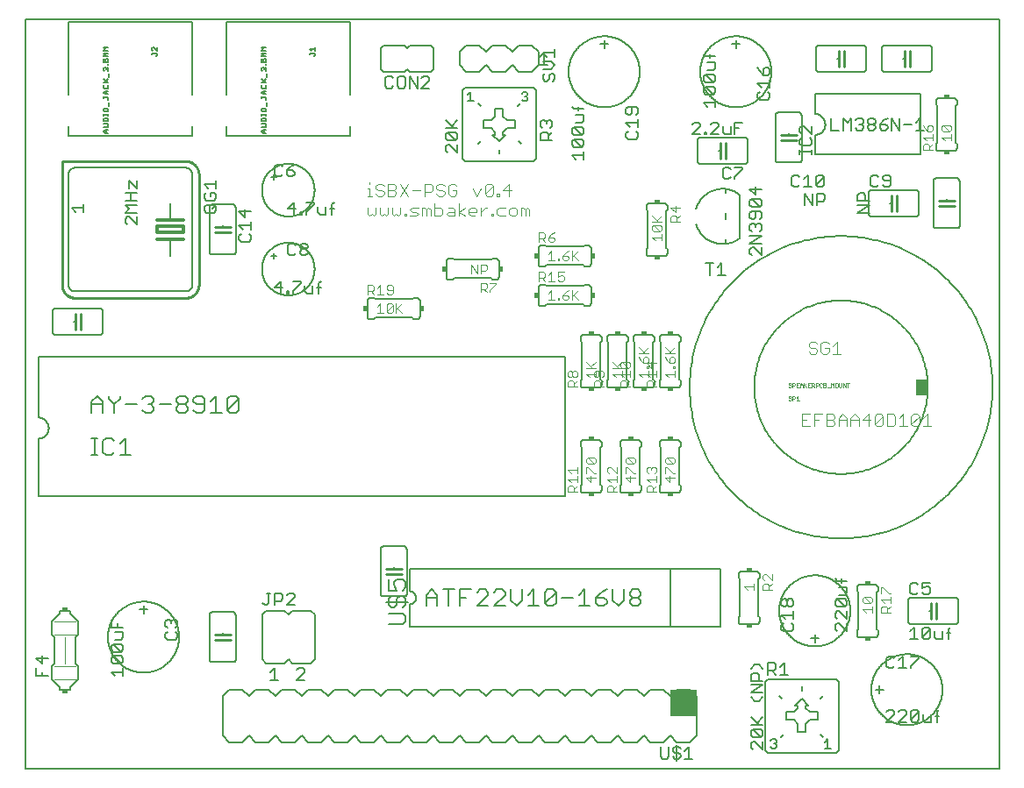
<source format=gto>
G04 EAGLE Gerber RS-274X export*
G75*
%MOMM*%
%FSLAX34Y34*%
%LPD*%
%INSilkscreen Top*%
%IPPOS*%
%AMOC8*
5,1,8,0,0,1.08239X$1,22.5*%
G01*
%ADD10C,0.101600*%
%ADD11C,0.152400*%
%ADD12C,0.254000*%
%ADD13C,0.127000*%
%ADD14R,0.508000X0.381000*%
%ADD15C,0.203200*%
%ADD16R,2.540000X2.540000*%
%ADD17C,0.050800*%
%ADD18R,0.609600X0.355600*%
%ADD19C,0.177800*%
%ADD20C,0.025400*%
%ADD21R,1.175000X1.600000*%
%ADD22C,0.304800*%
%ADD23R,0.381000X0.508000*%


D10*
X330708Y573454D02*
X332657Y573454D01*
X332657Y565658D01*
X330708Y565658D02*
X334606Y565658D01*
X332657Y577352D02*
X332657Y579301D01*
X344351Y577352D02*
X346300Y575403D01*
X344351Y577352D02*
X340453Y577352D01*
X338504Y575403D01*
X338504Y573454D01*
X340453Y571505D01*
X344351Y571505D01*
X346300Y569556D01*
X346300Y567607D01*
X344351Y565658D01*
X340453Y565658D01*
X338504Y567607D01*
X350198Y565658D02*
X350198Y577352D01*
X356045Y577352D01*
X357994Y575403D01*
X357994Y573454D01*
X356045Y571505D01*
X357994Y569556D01*
X357994Y567607D01*
X356045Y565658D01*
X350198Y565658D01*
X350198Y571505D02*
X356045Y571505D01*
X361892Y577352D02*
X369688Y565658D01*
X361892Y565658D02*
X369688Y577352D01*
X373586Y571505D02*
X381382Y571505D01*
X385280Y565658D02*
X385280Y577352D01*
X391127Y577352D01*
X393076Y575403D01*
X393076Y571505D01*
X391127Y569556D01*
X385280Y569556D01*
X402821Y577352D02*
X404770Y575403D01*
X402821Y577352D02*
X398923Y577352D01*
X396974Y575403D01*
X396974Y573454D01*
X398923Y571505D01*
X402821Y571505D01*
X404770Y569556D01*
X404770Y567607D01*
X402821Y565658D01*
X398923Y565658D01*
X396974Y567607D01*
X414515Y577352D02*
X416464Y575403D01*
X414515Y577352D02*
X410617Y577352D01*
X408668Y575403D01*
X408668Y567607D01*
X410617Y565658D01*
X414515Y565658D01*
X416464Y567607D01*
X416464Y571505D01*
X412566Y571505D01*
X432056Y573454D02*
X435954Y565658D01*
X439852Y573454D01*
X443750Y575403D02*
X443750Y567607D01*
X443750Y575403D02*
X445699Y577352D01*
X449597Y577352D01*
X451546Y575403D01*
X451546Y567607D01*
X449597Y565658D01*
X445699Y565658D01*
X443750Y567607D01*
X451546Y575403D01*
X455444Y567607D02*
X455444Y565658D01*
X455444Y567607D02*
X457393Y567607D01*
X457393Y565658D01*
X455444Y565658D01*
X467138Y565658D02*
X467138Y577352D01*
X461291Y571505D01*
X469087Y571505D01*
X330708Y554404D02*
X330708Y548557D01*
X332657Y546608D01*
X334606Y548557D01*
X336555Y546608D01*
X338504Y548557D01*
X338504Y554404D01*
X342402Y554404D02*
X342402Y548557D01*
X344351Y546608D01*
X346300Y548557D01*
X348249Y546608D01*
X350198Y548557D01*
X350198Y554404D01*
X354096Y554404D02*
X354096Y548557D01*
X356045Y546608D01*
X357994Y548557D01*
X359943Y546608D01*
X361892Y548557D01*
X361892Y554404D01*
X365790Y548557D02*
X365790Y546608D01*
X365790Y548557D02*
X367739Y548557D01*
X367739Y546608D01*
X365790Y546608D01*
X371637Y546608D02*
X377484Y546608D01*
X379433Y548557D01*
X377484Y550506D01*
X373586Y550506D01*
X371637Y552455D01*
X373586Y554404D01*
X379433Y554404D01*
X383331Y554404D02*
X383331Y546608D01*
X383331Y554404D02*
X385280Y554404D01*
X387229Y552455D01*
X387229Y546608D01*
X387229Y552455D02*
X389178Y554404D01*
X391127Y552455D01*
X391127Y546608D01*
X395025Y546608D02*
X395025Y558302D01*
X395025Y546608D02*
X400872Y546608D01*
X402821Y548557D01*
X402821Y552455D01*
X400872Y554404D01*
X395025Y554404D01*
X408668Y554404D02*
X412566Y554404D01*
X414515Y552455D01*
X414515Y546608D01*
X408668Y546608D01*
X406719Y548557D01*
X408668Y550506D01*
X414515Y550506D01*
X418413Y546608D02*
X418413Y558302D01*
X418413Y550506D02*
X424260Y546608D01*
X418413Y550506D02*
X424260Y554404D01*
X430107Y546608D02*
X434005Y546608D01*
X430107Y546608D02*
X428158Y548557D01*
X428158Y552455D01*
X430107Y554404D01*
X434005Y554404D01*
X435954Y552455D01*
X435954Y550506D01*
X428158Y550506D01*
X439852Y546608D02*
X439852Y554404D01*
X439852Y550506D02*
X443750Y554404D01*
X445699Y554404D01*
X449597Y548557D02*
X449597Y546608D01*
X449597Y548557D02*
X451546Y548557D01*
X451546Y546608D01*
X449597Y546608D01*
X457393Y554404D02*
X463240Y554404D01*
X457393Y554404D02*
X455444Y552455D01*
X455444Y548557D01*
X457393Y546608D01*
X463240Y546608D01*
X469087Y546608D02*
X472985Y546608D01*
X474934Y548557D01*
X474934Y552455D01*
X472985Y554404D01*
X469087Y554404D01*
X467138Y552455D01*
X467138Y548557D01*
X469087Y546608D01*
X478832Y546608D02*
X478832Y554404D01*
X480781Y554404D01*
X482730Y552455D01*
X482730Y546608D01*
X482730Y552455D02*
X484679Y554404D01*
X486628Y552455D01*
X486628Y546608D01*
D11*
X368300Y224790D02*
X368300Y181610D01*
X342900Y181610D02*
X342900Y224790D01*
X345440Y179070D02*
X365760Y179070D01*
X365760Y227330D02*
X345440Y227330D01*
X368300Y181610D02*
X368298Y181510D01*
X368292Y181411D01*
X368282Y181311D01*
X368269Y181213D01*
X368251Y181114D01*
X368230Y181017D01*
X368205Y180921D01*
X368176Y180825D01*
X368143Y180731D01*
X368107Y180638D01*
X368067Y180547D01*
X368023Y180457D01*
X367976Y180369D01*
X367926Y180283D01*
X367872Y180199D01*
X367815Y180117D01*
X367755Y180038D01*
X367691Y179960D01*
X367625Y179886D01*
X367556Y179814D01*
X367484Y179745D01*
X367410Y179679D01*
X367332Y179615D01*
X367253Y179555D01*
X367171Y179498D01*
X367087Y179444D01*
X367001Y179394D01*
X366913Y179347D01*
X366823Y179303D01*
X366732Y179263D01*
X366639Y179227D01*
X366545Y179194D01*
X366449Y179165D01*
X366353Y179140D01*
X366256Y179119D01*
X366157Y179101D01*
X366059Y179088D01*
X365959Y179078D01*
X365860Y179072D01*
X365760Y179070D01*
X368300Y224790D02*
X368298Y224890D01*
X368292Y224989D01*
X368282Y225089D01*
X368269Y225187D01*
X368251Y225286D01*
X368230Y225383D01*
X368205Y225479D01*
X368176Y225575D01*
X368143Y225669D01*
X368107Y225762D01*
X368067Y225853D01*
X368023Y225943D01*
X367976Y226031D01*
X367926Y226117D01*
X367872Y226201D01*
X367815Y226283D01*
X367755Y226362D01*
X367691Y226440D01*
X367625Y226514D01*
X367556Y226586D01*
X367484Y226655D01*
X367410Y226721D01*
X367332Y226785D01*
X367253Y226845D01*
X367171Y226902D01*
X367087Y226956D01*
X367001Y227006D01*
X366913Y227053D01*
X366823Y227097D01*
X366732Y227137D01*
X366639Y227173D01*
X366545Y227206D01*
X366449Y227235D01*
X366353Y227260D01*
X366256Y227281D01*
X366157Y227299D01*
X366059Y227312D01*
X365959Y227322D01*
X365860Y227328D01*
X365760Y227330D01*
X342900Y181610D02*
X342902Y181510D01*
X342908Y181411D01*
X342918Y181311D01*
X342931Y181213D01*
X342949Y181114D01*
X342970Y181017D01*
X342995Y180921D01*
X343024Y180825D01*
X343057Y180731D01*
X343093Y180638D01*
X343133Y180547D01*
X343177Y180457D01*
X343224Y180369D01*
X343274Y180283D01*
X343328Y180199D01*
X343385Y180117D01*
X343445Y180038D01*
X343509Y179960D01*
X343575Y179886D01*
X343644Y179814D01*
X343716Y179745D01*
X343790Y179679D01*
X343868Y179615D01*
X343947Y179555D01*
X344029Y179498D01*
X344113Y179444D01*
X344199Y179394D01*
X344287Y179347D01*
X344377Y179303D01*
X344468Y179263D01*
X344561Y179227D01*
X344655Y179194D01*
X344751Y179165D01*
X344847Y179140D01*
X344944Y179119D01*
X345043Y179101D01*
X345141Y179088D01*
X345241Y179078D01*
X345340Y179072D01*
X345440Y179070D01*
X342900Y224790D02*
X342902Y224890D01*
X342908Y224989D01*
X342918Y225089D01*
X342931Y225187D01*
X342949Y225286D01*
X342970Y225383D01*
X342995Y225479D01*
X343024Y225575D01*
X343057Y225669D01*
X343093Y225762D01*
X343133Y225853D01*
X343177Y225943D01*
X343224Y226031D01*
X343274Y226117D01*
X343328Y226201D01*
X343385Y226283D01*
X343445Y226362D01*
X343509Y226440D01*
X343575Y226514D01*
X343644Y226586D01*
X343716Y226655D01*
X343790Y226721D01*
X343868Y226785D01*
X343947Y226845D01*
X344029Y226902D01*
X344113Y226956D01*
X344199Y227006D01*
X344287Y227053D01*
X344377Y227097D01*
X344468Y227137D01*
X344561Y227173D01*
X344655Y227206D01*
X344751Y227235D01*
X344847Y227260D01*
X344944Y227281D01*
X345043Y227299D01*
X345141Y227312D01*
X345241Y227322D01*
X345340Y227328D01*
X345440Y227330D01*
X355600Y200660D02*
X355600Y199390D01*
D12*
X355600Y200660D02*
X363220Y200660D01*
X355600Y200660D02*
X347980Y200660D01*
X355600Y205740D02*
X363220Y205740D01*
X355600Y205740D02*
X347980Y205740D01*
D11*
X355600Y205740D02*
X355600Y207010D01*
X114300Y170180D02*
X114300Y162560D01*
X110490Y166370D02*
X118110Y166370D01*
X80010Y139700D02*
X80020Y140542D01*
X80051Y141383D01*
X80103Y142223D01*
X80175Y143061D01*
X80268Y143897D01*
X80381Y144731D01*
X80515Y145562D01*
X80669Y146390D01*
X80843Y147213D01*
X81038Y148032D01*
X81252Y148846D01*
X81487Y149654D01*
X81741Y150456D01*
X82014Y151252D01*
X82308Y152041D01*
X82620Y152822D01*
X82952Y153596D01*
X83302Y154361D01*
X83671Y155117D01*
X84059Y155864D01*
X84465Y156601D01*
X84888Y157329D01*
X85330Y158045D01*
X85789Y158751D01*
X86265Y159444D01*
X86758Y160127D01*
X87268Y160796D01*
X87793Y161453D01*
X88335Y162097D01*
X88893Y162728D01*
X89466Y163344D01*
X90053Y163947D01*
X90656Y164534D01*
X91272Y165107D01*
X91903Y165665D01*
X92547Y166207D01*
X93204Y166732D01*
X93873Y167242D01*
X94556Y167735D01*
X95249Y168211D01*
X95955Y168670D01*
X96671Y169112D01*
X97399Y169535D01*
X98136Y169941D01*
X98883Y170329D01*
X99639Y170698D01*
X100404Y171048D01*
X101178Y171380D01*
X101959Y171692D01*
X102748Y171986D01*
X103544Y172259D01*
X104346Y172513D01*
X105154Y172748D01*
X105968Y172962D01*
X106787Y173157D01*
X107610Y173331D01*
X108438Y173485D01*
X109269Y173619D01*
X110103Y173732D01*
X110939Y173825D01*
X111777Y173897D01*
X112617Y173949D01*
X113458Y173980D01*
X114300Y173990D01*
X115142Y173980D01*
X115983Y173949D01*
X116823Y173897D01*
X117661Y173825D01*
X118497Y173732D01*
X119331Y173619D01*
X120162Y173485D01*
X120990Y173331D01*
X121813Y173157D01*
X122632Y172962D01*
X123446Y172748D01*
X124254Y172513D01*
X125056Y172259D01*
X125852Y171986D01*
X126641Y171692D01*
X127422Y171380D01*
X128196Y171048D01*
X128961Y170698D01*
X129717Y170329D01*
X130464Y169941D01*
X131201Y169535D01*
X131929Y169112D01*
X132645Y168670D01*
X133351Y168211D01*
X134044Y167735D01*
X134727Y167242D01*
X135396Y166732D01*
X136053Y166207D01*
X136697Y165665D01*
X137328Y165107D01*
X137944Y164534D01*
X138547Y163947D01*
X139134Y163344D01*
X139707Y162728D01*
X140265Y162097D01*
X140807Y161453D01*
X141332Y160796D01*
X141842Y160127D01*
X142335Y159444D01*
X142811Y158751D01*
X143270Y158045D01*
X143712Y157329D01*
X144135Y156601D01*
X144541Y155864D01*
X144929Y155117D01*
X145298Y154361D01*
X145648Y153596D01*
X145980Y152822D01*
X146292Y152041D01*
X146586Y151252D01*
X146859Y150456D01*
X147113Y149654D01*
X147348Y148846D01*
X147562Y148032D01*
X147757Y147213D01*
X147931Y146390D01*
X148085Y145562D01*
X148219Y144731D01*
X148332Y143897D01*
X148425Y143061D01*
X148497Y142223D01*
X148549Y141383D01*
X148580Y140542D01*
X148590Y139700D01*
X148580Y138858D01*
X148549Y138017D01*
X148497Y137177D01*
X148425Y136339D01*
X148332Y135503D01*
X148219Y134669D01*
X148085Y133838D01*
X147931Y133010D01*
X147757Y132187D01*
X147562Y131368D01*
X147348Y130554D01*
X147113Y129746D01*
X146859Y128944D01*
X146586Y128148D01*
X146292Y127359D01*
X145980Y126578D01*
X145648Y125804D01*
X145298Y125039D01*
X144929Y124283D01*
X144541Y123536D01*
X144135Y122799D01*
X143712Y122071D01*
X143270Y121355D01*
X142811Y120649D01*
X142335Y119956D01*
X141842Y119273D01*
X141332Y118604D01*
X140807Y117947D01*
X140265Y117303D01*
X139707Y116672D01*
X139134Y116056D01*
X138547Y115453D01*
X137944Y114866D01*
X137328Y114293D01*
X136697Y113735D01*
X136053Y113193D01*
X135396Y112668D01*
X134727Y112158D01*
X134044Y111665D01*
X133351Y111189D01*
X132645Y110730D01*
X131929Y110288D01*
X131201Y109865D01*
X130464Y109459D01*
X129717Y109071D01*
X128961Y108702D01*
X128196Y108352D01*
X127422Y108020D01*
X126641Y107708D01*
X125852Y107414D01*
X125056Y107141D01*
X124254Y106887D01*
X123446Y106652D01*
X122632Y106438D01*
X121813Y106243D01*
X120990Y106069D01*
X120162Y105915D01*
X119331Y105781D01*
X118497Y105668D01*
X117661Y105575D01*
X116823Y105503D01*
X115983Y105451D01*
X115142Y105420D01*
X114300Y105410D01*
X113458Y105420D01*
X112617Y105451D01*
X111777Y105503D01*
X110939Y105575D01*
X110103Y105668D01*
X109269Y105781D01*
X108438Y105915D01*
X107610Y106069D01*
X106787Y106243D01*
X105968Y106438D01*
X105154Y106652D01*
X104346Y106887D01*
X103544Y107141D01*
X102748Y107414D01*
X101959Y107708D01*
X101178Y108020D01*
X100404Y108352D01*
X99639Y108702D01*
X98883Y109071D01*
X98136Y109459D01*
X97399Y109865D01*
X96671Y110288D01*
X95955Y110730D01*
X95249Y111189D01*
X94556Y111665D01*
X93873Y112158D01*
X93204Y112668D01*
X92547Y113193D01*
X91903Y113735D01*
X91272Y114293D01*
X90656Y114866D01*
X90053Y115453D01*
X89466Y116056D01*
X88893Y116672D01*
X88335Y117303D01*
X87793Y117947D01*
X87268Y118604D01*
X86758Y119273D01*
X86265Y119956D01*
X85789Y120649D01*
X85330Y121355D01*
X84888Y122071D01*
X84465Y122799D01*
X84059Y123536D01*
X83671Y124283D01*
X83302Y125039D01*
X82952Y125804D01*
X82620Y126578D01*
X82308Y127359D01*
X82014Y128148D01*
X81741Y128944D01*
X81487Y129746D01*
X81252Y130554D01*
X81038Y131368D01*
X80843Y132187D01*
X80669Y133010D01*
X80515Y133838D01*
X80381Y134669D01*
X80268Y135503D01*
X80175Y136339D01*
X80103Y137177D01*
X80051Y138017D01*
X80020Y138858D01*
X80010Y139700D01*
D13*
X135245Y142987D02*
X137152Y144894D01*
X135245Y142987D02*
X135245Y139174D01*
X137152Y137267D01*
X144778Y137267D01*
X146685Y139174D01*
X146685Y142987D01*
X144778Y144894D01*
X137152Y148961D02*
X135245Y150868D01*
X135245Y154681D01*
X137152Y156588D01*
X139059Y156588D01*
X140965Y154681D01*
X140965Y152774D01*
X140965Y154681D02*
X142872Y156588D01*
X144778Y156588D01*
X146685Y154681D01*
X146685Y150868D01*
X144778Y148961D01*
X86989Y102185D02*
X83175Y105998D01*
X94615Y105998D01*
X94615Y102185D02*
X94615Y109812D01*
X92708Y113879D02*
X85082Y113879D01*
X83175Y115786D01*
X83175Y119599D01*
X85082Y121506D01*
X92708Y121506D01*
X94615Y119599D01*
X94615Y115786D01*
X92708Y113879D01*
X85082Y121506D01*
X85082Y125573D02*
X92708Y125573D01*
X85082Y125573D02*
X83175Y127480D01*
X83175Y131293D01*
X85082Y133199D01*
X92708Y133199D01*
X94615Y131293D01*
X94615Y127480D01*
X92708Y125573D01*
X85082Y133199D01*
X86989Y137267D02*
X92708Y137267D01*
X94615Y139174D01*
X94615Y144893D01*
X86989Y144893D01*
X83175Y148961D02*
X94615Y148961D01*
X83175Y148961D02*
X83175Y156587D01*
X88895Y152774D02*
X88895Y148961D01*
D11*
X424180Y599440D02*
X490220Y599440D01*
X490220Y670560D02*
X424180Y670560D01*
X421640Y601980D02*
X424180Y599440D01*
X421640Y668020D02*
X424180Y670560D01*
X421640Y668020D02*
X421640Y601980D01*
X490220Y670560D02*
X492760Y668020D01*
X492760Y601980D02*
X490220Y599440D01*
X492760Y601980D02*
X492760Y668020D01*
X449580Y638810D02*
X441960Y638810D01*
X441960Y631190D01*
X449580Y631190D01*
X453390Y627380D01*
X453390Y624840D01*
X450850Y624840D01*
X457200Y618490D01*
X463550Y624840D01*
X461010Y624840D01*
X461010Y627380D01*
X464820Y631190D01*
X472440Y631190D01*
X472440Y638810D01*
X464820Y638810D01*
X461010Y642620D01*
X461010Y650240D01*
X453390Y650240D01*
X453390Y642620D01*
X449580Y638810D01*
X474980Y652780D02*
X477520Y655320D01*
X439420Y652780D02*
X436880Y655320D01*
X439420Y618490D02*
X436880Y615950D01*
X457200Y610362D02*
X457200Y606552D01*
X476250Y618490D02*
X478790Y615950D01*
D13*
X479194Y664682D02*
X480634Y666122D01*
X483515Y666122D01*
X484956Y664682D01*
X484956Y663241D01*
X483515Y661801D01*
X482075Y661801D01*
X483515Y661801D02*
X484956Y660360D01*
X484956Y658920D01*
X483515Y657479D01*
X480634Y657479D01*
X479194Y658920D01*
X430005Y666122D02*
X427124Y663241D01*
X430005Y666122D02*
X430005Y657479D01*
X427124Y657479D02*
X432886Y657479D01*
X497195Y619867D02*
X508635Y619867D01*
X497195Y619867D02*
X497195Y625587D01*
X499102Y627494D01*
X502915Y627494D01*
X504822Y625587D01*
X504822Y619867D01*
X504822Y623680D02*
X508635Y627494D01*
X499102Y631561D02*
X497195Y633468D01*
X497195Y637281D01*
X499102Y639188D01*
X501009Y639188D01*
X502915Y637281D01*
X502915Y635374D01*
X502915Y637281D02*
X504822Y639188D01*
X506728Y639188D01*
X508635Y637281D01*
X508635Y633468D01*
X506728Y631561D01*
X417195Y615546D02*
X417195Y607919D01*
X409569Y615546D01*
X407662Y615546D01*
X405755Y613639D01*
X405755Y609826D01*
X407662Y607919D01*
X407662Y619613D02*
X415288Y619613D01*
X407662Y619613D02*
X405755Y621520D01*
X405755Y625333D01*
X407662Y627240D01*
X415288Y627240D01*
X417195Y625333D01*
X417195Y621520D01*
X415288Y619613D01*
X407662Y627240D01*
X405755Y631307D02*
X417195Y631307D01*
X413382Y631307D02*
X405755Y638933D01*
X411475Y633214D02*
X417195Y638933D01*
D11*
X651510Y596900D02*
X694690Y596900D01*
X694690Y622300D02*
X651510Y622300D01*
X648970Y619760D02*
X648970Y599440D01*
X697230Y599440D02*
X697230Y619760D01*
X651510Y596900D02*
X651410Y596902D01*
X651311Y596908D01*
X651211Y596918D01*
X651113Y596931D01*
X651014Y596949D01*
X650917Y596970D01*
X650821Y596995D01*
X650725Y597024D01*
X650631Y597057D01*
X650538Y597093D01*
X650447Y597133D01*
X650357Y597177D01*
X650269Y597224D01*
X650183Y597274D01*
X650099Y597328D01*
X650017Y597385D01*
X649938Y597445D01*
X649860Y597509D01*
X649786Y597575D01*
X649714Y597644D01*
X649645Y597716D01*
X649579Y597790D01*
X649515Y597868D01*
X649455Y597947D01*
X649398Y598029D01*
X649344Y598113D01*
X649294Y598199D01*
X649247Y598287D01*
X649203Y598377D01*
X649163Y598468D01*
X649127Y598561D01*
X649094Y598655D01*
X649065Y598751D01*
X649040Y598847D01*
X649019Y598944D01*
X649001Y599043D01*
X648988Y599141D01*
X648978Y599241D01*
X648972Y599340D01*
X648970Y599440D01*
X694690Y596900D02*
X694790Y596902D01*
X694889Y596908D01*
X694989Y596918D01*
X695087Y596931D01*
X695186Y596949D01*
X695283Y596970D01*
X695379Y596995D01*
X695475Y597024D01*
X695569Y597057D01*
X695662Y597093D01*
X695753Y597133D01*
X695843Y597177D01*
X695931Y597224D01*
X696017Y597274D01*
X696101Y597328D01*
X696183Y597385D01*
X696262Y597445D01*
X696340Y597509D01*
X696414Y597575D01*
X696486Y597644D01*
X696555Y597716D01*
X696621Y597790D01*
X696685Y597868D01*
X696745Y597947D01*
X696802Y598029D01*
X696856Y598113D01*
X696906Y598199D01*
X696953Y598287D01*
X696997Y598377D01*
X697037Y598468D01*
X697073Y598561D01*
X697106Y598655D01*
X697135Y598751D01*
X697160Y598847D01*
X697181Y598944D01*
X697199Y599043D01*
X697212Y599141D01*
X697222Y599241D01*
X697228Y599340D01*
X697230Y599440D01*
X651510Y622300D02*
X651410Y622298D01*
X651311Y622292D01*
X651211Y622282D01*
X651113Y622269D01*
X651014Y622251D01*
X650917Y622230D01*
X650821Y622205D01*
X650725Y622176D01*
X650631Y622143D01*
X650538Y622107D01*
X650447Y622067D01*
X650357Y622023D01*
X650269Y621976D01*
X650183Y621926D01*
X650099Y621872D01*
X650017Y621815D01*
X649938Y621755D01*
X649860Y621691D01*
X649786Y621625D01*
X649714Y621556D01*
X649645Y621484D01*
X649579Y621410D01*
X649515Y621332D01*
X649455Y621253D01*
X649398Y621171D01*
X649344Y621087D01*
X649294Y621001D01*
X649247Y620913D01*
X649203Y620823D01*
X649163Y620732D01*
X649127Y620639D01*
X649094Y620545D01*
X649065Y620449D01*
X649040Y620353D01*
X649019Y620256D01*
X649001Y620157D01*
X648988Y620059D01*
X648978Y619959D01*
X648972Y619860D01*
X648970Y619760D01*
X694690Y622300D02*
X694790Y622298D01*
X694889Y622292D01*
X694989Y622282D01*
X695087Y622269D01*
X695186Y622251D01*
X695283Y622230D01*
X695379Y622205D01*
X695475Y622176D01*
X695569Y622143D01*
X695662Y622107D01*
X695753Y622067D01*
X695843Y622023D01*
X695931Y621976D01*
X696017Y621926D01*
X696101Y621872D01*
X696183Y621815D01*
X696262Y621755D01*
X696340Y621691D01*
X696414Y621625D01*
X696486Y621556D01*
X696555Y621484D01*
X696621Y621410D01*
X696685Y621332D01*
X696745Y621253D01*
X696802Y621171D01*
X696856Y621087D01*
X696906Y621001D01*
X696953Y620913D01*
X696997Y620823D01*
X697037Y620732D01*
X697073Y620639D01*
X697106Y620545D01*
X697135Y620449D01*
X697160Y620353D01*
X697181Y620256D01*
X697199Y620157D01*
X697212Y620059D01*
X697222Y619959D01*
X697228Y619860D01*
X697230Y619760D01*
X670560Y609600D02*
X669290Y609600D01*
D12*
X670560Y609600D02*
X670560Y601980D01*
X670560Y609600D02*
X670560Y617220D01*
X675640Y609600D02*
X675640Y601980D01*
X675640Y609600D02*
X675640Y617220D01*
D11*
X675640Y609600D02*
X676910Y609600D01*
D13*
X678927Y593735D02*
X680834Y591828D01*
X678927Y593735D02*
X675114Y593735D01*
X673207Y591828D01*
X673207Y584202D01*
X675114Y582295D01*
X678927Y582295D01*
X680834Y584202D01*
X684901Y593735D02*
X692528Y593735D01*
X692528Y591828D01*
X684901Y584202D01*
X684901Y582295D01*
X651599Y625475D02*
X643972Y625475D01*
X651599Y633102D01*
X651599Y635008D01*
X649692Y636915D01*
X645879Y636915D01*
X643972Y635008D01*
X655666Y627382D02*
X655666Y625475D01*
X655666Y627382D02*
X657573Y627382D01*
X657573Y625475D01*
X655666Y625475D01*
X661513Y625475D02*
X669139Y625475D01*
X661513Y625475D02*
X669139Y633102D01*
X669139Y635008D01*
X667233Y636915D01*
X663420Y636915D01*
X661513Y635008D01*
X673207Y633102D02*
X673207Y627382D01*
X675114Y625475D01*
X680833Y625475D01*
X680833Y633102D01*
X684901Y636915D02*
X684901Y625475D01*
X684901Y636915D02*
X692527Y636915D01*
X688714Y631195D02*
X684901Y631195D01*
D11*
X762000Y664210D02*
X863600Y664210D01*
X863600Y605790D02*
X762000Y605790D01*
X863600Y605790D02*
X863600Y664210D01*
X762000Y664210D02*
X762000Y645160D01*
X762000Y624840D02*
X762000Y605790D01*
X762000Y624840D02*
X762247Y624843D01*
X762495Y624852D01*
X762742Y624867D01*
X762988Y624888D01*
X763234Y624915D01*
X763479Y624948D01*
X763724Y624987D01*
X763967Y625032D01*
X764209Y625083D01*
X764450Y625140D01*
X764689Y625202D01*
X764927Y625271D01*
X765163Y625345D01*
X765397Y625425D01*
X765629Y625510D01*
X765859Y625602D01*
X766087Y625698D01*
X766312Y625801D01*
X766535Y625908D01*
X766755Y626022D01*
X766972Y626140D01*
X767187Y626264D01*
X767398Y626393D01*
X767606Y626527D01*
X767811Y626666D01*
X768012Y626810D01*
X768210Y626958D01*
X768404Y627112D01*
X768594Y627270D01*
X768780Y627433D01*
X768962Y627600D01*
X769140Y627772D01*
X769314Y627948D01*
X769484Y628128D01*
X769649Y628313D01*
X769809Y628501D01*
X769965Y628693D01*
X770117Y628889D01*
X770263Y629088D01*
X770405Y629291D01*
X770541Y629498D01*
X770673Y629707D01*
X770799Y629920D01*
X770920Y630136D01*
X771036Y630354D01*
X771146Y630576D01*
X771251Y630800D01*
X771351Y631026D01*
X771445Y631255D01*
X771533Y631486D01*
X771616Y631720D01*
X771693Y631955D01*
X771764Y632192D01*
X771830Y632430D01*
X771889Y632670D01*
X771943Y632912D01*
X771991Y633155D01*
X772033Y633398D01*
X772069Y633643D01*
X772099Y633889D01*
X772123Y634135D01*
X772141Y634382D01*
X772153Y634629D01*
X772159Y634876D01*
X772159Y635124D01*
X772153Y635371D01*
X772141Y635618D01*
X772123Y635865D01*
X772099Y636111D01*
X772069Y636357D01*
X772033Y636602D01*
X771991Y636845D01*
X771943Y637088D01*
X771889Y637330D01*
X771830Y637570D01*
X771764Y637808D01*
X771693Y638045D01*
X771616Y638280D01*
X771533Y638514D01*
X771445Y638745D01*
X771351Y638974D01*
X771251Y639200D01*
X771146Y639424D01*
X771036Y639646D01*
X770920Y639864D01*
X770799Y640080D01*
X770673Y640293D01*
X770541Y640502D01*
X770405Y640709D01*
X770263Y640912D01*
X770117Y641111D01*
X769965Y641307D01*
X769809Y641499D01*
X769649Y641687D01*
X769484Y641872D01*
X769314Y642052D01*
X769140Y642228D01*
X768962Y642400D01*
X768780Y642567D01*
X768594Y642730D01*
X768404Y642888D01*
X768210Y643042D01*
X768012Y643190D01*
X767811Y643334D01*
X767606Y643473D01*
X767398Y643607D01*
X767187Y643736D01*
X766972Y643860D01*
X766755Y643978D01*
X766535Y644092D01*
X766312Y644199D01*
X766087Y644302D01*
X765859Y644398D01*
X765629Y644490D01*
X765397Y644575D01*
X765163Y644655D01*
X764927Y644729D01*
X764689Y644798D01*
X764450Y644860D01*
X764209Y644917D01*
X763967Y644968D01*
X763724Y645013D01*
X763479Y645052D01*
X763234Y645085D01*
X762988Y645112D01*
X762742Y645133D01*
X762495Y645148D01*
X762247Y645157D01*
X762000Y645160D01*
D13*
X758825Y610238D02*
X758825Y606425D01*
X758825Y608332D02*
X747385Y608332D01*
X747385Y610238D02*
X747385Y606425D01*
X747385Y619941D02*
X749292Y621847D01*
X747385Y619941D02*
X747385Y616128D01*
X749292Y614221D01*
X756918Y614221D01*
X758825Y616128D01*
X758825Y619941D01*
X756918Y621847D01*
X758825Y625915D02*
X758825Y633541D01*
X758825Y625915D02*
X751199Y633541D01*
X749292Y633541D01*
X747385Y631635D01*
X747385Y627822D01*
X749292Y625915D01*
X777875Y629285D02*
X777875Y640725D01*
X777875Y629285D02*
X785502Y629285D01*
X789569Y629285D02*
X789569Y640725D01*
X793382Y636912D01*
X797195Y640725D01*
X797195Y629285D01*
X801263Y638818D02*
X803170Y640725D01*
X806983Y640725D01*
X808889Y638818D01*
X808889Y636912D01*
X806983Y635005D01*
X805076Y635005D01*
X806983Y635005D02*
X808889Y633098D01*
X808889Y631192D01*
X806983Y629285D01*
X803170Y629285D01*
X801263Y631192D01*
X812957Y638818D02*
X814864Y640725D01*
X818677Y640725D01*
X820583Y638818D01*
X820583Y636912D01*
X818677Y635005D01*
X820583Y633098D01*
X820583Y631192D01*
X818677Y629285D01*
X814864Y629285D01*
X812957Y631192D01*
X812957Y633098D01*
X814864Y635005D01*
X812957Y636912D01*
X812957Y638818D01*
X814864Y635005D02*
X818677Y635005D01*
X828464Y638818D02*
X832277Y640725D01*
X828464Y638818D02*
X824651Y635005D01*
X824651Y631192D01*
X826558Y629285D01*
X830371Y629285D01*
X832277Y631192D01*
X832277Y633098D01*
X830371Y635005D01*
X824651Y635005D01*
X836345Y629285D02*
X836345Y640725D01*
X843971Y629285D01*
X843971Y640725D01*
X848039Y635005D02*
X855665Y635005D01*
X859733Y636912D02*
X863546Y640725D01*
X863546Y629285D01*
X859733Y629285D02*
X867359Y629285D01*
D11*
X808990Y685800D02*
X765810Y685800D01*
X765810Y711200D02*
X808990Y711200D01*
X763270Y708660D02*
X763270Y688340D01*
X811530Y688340D02*
X811530Y708660D01*
X765810Y685800D02*
X765710Y685802D01*
X765611Y685808D01*
X765511Y685818D01*
X765413Y685831D01*
X765314Y685849D01*
X765217Y685870D01*
X765121Y685895D01*
X765025Y685924D01*
X764931Y685957D01*
X764838Y685993D01*
X764747Y686033D01*
X764657Y686077D01*
X764569Y686124D01*
X764483Y686174D01*
X764399Y686228D01*
X764317Y686285D01*
X764238Y686345D01*
X764160Y686409D01*
X764086Y686475D01*
X764014Y686544D01*
X763945Y686616D01*
X763879Y686690D01*
X763815Y686768D01*
X763755Y686847D01*
X763698Y686929D01*
X763644Y687013D01*
X763594Y687099D01*
X763547Y687187D01*
X763503Y687277D01*
X763463Y687368D01*
X763427Y687461D01*
X763394Y687555D01*
X763365Y687651D01*
X763340Y687747D01*
X763319Y687844D01*
X763301Y687943D01*
X763288Y688041D01*
X763278Y688141D01*
X763272Y688240D01*
X763270Y688340D01*
X808990Y685800D02*
X809090Y685802D01*
X809189Y685808D01*
X809289Y685818D01*
X809387Y685831D01*
X809486Y685849D01*
X809583Y685870D01*
X809679Y685895D01*
X809775Y685924D01*
X809869Y685957D01*
X809962Y685993D01*
X810053Y686033D01*
X810143Y686077D01*
X810231Y686124D01*
X810317Y686174D01*
X810401Y686228D01*
X810483Y686285D01*
X810562Y686345D01*
X810640Y686409D01*
X810714Y686475D01*
X810786Y686544D01*
X810855Y686616D01*
X810921Y686690D01*
X810985Y686768D01*
X811045Y686847D01*
X811102Y686929D01*
X811156Y687013D01*
X811206Y687099D01*
X811253Y687187D01*
X811297Y687277D01*
X811337Y687368D01*
X811373Y687461D01*
X811406Y687555D01*
X811435Y687651D01*
X811460Y687747D01*
X811481Y687844D01*
X811499Y687943D01*
X811512Y688041D01*
X811522Y688141D01*
X811528Y688240D01*
X811530Y688340D01*
X765810Y711200D02*
X765710Y711198D01*
X765611Y711192D01*
X765511Y711182D01*
X765413Y711169D01*
X765314Y711151D01*
X765217Y711130D01*
X765121Y711105D01*
X765025Y711076D01*
X764931Y711043D01*
X764838Y711007D01*
X764747Y710967D01*
X764657Y710923D01*
X764569Y710876D01*
X764483Y710826D01*
X764399Y710772D01*
X764317Y710715D01*
X764238Y710655D01*
X764160Y710591D01*
X764086Y710525D01*
X764014Y710456D01*
X763945Y710384D01*
X763879Y710310D01*
X763815Y710232D01*
X763755Y710153D01*
X763698Y710071D01*
X763644Y709987D01*
X763594Y709901D01*
X763547Y709813D01*
X763503Y709723D01*
X763463Y709632D01*
X763427Y709539D01*
X763394Y709445D01*
X763365Y709349D01*
X763340Y709253D01*
X763319Y709156D01*
X763301Y709057D01*
X763288Y708959D01*
X763278Y708859D01*
X763272Y708760D01*
X763270Y708660D01*
X808990Y711200D02*
X809090Y711198D01*
X809189Y711192D01*
X809289Y711182D01*
X809387Y711169D01*
X809486Y711151D01*
X809583Y711130D01*
X809679Y711105D01*
X809775Y711076D01*
X809869Y711043D01*
X809962Y711007D01*
X810053Y710967D01*
X810143Y710923D01*
X810231Y710876D01*
X810317Y710826D01*
X810401Y710772D01*
X810483Y710715D01*
X810562Y710655D01*
X810640Y710591D01*
X810714Y710525D01*
X810786Y710456D01*
X810855Y710384D01*
X810921Y710310D01*
X810985Y710232D01*
X811045Y710153D01*
X811102Y710071D01*
X811156Y709987D01*
X811206Y709901D01*
X811253Y709813D01*
X811297Y709723D01*
X811337Y709632D01*
X811373Y709539D01*
X811406Y709445D01*
X811435Y709349D01*
X811460Y709253D01*
X811481Y709156D01*
X811499Y709057D01*
X811512Y708959D01*
X811522Y708859D01*
X811528Y708760D01*
X811530Y708660D01*
X784860Y698500D02*
X783590Y698500D01*
D12*
X784860Y698500D02*
X784860Y690880D01*
X784860Y698500D02*
X784860Y706120D01*
X789940Y698500D02*
X789940Y690880D01*
X789940Y698500D02*
X789940Y706120D01*
D11*
X789940Y698500D02*
X791210Y698500D01*
X749300Y643890D02*
X749300Y600710D01*
X723900Y600710D02*
X723900Y643890D01*
X726440Y598170D02*
X746760Y598170D01*
X746760Y646430D02*
X726440Y646430D01*
X749300Y600710D02*
X749298Y600610D01*
X749292Y600511D01*
X749282Y600411D01*
X749269Y600313D01*
X749251Y600214D01*
X749230Y600117D01*
X749205Y600021D01*
X749176Y599925D01*
X749143Y599831D01*
X749107Y599738D01*
X749067Y599647D01*
X749023Y599557D01*
X748976Y599469D01*
X748926Y599383D01*
X748872Y599299D01*
X748815Y599217D01*
X748755Y599138D01*
X748691Y599060D01*
X748625Y598986D01*
X748556Y598914D01*
X748484Y598845D01*
X748410Y598779D01*
X748332Y598715D01*
X748253Y598655D01*
X748171Y598598D01*
X748087Y598544D01*
X748001Y598494D01*
X747913Y598447D01*
X747823Y598403D01*
X747732Y598363D01*
X747639Y598327D01*
X747545Y598294D01*
X747449Y598265D01*
X747353Y598240D01*
X747256Y598219D01*
X747157Y598201D01*
X747059Y598188D01*
X746959Y598178D01*
X746860Y598172D01*
X746760Y598170D01*
X749300Y643890D02*
X749298Y643990D01*
X749292Y644089D01*
X749282Y644189D01*
X749269Y644287D01*
X749251Y644386D01*
X749230Y644483D01*
X749205Y644579D01*
X749176Y644675D01*
X749143Y644769D01*
X749107Y644862D01*
X749067Y644953D01*
X749023Y645043D01*
X748976Y645131D01*
X748926Y645217D01*
X748872Y645301D01*
X748815Y645383D01*
X748755Y645462D01*
X748691Y645540D01*
X748625Y645614D01*
X748556Y645686D01*
X748484Y645755D01*
X748410Y645821D01*
X748332Y645885D01*
X748253Y645945D01*
X748171Y646002D01*
X748087Y646056D01*
X748001Y646106D01*
X747913Y646153D01*
X747823Y646197D01*
X747732Y646237D01*
X747639Y646273D01*
X747545Y646306D01*
X747449Y646335D01*
X747353Y646360D01*
X747256Y646381D01*
X747157Y646399D01*
X747059Y646412D01*
X746959Y646422D01*
X746860Y646428D01*
X746760Y646430D01*
X723900Y600710D02*
X723902Y600610D01*
X723908Y600511D01*
X723918Y600411D01*
X723931Y600313D01*
X723949Y600214D01*
X723970Y600117D01*
X723995Y600021D01*
X724024Y599925D01*
X724057Y599831D01*
X724093Y599738D01*
X724133Y599647D01*
X724177Y599557D01*
X724224Y599469D01*
X724274Y599383D01*
X724328Y599299D01*
X724385Y599217D01*
X724445Y599138D01*
X724509Y599060D01*
X724575Y598986D01*
X724644Y598914D01*
X724716Y598845D01*
X724790Y598779D01*
X724868Y598715D01*
X724947Y598655D01*
X725029Y598598D01*
X725113Y598544D01*
X725199Y598494D01*
X725287Y598447D01*
X725377Y598403D01*
X725468Y598363D01*
X725561Y598327D01*
X725655Y598294D01*
X725751Y598265D01*
X725847Y598240D01*
X725944Y598219D01*
X726043Y598201D01*
X726141Y598188D01*
X726241Y598178D01*
X726340Y598172D01*
X726440Y598170D01*
X723900Y643890D02*
X723902Y643990D01*
X723908Y644089D01*
X723918Y644189D01*
X723931Y644287D01*
X723949Y644386D01*
X723970Y644483D01*
X723995Y644579D01*
X724024Y644675D01*
X724057Y644769D01*
X724093Y644862D01*
X724133Y644953D01*
X724177Y645043D01*
X724224Y645131D01*
X724274Y645217D01*
X724328Y645301D01*
X724385Y645383D01*
X724445Y645462D01*
X724509Y645540D01*
X724575Y645614D01*
X724644Y645686D01*
X724716Y645755D01*
X724790Y645821D01*
X724868Y645885D01*
X724947Y645945D01*
X725029Y646002D01*
X725113Y646056D01*
X725199Y646106D01*
X725287Y646153D01*
X725377Y646197D01*
X725468Y646237D01*
X725561Y646273D01*
X725655Y646306D01*
X725751Y646335D01*
X725847Y646360D01*
X725944Y646381D01*
X726043Y646399D01*
X726141Y646412D01*
X726241Y646422D01*
X726340Y646428D01*
X726440Y646430D01*
X736600Y619760D02*
X736600Y618490D01*
D12*
X736600Y619760D02*
X744220Y619760D01*
X736600Y619760D02*
X728980Y619760D01*
X736600Y624840D02*
X744220Y624840D01*
X736600Y624840D02*
X728980Y624840D01*
D11*
X736600Y624840D02*
X736600Y626110D01*
D13*
X745495Y586115D02*
X747402Y584208D01*
X745495Y586115D02*
X741682Y586115D01*
X739775Y584208D01*
X739775Y576582D01*
X741682Y574675D01*
X745495Y574675D01*
X747402Y576582D01*
X751469Y582302D02*
X755282Y586115D01*
X755282Y574675D01*
X751469Y574675D02*
X759095Y574675D01*
X763163Y576582D02*
X763163Y584208D01*
X765070Y586115D01*
X768883Y586115D01*
X770789Y584208D01*
X770789Y576582D01*
X768883Y574675D01*
X765070Y574675D01*
X763163Y576582D01*
X770789Y584208D01*
X752475Y568335D02*
X752475Y556895D01*
X760102Y556895D02*
X752475Y568335D01*
X760102Y568335D02*
X760102Y556895D01*
X764169Y556895D02*
X764169Y568335D01*
X769889Y568335D01*
X771795Y566428D01*
X771795Y562615D01*
X769889Y560708D01*
X764169Y560708D01*
D11*
X829310Y711200D02*
X872490Y711200D01*
X872490Y685800D02*
X829310Y685800D01*
X875030Y688340D02*
X875030Y708660D01*
X826770Y708660D02*
X826770Y688340D01*
X872490Y711200D02*
X872590Y711198D01*
X872689Y711192D01*
X872789Y711182D01*
X872887Y711169D01*
X872986Y711151D01*
X873083Y711130D01*
X873179Y711105D01*
X873275Y711076D01*
X873369Y711043D01*
X873462Y711007D01*
X873553Y710967D01*
X873643Y710923D01*
X873731Y710876D01*
X873817Y710826D01*
X873901Y710772D01*
X873983Y710715D01*
X874062Y710655D01*
X874140Y710591D01*
X874214Y710525D01*
X874286Y710456D01*
X874355Y710384D01*
X874421Y710310D01*
X874485Y710232D01*
X874545Y710153D01*
X874602Y710071D01*
X874656Y709987D01*
X874706Y709901D01*
X874753Y709813D01*
X874797Y709723D01*
X874837Y709632D01*
X874873Y709539D01*
X874906Y709445D01*
X874935Y709349D01*
X874960Y709253D01*
X874981Y709156D01*
X874999Y709057D01*
X875012Y708959D01*
X875022Y708859D01*
X875028Y708760D01*
X875030Y708660D01*
X829310Y711200D02*
X829210Y711198D01*
X829111Y711192D01*
X829011Y711182D01*
X828913Y711169D01*
X828814Y711151D01*
X828717Y711130D01*
X828621Y711105D01*
X828525Y711076D01*
X828431Y711043D01*
X828338Y711007D01*
X828247Y710967D01*
X828157Y710923D01*
X828069Y710876D01*
X827983Y710826D01*
X827899Y710772D01*
X827817Y710715D01*
X827738Y710655D01*
X827660Y710591D01*
X827586Y710525D01*
X827514Y710456D01*
X827445Y710384D01*
X827379Y710310D01*
X827315Y710232D01*
X827255Y710153D01*
X827198Y710071D01*
X827144Y709987D01*
X827094Y709901D01*
X827047Y709813D01*
X827003Y709723D01*
X826963Y709632D01*
X826927Y709539D01*
X826894Y709445D01*
X826865Y709349D01*
X826840Y709253D01*
X826819Y709156D01*
X826801Y709057D01*
X826788Y708959D01*
X826778Y708859D01*
X826772Y708760D01*
X826770Y708660D01*
X872490Y685800D02*
X872590Y685802D01*
X872689Y685808D01*
X872789Y685818D01*
X872887Y685831D01*
X872986Y685849D01*
X873083Y685870D01*
X873179Y685895D01*
X873275Y685924D01*
X873369Y685957D01*
X873462Y685993D01*
X873553Y686033D01*
X873643Y686077D01*
X873731Y686124D01*
X873817Y686174D01*
X873901Y686228D01*
X873983Y686285D01*
X874062Y686345D01*
X874140Y686409D01*
X874214Y686475D01*
X874286Y686544D01*
X874355Y686616D01*
X874421Y686690D01*
X874485Y686768D01*
X874545Y686847D01*
X874602Y686929D01*
X874656Y687013D01*
X874706Y687099D01*
X874753Y687187D01*
X874797Y687277D01*
X874837Y687368D01*
X874873Y687461D01*
X874906Y687555D01*
X874935Y687651D01*
X874960Y687747D01*
X874981Y687844D01*
X874999Y687943D01*
X875012Y688041D01*
X875022Y688141D01*
X875028Y688240D01*
X875030Y688340D01*
X829310Y685800D02*
X829210Y685802D01*
X829111Y685808D01*
X829011Y685818D01*
X828913Y685831D01*
X828814Y685849D01*
X828717Y685870D01*
X828621Y685895D01*
X828525Y685924D01*
X828431Y685957D01*
X828338Y685993D01*
X828247Y686033D01*
X828157Y686077D01*
X828069Y686124D01*
X827983Y686174D01*
X827899Y686228D01*
X827817Y686285D01*
X827738Y686345D01*
X827660Y686409D01*
X827586Y686475D01*
X827514Y686544D01*
X827445Y686616D01*
X827379Y686690D01*
X827315Y686768D01*
X827255Y686847D01*
X827198Y686929D01*
X827144Y687013D01*
X827094Y687099D01*
X827047Y687187D01*
X827003Y687277D01*
X826963Y687368D01*
X826927Y687461D01*
X826894Y687555D01*
X826865Y687651D01*
X826840Y687747D01*
X826819Y687844D01*
X826801Y687943D01*
X826788Y688041D01*
X826778Y688141D01*
X826772Y688240D01*
X826770Y688340D01*
X853440Y698500D02*
X854710Y698500D01*
D12*
X853440Y698500D02*
X853440Y706120D01*
X853440Y698500D02*
X853440Y690880D01*
X848360Y698500D02*
X848360Y706120D01*
X848360Y698500D02*
X848360Y690880D01*
D11*
X848360Y698500D02*
X847090Y698500D01*
X878840Y612140D02*
X878842Y612040D01*
X878848Y611941D01*
X878858Y611841D01*
X878871Y611743D01*
X878889Y611644D01*
X878910Y611547D01*
X878935Y611451D01*
X878964Y611355D01*
X878997Y611261D01*
X879033Y611168D01*
X879073Y611077D01*
X879117Y610987D01*
X879164Y610899D01*
X879214Y610813D01*
X879268Y610729D01*
X879325Y610647D01*
X879385Y610568D01*
X879449Y610490D01*
X879515Y610416D01*
X879584Y610344D01*
X879656Y610275D01*
X879730Y610209D01*
X879808Y610145D01*
X879887Y610085D01*
X879969Y610028D01*
X880053Y609974D01*
X880139Y609924D01*
X880227Y609877D01*
X880317Y609833D01*
X880408Y609793D01*
X880501Y609757D01*
X880595Y609724D01*
X880691Y609695D01*
X880787Y609670D01*
X880884Y609649D01*
X880983Y609631D01*
X881081Y609618D01*
X881181Y609608D01*
X881280Y609602D01*
X881380Y609600D01*
X896620Y609600D02*
X896720Y609602D01*
X896819Y609608D01*
X896919Y609618D01*
X897017Y609631D01*
X897116Y609649D01*
X897213Y609670D01*
X897309Y609695D01*
X897405Y609724D01*
X897499Y609757D01*
X897592Y609793D01*
X897683Y609833D01*
X897773Y609877D01*
X897861Y609924D01*
X897947Y609974D01*
X898031Y610028D01*
X898113Y610085D01*
X898192Y610145D01*
X898270Y610209D01*
X898344Y610275D01*
X898416Y610344D01*
X898485Y610416D01*
X898551Y610490D01*
X898615Y610568D01*
X898675Y610647D01*
X898732Y610729D01*
X898786Y610813D01*
X898836Y610899D01*
X898883Y610987D01*
X898927Y611077D01*
X898967Y611168D01*
X899003Y611261D01*
X899036Y611355D01*
X899065Y611451D01*
X899090Y611547D01*
X899111Y611644D01*
X899129Y611743D01*
X899142Y611841D01*
X899152Y611941D01*
X899158Y612040D01*
X899160Y612140D01*
X899160Y657860D02*
X899158Y657960D01*
X899152Y658059D01*
X899142Y658159D01*
X899129Y658257D01*
X899111Y658356D01*
X899090Y658453D01*
X899065Y658549D01*
X899036Y658645D01*
X899003Y658739D01*
X898967Y658832D01*
X898927Y658923D01*
X898883Y659013D01*
X898836Y659101D01*
X898786Y659187D01*
X898732Y659271D01*
X898675Y659353D01*
X898615Y659432D01*
X898551Y659510D01*
X898485Y659584D01*
X898416Y659656D01*
X898344Y659725D01*
X898270Y659791D01*
X898192Y659855D01*
X898113Y659915D01*
X898031Y659972D01*
X897947Y660026D01*
X897861Y660076D01*
X897773Y660123D01*
X897683Y660167D01*
X897592Y660207D01*
X897499Y660243D01*
X897405Y660276D01*
X897309Y660305D01*
X897213Y660330D01*
X897116Y660351D01*
X897017Y660369D01*
X896919Y660382D01*
X896819Y660392D01*
X896720Y660398D01*
X896620Y660400D01*
X881380Y660400D02*
X881280Y660398D01*
X881181Y660392D01*
X881081Y660382D01*
X880983Y660369D01*
X880884Y660351D01*
X880787Y660330D01*
X880691Y660305D01*
X880595Y660276D01*
X880501Y660243D01*
X880408Y660207D01*
X880317Y660167D01*
X880227Y660123D01*
X880139Y660076D01*
X880053Y660026D01*
X879969Y659972D01*
X879887Y659915D01*
X879808Y659855D01*
X879730Y659791D01*
X879656Y659725D01*
X879584Y659656D01*
X879515Y659584D01*
X879449Y659510D01*
X879385Y659432D01*
X879325Y659353D01*
X879268Y659271D01*
X879214Y659187D01*
X879164Y659101D01*
X879117Y659013D01*
X879073Y658923D01*
X879033Y658832D01*
X878997Y658739D01*
X878964Y658645D01*
X878935Y658549D01*
X878910Y658453D01*
X878889Y658356D01*
X878871Y658257D01*
X878858Y658159D01*
X878848Y658059D01*
X878842Y657960D01*
X878840Y657860D01*
X881380Y609600D02*
X896620Y609600D01*
X878840Y612140D02*
X878840Y615950D01*
X880110Y617220D01*
X899160Y615950D02*
X899160Y612140D01*
X899160Y615950D02*
X897890Y617220D01*
X880110Y652780D02*
X878840Y654050D01*
X880110Y652780D02*
X880110Y617220D01*
X897890Y652780D02*
X899160Y654050D01*
X897890Y652780D02*
X897890Y617220D01*
X878840Y654050D02*
X878840Y657860D01*
X899160Y657860D02*
X899160Y654050D01*
X896620Y660400D02*
X881380Y660400D01*
D14*
X889000Y662305D03*
X889000Y607695D03*
D10*
X875538Y610108D02*
X866640Y610108D01*
X866640Y614557D01*
X868123Y616040D01*
X871089Y616040D01*
X872572Y614557D01*
X872572Y610108D01*
X872572Y613074D02*
X875538Y616040D01*
X869606Y619229D02*
X866640Y622195D01*
X875538Y622195D01*
X875538Y619229D02*
X875538Y625161D01*
X868123Y631316D02*
X866640Y634282D01*
X868123Y631316D02*
X871089Y628351D01*
X874055Y628351D01*
X875538Y629834D01*
X875538Y632799D01*
X874055Y634282D01*
X872572Y634282D01*
X871089Y632799D01*
X871089Y628351D01*
X884420Y622218D02*
X887386Y619252D01*
X884420Y622218D02*
X893318Y622218D01*
X893318Y619252D02*
X893318Y625184D01*
X891835Y628373D02*
X885903Y628373D01*
X884420Y629856D01*
X884420Y632822D01*
X885903Y634305D01*
X891835Y634305D01*
X893318Y632822D01*
X893318Y629856D01*
X891835Y628373D01*
X885903Y634305D01*
D11*
X901700Y580390D02*
X901700Y537210D01*
X876300Y537210D02*
X876300Y580390D01*
X878840Y534670D02*
X899160Y534670D01*
X899160Y582930D02*
X878840Y582930D01*
X901700Y537210D02*
X901698Y537110D01*
X901692Y537011D01*
X901682Y536911D01*
X901669Y536813D01*
X901651Y536714D01*
X901630Y536617D01*
X901605Y536521D01*
X901576Y536425D01*
X901543Y536331D01*
X901507Y536238D01*
X901467Y536147D01*
X901423Y536057D01*
X901376Y535969D01*
X901326Y535883D01*
X901272Y535799D01*
X901215Y535717D01*
X901155Y535638D01*
X901091Y535560D01*
X901025Y535486D01*
X900956Y535414D01*
X900884Y535345D01*
X900810Y535279D01*
X900732Y535215D01*
X900653Y535155D01*
X900571Y535098D01*
X900487Y535044D01*
X900401Y534994D01*
X900313Y534947D01*
X900223Y534903D01*
X900132Y534863D01*
X900039Y534827D01*
X899945Y534794D01*
X899849Y534765D01*
X899753Y534740D01*
X899656Y534719D01*
X899557Y534701D01*
X899459Y534688D01*
X899359Y534678D01*
X899260Y534672D01*
X899160Y534670D01*
X901700Y580390D02*
X901698Y580490D01*
X901692Y580589D01*
X901682Y580689D01*
X901669Y580787D01*
X901651Y580886D01*
X901630Y580983D01*
X901605Y581079D01*
X901576Y581175D01*
X901543Y581269D01*
X901507Y581362D01*
X901467Y581453D01*
X901423Y581543D01*
X901376Y581631D01*
X901326Y581717D01*
X901272Y581801D01*
X901215Y581883D01*
X901155Y581962D01*
X901091Y582040D01*
X901025Y582114D01*
X900956Y582186D01*
X900884Y582255D01*
X900810Y582321D01*
X900732Y582385D01*
X900653Y582445D01*
X900571Y582502D01*
X900487Y582556D01*
X900401Y582606D01*
X900313Y582653D01*
X900223Y582697D01*
X900132Y582737D01*
X900039Y582773D01*
X899945Y582806D01*
X899849Y582835D01*
X899753Y582860D01*
X899656Y582881D01*
X899557Y582899D01*
X899459Y582912D01*
X899359Y582922D01*
X899260Y582928D01*
X899160Y582930D01*
X876300Y537210D02*
X876302Y537110D01*
X876308Y537011D01*
X876318Y536911D01*
X876331Y536813D01*
X876349Y536714D01*
X876370Y536617D01*
X876395Y536521D01*
X876424Y536425D01*
X876457Y536331D01*
X876493Y536238D01*
X876533Y536147D01*
X876577Y536057D01*
X876624Y535969D01*
X876674Y535883D01*
X876728Y535799D01*
X876785Y535717D01*
X876845Y535638D01*
X876909Y535560D01*
X876975Y535486D01*
X877044Y535414D01*
X877116Y535345D01*
X877190Y535279D01*
X877268Y535215D01*
X877347Y535155D01*
X877429Y535098D01*
X877513Y535044D01*
X877599Y534994D01*
X877687Y534947D01*
X877777Y534903D01*
X877868Y534863D01*
X877961Y534827D01*
X878055Y534794D01*
X878151Y534765D01*
X878247Y534740D01*
X878344Y534719D01*
X878443Y534701D01*
X878541Y534688D01*
X878641Y534678D01*
X878740Y534672D01*
X878840Y534670D01*
X876300Y580390D02*
X876302Y580490D01*
X876308Y580589D01*
X876318Y580689D01*
X876331Y580787D01*
X876349Y580886D01*
X876370Y580983D01*
X876395Y581079D01*
X876424Y581175D01*
X876457Y581269D01*
X876493Y581362D01*
X876533Y581453D01*
X876577Y581543D01*
X876624Y581631D01*
X876674Y581717D01*
X876728Y581801D01*
X876785Y581883D01*
X876845Y581962D01*
X876909Y582040D01*
X876975Y582114D01*
X877044Y582186D01*
X877116Y582255D01*
X877190Y582321D01*
X877268Y582385D01*
X877347Y582445D01*
X877429Y582502D01*
X877513Y582556D01*
X877599Y582606D01*
X877687Y582653D01*
X877777Y582697D01*
X877868Y582737D01*
X877961Y582773D01*
X878055Y582806D01*
X878151Y582835D01*
X878247Y582860D01*
X878344Y582881D01*
X878443Y582899D01*
X878541Y582912D01*
X878641Y582922D01*
X878740Y582928D01*
X878840Y582930D01*
X889000Y556260D02*
X889000Y554990D01*
D12*
X889000Y556260D02*
X896620Y556260D01*
X889000Y556260D02*
X881380Y556260D01*
X889000Y561340D02*
X896620Y561340D01*
X889000Y561340D02*
X881380Y561340D01*
D11*
X889000Y561340D02*
X889000Y562610D01*
X368300Y688340D02*
X365760Y685800D01*
X368300Y688340D02*
X370840Y685800D01*
X368300Y708660D02*
X365760Y711200D01*
X368300Y708660D02*
X370840Y711200D01*
X391160Y711200D01*
X393700Y708660D01*
X345440Y711200D02*
X342900Y708660D01*
X345440Y711200D02*
X365760Y711200D01*
X342900Y708660D02*
X342900Y688340D01*
X345440Y685800D01*
X365760Y685800D01*
X370840Y685800D02*
X391160Y685800D01*
X393700Y688340D01*
X393700Y708660D01*
D13*
X355186Y679458D02*
X353279Y681365D01*
X349466Y681365D01*
X347559Y679458D01*
X347559Y671832D01*
X349466Y669925D01*
X353279Y669925D01*
X355186Y671832D01*
X361160Y681365D02*
X364973Y681365D01*
X361160Y681365D02*
X359253Y679458D01*
X359253Y671832D01*
X361160Y669925D01*
X364973Y669925D01*
X366880Y671832D01*
X366880Y679458D01*
X364973Y681365D01*
X370947Y681365D02*
X370947Y669925D01*
X378573Y669925D02*
X370947Y681365D01*
X378573Y681365D02*
X378573Y669925D01*
X382641Y669925D02*
X390267Y669925D01*
X382641Y669925D02*
X390267Y677552D01*
X390267Y679458D01*
X388361Y681365D01*
X384548Y681365D01*
X382641Y679458D01*
D15*
X314000Y623500D02*
X194000Y623500D01*
X314000Y663500D02*
X314000Y733500D01*
X314000Y633500D02*
X314000Y623500D01*
X314000Y733500D02*
X194000Y733500D01*
X194000Y663500D01*
X194000Y633500D02*
X194000Y623500D01*
D13*
X278976Y700609D02*
X279781Y701414D01*
X279781Y702219D01*
X278976Y703024D01*
X274951Y703024D01*
X274951Y702219D02*
X274951Y703829D01*
X276561Y706222D02*
X274951Y707832D01*
X279781Y707832D01*
X279781Y706222D02*
X279781Y709442D01*
X232791Y626703D02*
X229571Y626703D01*
X227961Y628313D01*
X229571Y629923D01*
X232791Y629923D01*
X230376Y629923D02*
X230376Y626703D01*
X231986Y632316D02*
X227961Y632316D01*
X231986Y632316D02*
X232791Y633121D01*
X232791Y634731D01*
X231986Y635536D01*
X227961Y635536D01*
X227961Y637929D02*
X232791Y637929D01*
X232791Y640344D01*
X231986Y641149D01*
X228766Y641149D01*
X227961Y640344D01*
X227961Y637929D01*
X232791Y643542D02*
X232791Y645152D01*
X232791Y644347D02*
X227961Y644347D01*
X227961Y643542D02*
X227961Y645152D01*
X227961Y648089D02*
X227961Y649699D01*
X227961Y648089D02*
X228766Y647284D01*
X231986Y647284D01*
X232791Y648089D01*
X232791Y649699D01*
X231986Y650504D01*
X228766Y650504D01*
X227961Y649699D01*
X233596Y652897D02*
X233596Y656117D01*
X231986Y658510D02*
X232791Y659315D01*
X232791Y660120D01*
X231986Y660925D01*
X227961Y660925D01*
X227961Y660120D02*
X227961Y661730D01*
X229571Y664123D02*
X232791Y664123D01*
X229571Y664123D02*
X227961Y665733D01*
X229571Y667343D01*
X232791Y667343D01*
X230376Y667343D02*
X230376Y664123D01*
X227961Y672152D02*
X228766Y672957D01*
X227961Y672152D02*
X227961Y670541D01*
X228766Y669736D01*
X231986Y669736D01*
X232791Y670541D01*
X232791Y672152D01*
X231986Y672957D01*
X232791Y675350D02*
X227961Y675350D01*
X231181Y675350D02*
X227961Y678570D01*
X230376Y676155D02*
X232791Y678570D01*
X233596Y680963D02*
X233596Y684183D01*
X228766Y686576D02*
X227961Y687381D01*
X227961Y688991D01*
X228766Y689796D01*
X229571Y689796D01*
X230376Y688991D01*
X230376Y688186D01*
X230376Y688991D02*
X231181Y689796D01*
X231986Y689796D01*
X232791Y688991D01*
X232791Y687381D01*
X231986Y686576D01*
X231986Y692189D02*
X232791Y692189D01*
X231986Y692189D02*
X231986Y692994D01*
X232791Y692994D01*
X232791Y692189D01*
X227961Y694995D02*
X227961Y698215D01*
X227961Y694995D02*
X230376Y694995D01*
X229571Y696605D01*
X229571Y697410D01*
X230376Y698215D01*
X231986Y698215D01*
X232791Y697410D01*
X232791Y695800D01*
X231986Y694995D01*
X232791Y700608D02*
X227961Y700608D01*
X229571Y702218D01*
X227961Y703829D01*
X232791Y703829D01*
X232791Y706222D02*
X227961Y706222D01*
X229571Y707832D01*
X227961Y709442D01*
X232791Y709442D01*
D11*
X820420Y190500D02*
X820520Y190498D01*
X820619Y190492D01*
X820719Y190482D01*
X820817Y190469D01*
X820916Y190451D01*
X821013Y190430D01*
X821109Y190405D01*
X821205Y190376D01*
X821299Y190343D01*
X821392Y190307D01*
X821483Y190267D01*
X821573Y190223D01*
X821661Y190176D01*
X821747Y190126D01*
X821831Y190072D01*
X821913Y190015D01*
X821992Y189955D01*
X822070Y189891D01*
X822144Y189825D01*
X822216Y189756D01*
X822285Y189684D01*
X822351Y189610D01*
X822415Y189532D01*
X822475Y189453D01*
X822532Y189371D01*
X822586Y189287D01*
X822636Y189201D01*
X822683Y189113D01*
X822727Y189023D01*
X822767Y188932D01*
X822803Y188839D01*
X822836Y188745D01*
X822865Y188649D01*
X822890Y188553D01*
X822911Y188456D01*
X822929Y188357D01*
X822942Y188259D01*
X822952Y188159D01*
X822958Y188060D01*
X822960Y187960D01*
X805180Y190500D02*
X805080Y190498D01*
X804981Y190492D01*
X804881Y190482D01*
X804783Y190469D01*
X804684Y190451D01*
X804587Y190430D01*
X804491Y190405D01*
X804395Y190376D01*
X804301Y190343D01*
X804208Y190307D01*
X804117Y190267D01*
X804027Y190223D01*
X803939Y190176D01*
X803853Y190126D01*
X803769Y190072D01*
X803687Y190015D01*
X803608Y189955D01*
X803530Y189891D01*
X803456Y189825D01*
X803384Y189756D01*
X803315Y189684D01*
X803249Y189610D01*
X803185Y189532D01*
X803125Y189453D01*
X803068Y189371D01*
X803014Y189287D01*
X802964Y189201D01*
X802917Y189113D01*
X802873Y189023D01*
X802833Y188932D01*
X802797Y188839D01*
X802764Y188745D01*
X802735Y188649D01*
X802710Y188553D01*
X802689Y188456D01*
X802671Y188357D01*
X802658Y188259D01*
X802648Y188159D01*
X802642Y188060D01*
X802640Y187960D01*
X802640Y142240D02*
X802642Y142140D01*
X802648Y142041D01*
X802658Y141941D01*
X802671Y141843D01*
X802689Y141744D01*
X802710Y141647D01*
X802735Y141551D01*
X802764Y141455D01*
X802797Y141361D01*
X802833Y141268D01*
X802873Y141177D01*
X802917Y141087D01*
X802964Y140999D01*
X803014Y140913D01*
X803068Y140829D01*
X803125Y140747D01*
X803185Y140668D01*
X803249Y140590D01*
X803315Y140516D01*
X803384Y140444D01*
X803456Y140375D01*
X803530Y140309D01*
X803608Y140245D01*
X803687Y140185D01*
X803769Y140128D01*
X803853Y140074D01*
X803939Y140024D01*
X804027Y139977D01*
X804117Y139933D01*
X804208Y139893D01*
X804301Y139857D01*
X804395Y139824D01*
X804491Y139795D01*
X804587Y139770D01*
X804684Y139749D01*
X804783Y139731D01*
X804881Y139718D01*
X804981Y139708D01*
X805080Y139702D01*
X805180Y139700D01*
X820420Y139700D02*
X820520Y139702D01*
X820619Y139708D01*
X820719Y139718D01*
X820817Y139731D01*
X820916Y139749D01*
X821013Y139770D01*
X821109Y139795D01*
X821205Y139824D01*
X821299Y139857D01*
X821392Y139893D01*
X821483Y139933D01*
X821573Y139977D01*
X821661Y140024D01*
X821747Y140074D01*
X821831Y140128D01*
X821913Y140185D01*
X821992Y140245D01*
X822070Y140309D01*
X822144Y140375D01*
X822216Y140444D01*
X822285Y140516D01*
X822351Y140590D01*
X822415Y140668D01*
X822475Y140747D01*
X822532Y140829D01*
X822586Y140913D01*
X822636Y140999D01*
X822683Y141087D01*
X822727Y141177D01*
X822767Y141268D01*
X822803Y141361D01*
X822836Y141455D01*
X822865Y141551D01*
X822890Y141647D01*
X822911Y141744D01*
X822929Y141843D01*
X822942Y141941D01*
X822952Y142041D01*
X822958Y142140D01*
X822960Y142240D01*
X820420Y190500D02*
X805180Y190500D01*
X822960Y187960D02*
X822960Y184150D01*
X821690Y182880D01*
X802640Y184150D02*
X802640Y187960D01*
X802640Y184150D02*
X803910Y182880D01*
X821690Y147320D02*
X822960Y146050D01*
X821690Y147320D02*
X821690Y182880D01*
X803910Y147320D02*
X802640Y146050D01*
X803910Y147320D02*
X803910Y182880D01*
X822960Y146050D02*
X822960Y142240D01*
X802640Y142240D02*
X802640Y146050D01*
X805180Y139700D02*
X820420Y139700D01*
D14*
X812800Y137795D03*
X812800Y192405D03*
D10*
X826254Y163644D02*
X835152Y163644D01*
X826254Y163644D02*
X826254Y168093D01*
X827737Y169576D01*
X830703Y169576D01*
X832186Y168093D01*
X832186Y163644D01*
X832186Y166610D02*
X835152Y169576D01*
X829220Y172765D02*
X826254Y175731D01*
X835152Y175731D01*
X835152Y172765D02*
X835152Y178697D01*
X826254Y181887D02*
X826254Y187818D01*
X827737Y187818D01*
X833669Y181887D01*
X835152Y181887D01*
X811440Y163621D02*
X808474Y166587D01*
X817372Y166587D01*
X817372Y163621D02*
X817372Y169553D01*
X815889Y172743D02*
X809957Y172743D01*
X808474Y174226D01*
X808474Y177191D01*
X809957Y178674D01*
X815889Y178674D01*
X817372Y177191D01*
X817372Y174226D01*
X815889Y172743D01*
X809957Y178674D01*
D11*
X820420Y88900D02*
X828040Y88900D01*
X824230Y85090D02*
X824230Y92710D01*
X816610Y88900D02*
X816620Y89742D01*
X816651Y90583D01*
X816703Y91423D01*
X816775Y92261D01*
X816868Y93097D01*
X816981Y93931D01*
X817115Y94762D01*
X817269Y95590D01*
X817443Y96413D01*
X817638Y97232D01*
X817852Y98046D01*
X818087Y98854D01*
X818341Y99656D01*
X818614Y100452D01*
X818908Y101241D01*
X819220Y102022D01*
X819552Y102796D01*
X819902Y103561D01*
X820271Y104317D01*
X820659Y105064D01*
X821065Y105801D01*
X821488Y106529D01*
X821930Y107245D01*
X822389Y107951D01*
X822865Y108644D01*
X823358Y109327D01*
X823868Y109996D01*
X824393Y110653D01*
X824935Y111297D01*
X825493Y111928D01*
X826066Y112544D01*
X826653Y113147D01*
X827256Y113734D01*
X827872Y114307D01*
X828503Y114865D01*
X829147Y115407D01*
X829804Y115932D01*
X830473Y116442D01*
X831156Y116935D01*
X831849Y117411D01*
X832555Y117870D01*
X833271Y118312D01*
X833999Y118735D01*
X834736Y119141D01*
X835483Y119529D01*
X836239Y119898D01*
X837004Y120248D01*
X837778Y120580D01*
X838559Y120892D01*
X839348Y121186D01*
X840144Y121459D01*
X840946Y121713D01*
X841754Y121948D01*
X842568Y122162D01*
X843387Y122357D01*
X844210Y122531D01*
X845038Y122685D01*
X845869Y122819D01*
X846703Y122932D01*
X847539Y123025D01*
X848377Y123097D01*
X849217Y123149D01*
X850058Y123180D01*
X850900Y123190D01*
X851742Y123180D01*
X852583Y123149D01*
X853423Y123097D01*
X854261Y123025D01*
X855097Y122932D01*
X855931Y122819D01*
X856762Y122685D01*
X857590Y122531D01*
X858413Y122357D01*
X859232Y122162D01*
X860046Y121948D01*
X860854Y121713D01*
X861656Y121459D01*
X862452Y121186D01*
X863241Y120892D01*
X864022Y120580D01*
X864796Y120248D01*
X865561Y119898D01*
X866317Y119529D01*
X867064Y119141D01*
X867801Y118735D01*
X868529Y118312D01*
X869245Y117870D01*
X869951Y117411D01*
X870644Y116935D01*
X871327Y116442D01*
X871996Y115932D01*
X872653Y115407D01*
X873297Y114865D01*
X873928Y114307D01*
X874544Y113734D01*
X875147Y113147D01*
X875734Y112544D01*
X876307Y111928D01*
X876865Y111297D01*
X877407Y110653D01*
X877932Y109996D01*
X878442Y109327D01*
X878935Y108644D01*
X879411Y107951D01*
X879870Y107245D01*
X880312Y106529D01*
X880735Y105801D01*
X881141Y105064D01*
X881529Y104317D01*
X881898Y103561D01*
X882248Y102796D01*
X882580Y102022D01*
X882892Y101241D01*
X883186Y100452D01*
X883459Y99656D01*
X883713Y98854D01*
X883948Y98046D01*
X884162Y97232D01*
X884357Y96413D01*
X884531Y95590D01*
X884685Y94762D01*
X884819Y93931D01*
X884932Y93097D01*
X885025Y92261D01*
X885097Y91423D01*
X885149Y90583D01*
X885180Y89742D01*
X885190Y88900D01*
X885180Y88058D01*
X885149Y87217D01*
X885097Y86377D01*
X885025Y85539D01*
X884932Y84703D01*
X884819Y83869D01*
X884685Y83038D01*
X884531Y82210D01*
X884357Y81387D01*
X884162Y80568D01*
X883948Y79754D01*
X883713Y78946D01*
X883459Y78144D01*
X883186Y77348D01*
X882892Y76559D01*
X882580Y75778D01*
X882248Y75004D01*
X881898Y74239D01*
X881529Y73483D01*
X881141Y72736D01*
X880735Y71999D01*
X880312Y71271D01*
X879870Y70555D01*
X879411Y69849D01*
X878935Y69156D01*
X878442Y68473D01*
X877932Y67804D01*
X877407Y67147D01*
X876865Y66503D01*
X876307Y65872D01*
X875734Y65256D01*
X875147Y64653D01*
X874544Y64066D01*
X873928Y63493D01*
X873297Y62935D01*
X872653Y62393D01*
X871996Y61868D01*
X871327Y61358D01*
X870644Y60865D01*
X869951Y60389D01*
X869245Y59930D01*
X868529Y59488D01*
X867801Y59065D01*
X867064Y58659D01*
X866317Y58271D01*
X865561Y57902D01*
X864796Y57552D01*
X864022Y57220D01*
X863241Y56908D01*
X862452Y56614D01*
X861656Y56341D01*
X860854Y56087D01*
X860046Y55852D01*
X859232Y55638D01*
X858413Y55443D01*
X857590Y55269D01*
X856762Y55115D01*
X855931Y54981D01*
X855097Y54868D01*
X854261Y54775D01*
X853423Y54703D01*
X852583Y54651D01*
X851742Y54620D01*
X850900Y54610D01*
X850058Y54620D01*
X849217Y54651D01*
X848377Y54703D01*
X847539Y54775D01*
X846703Y54868D01*
X845869Y54981D01*
X845038Y55115D01*
X844210Y55269D01*
X843387Y55443D01*
X842568Y55638D01*
X841754Y55852D01*
X840946Y56087D01*
X840144Y56341D01*
X839348Y56614D01*
X838559Y56908D01*
X837778Y57220D01*
X837004Y57552D01*
X836239Y57902D01*
X835483Y58271D01*
X834736Y58659D01*
X833999Y59065D01*
X833271Y59488D01*
X832555Y59930D01*
X831849Y60389D01*
X831156Y60865D01*
X830473Y61358D01*
X829804Y61868D01*
X829147Y62393D01*
X828503Y62935D01*
X827872Y63493D01*
X827256Y64066D01*
X826653Y64653D01*
X826066Y65256D01*
X825493Y65872D01*
X824935Y66503D01*
X824393Y67147D01*
X823868Y67804D01*
X823358Y68473D01*
X822865Y69156D01*
X822389Y69849D01*
X821930Y70555D01*
X821488Y71271D01*
X821065Y71999D01*
X820659Y72736D01*
X820271Y73483D01*
X819902Y74239D01*
X819552Y75004D01*
X819220Y75778D01*
X818908Y76559D01*
X818614Y77348D01*
X818341Y78144D01*
X818087Y78946D01*
X817852Y79754D01*
X817638Y80568D01*
X817443Y81387D01*
X817269Y82210D01*
X817115Y83038D01*
X816981Y83869D01*
X816868Y84703D01*
X816775Y85539D01*
X816703Y86377D01*
X816651Y87217D01*
X816620Y88058D01*
X816610Y88900D01*
D13*
X838842Y119388D02*
X836935Y121295D01*
X833122Y121295D01*
X831215Y119388D01*
X831215Y111762D01*
X833122Y109855D01*
X836935Y109855D01*
X838842Y111762D01*
X842909Y117482D02*
X846722Y121295D01*
X846722Y109855D01*
X842909Y109855D02*
X850535Y109855D01*
X854603Y121295D02*
X862229Y121295D01*
X862229Y119388D01*
X854603Y111762D01*
X854603Y109855D01*
X838842Y57785D02*
X831215Y57785D01*
X838842Y65412D01*
X838842Y67318D01*
X836935Y69225D01*
X833122Y69225D01*
X831215Y67318D01*
X842909Y57785D02*
X850535Y57785D01*
X842909Y57785D02*
X850535Y65412D01*
X850535Y67318D01*
X848629Y69225D01*
X844816Y69225D01*
X842909Y67318D01*
X854603Y67318D02*
X854603Y59692D01*
X854603Y67318D02*
X856510Y69225D01*
X860323Y69225D01*
X862229Y67318D01*
X862229Y59692D01*
X860323Y57785D01*
X856510Y57785D01*
X854603Y59692D01*
X862229Y67318D01*
X866297Y65412D02*
X866297Y59692D01*
X868204Y57785D01*
X873923Y57785D01*
X873923Y65412D01*
X879898Y67318D02*
X879898Y57785D01*
X879898Y67318D02*
X881804Y69225D01*
X881804Y63505D02*
X877991Y63505D01*
D11*
X762000Y134620D02*
X762000Y142240D01*
X765810Y138430D02*
X758190Y138430D01*
X727710Y165100D02*
X727720Y165942D01*
X727751Y166783D01*
X727803Y167623D01*
X727875Y168461D01*
X727968Y169297D01*
X728081Y170131D01*
X728215Y170962D01*
X728369Y171790D01*
X728543Y172613D01*
X728738Y173432D01*
X728952Y174246D01*
X729187Y175054D01*
X729441Y175856D01*
X729714Y176652D01*
X730008Y177441D01*
X730320Y178222D01*
X730652Y178996D01*
X731002Y179761D01*
X731371Y180517D01*
X731759Y181264D01*
X732165Y182001D01*
X732588Y182729D01*
X733030Y183445D01*
X733489Y184151D01*
X733965Y184844D01*
X734458Y185527D01*
X734968Y186196D01*
X735493Y186853D01*
X736035Y187497D01*
X736593Y188128D01*
X737166Y188744D01*
X737753Y189347D01*
X738356Y189934D01*
X738972Y190507D01*
X739603Y191065D01*
X740247Y191607D01*
X740904Y192132D01*
X741573Y192642D01*
X742256Y193135D01*
X742949Y193611D01*
X743655Y194070D01*
X744371Y194512D01*
X745099Y194935D01*
X745836Y195341D01*
X746583Y195729D01*
X747339Y196098D01*
X748104Y196448D01*
X748878Y196780D01*
X749659Y197092D01*
X750448Y197386D01*
X751244Y197659D01*
X752046Y197913D01*
X752854Y198148D01*
X753668Y198362D01*
X754487Y198557D01*
X755310Y198731D01*
X756138Y198885D01*
X756969Y199019D01*
X757803Y199132D01*
X758639Y199225D01*
X759477Y199297D01*
X760317Y199349D01*
X761158Y199380D01*
X762000Y199390D01*
X762842Y199380D01*
X763683Y199349D01*
X764523Y199297D01*
X765361Y199225D01*
X766197Y199132D01*
X767031Y199019D01*
X767862Y198885D01*
X768690Y198731D01*
X769513Y198557D01*
X770332Y198362D01*
X771146Y198148D01*
X771954Y197913D01*
X772756Y197659D01*
X773552Y197386D01*
X774341Y197092D01*
X775122Y196780D01*
X775896Y196448D01*
X776661Y196098D01*
X777417Y195729D01*
X778164Y195341D01*
X778901Y194935D01*
X779629Y194512D01*
X780345Y194070D01*
X781051Y193611D01*
X781744Y193135D01*
X782427Y192642D01*
X783096Y192132D01*
X783753Y191607D01*
X784397Y191065D01*
X785028Y190507D01*
X785644Y189934D01*
X786247Y189347D01*
X786834Y188744D01*
X787407Y188128D01*
X787965Y187497D01*
X788507Y186853D01*
X789032Y186196D01*
X789542Y185527D01*
X790035Y184844D01*
X790511Y184151D01*
X790970Y183445D01*
X791412Y182729D01*
X791835Y182001D01*
X792241Y181264D01*
X792629Y180517D01*
X792998Y179761D01*
X793348Y178996D01*
X793680Y178222D01*
X793992Y177441D01*
X794286Y176652D01*
X794559Y175856D01*
X794813Y175054D01*
X795048Y174246D01*
X795262Y173432D01*
X795457Y172613D01*
X795631Y171790D01*
X795785Y170962D01*
X795919Y170131D01*
X796032Y169297D01*
X796125Y168461D01*
X796197Y167623D01*
X796249Y166783D01*
X796280Y165942D01*
X796290Y165100D01*
X796280Y164258D01*
X796249Y163417D01*
X796197Y162577D01*
X796125Y161739D01*
X796032Y160903D01*
X795919Y160069D01*
X795785Y159238D01*
X795631Y158410D01*
X795457Y157587D01*
X795262Y156768D01*
X795048Y155954D01*
X794813Y155146D01*
X794559Y154344D01*
X794286Y153548D01*
X793992Y152759D01*
X793680Y151978D01*
X793348Y151204D01*
X792998Y150439D01*
X792629Y149683D01*
X792241Y148936D01*
X791835Y148199D01*
X791412Y147471D01*
X790970Y146755D01*
X790511Y146049D01*
X790035Y145356D01*
X789542Y144673D01*
X789032Y144004D01*
X788507Y143347D01*
X787965Y142703D01*
X787407Y142072D01*
X786834Y141456D01*
X786247Y140853D01*
X785644Y140266D01*
X785028Y139693D01*
X784397Y139135D01*
X783753Y138593D01*
X783096Y138068D01*
X782427Y137558D01*
X781744Y137065D01*
X781051Y136589D01*
X780345Y136130D01*
X779629Y135688D01*
X778901Y135265D01*
X778164Y134859D01*
X777417Y134471D01*
X776661Y134102D01*
X775896Y133752D01*
X775122Y133420D01*
X774341Y133108D01*
X773552Y132814D01*
X772756Y132541D01*
X771954Y132287D01*
X771146Y132052D01*
X770332Y131838D01*
X769513Y131643D01*
X768690Y131469D01*
X767862Y131315D01*
X767031Y131181D01*
X766197Y131068D01*
X765361Y130975D01*
X764523Y130903D01*
X763683Y130851D01*
X762842Y130820D01*
X762000Y130810D01*
X761158Y130820D01*
X760317Y130851D01*
X759477Y130903D01*
X758639Y130975D01*
X757803Y131068D01*
X756969Y131181D01*
X756138Y131315D01*
X755310Y131469D01*
X754487Y131643D01*
X753668Y131838D01*
X752854Y132052D01*
X752046Y132287D01*
X751244Y132541D01*
X750448Y132814D01*
X749659Y133108D01*
X748878Y133420D01*
X748104Y133752D01*
X747339Y134102D01*
X746583Y134471D01*
X745836Y134859D01*
X745099Y135265D01*
X744371Y135688D01*
X743655Y136130D01*
X742949Y136589D01*
X742256Y137065D01*
X741573Y137558D01*
X740904Y138068D01*
X740247Y138593D01*
X739603Y139135D01*
X738972Y139693D01*
X738356Y140266D01*
X737753Y140853D01*
X737166Y141456D01*
X736593Y142072D01*
X736035Y142703D01*
X735493Y143347D01*
X734968Y144004D01*
X734458Y144673D01*
X733965Y145356D01*
X733489Y146049D01*
X733030Y146755D01*
X732588Y147471D01*
X732165Y148199D01*
X731759Y148936D01*
X731371Y149683D01*
X731002Y150439D01*
X730652Y151204D01*
X730320Y151978D01*
X730008Y152759D01*
X729714Y153548D01*
X729441Y154344D01*
X729187Y155146D01*
X728952Y155954D01*
X728738Y156768D01*
X728543Y157587D01*
X728369Y158410D01*
X728215Y159238D01*
X728081Y160069D01*
X727968Y160903D01*
X727875Y161739D01*
X727803Y162577D01*
X727751Y163417D01*
X727720Y164258D01*
X727710Y165100D01*
D13*
X731512Y153042D02*
X729605Y151135D01*
X729605Y147322D01*
X731512Y145415D01*
X739138Y145415D01*
X741045Y147322D01*
X741045Y151135D01*
X739138Y153042D01*
X733419Y157109D02*
X729605Y160922D01*
X741045Y160922D01*
X741045Y157109D02*
X741045Y164735D01*
X731512Y168803D02*
X729605Y170710D01*
X729605Y174523D01*
X731512Y176429D01*
X733419Y176429D01*
X735325Y174523D01*
X737232Y176429D01*
X739138Y176429D01*
X741045Y174523D01*
X741045Y170710D01*
X739138Y168803D01*
X737232Y168803D01*
X735325Y170710D01*
X733419Y168803D01*
X731512Y168803D01*
X735325Y170710D02*
X735325Y174523D01*
X793115Y153042D02*
X793115Y145415D01*
X785489Y153042D01*
X783582Y153042D01*
X781675Y151135D01*
X781675Y147322D01*
X783582Y145415D01*
X793115Y157109D02*
X793115Y164735D01*
X793115Y157109D02*
X785489Y164735D01*
X783582Y164735D01*
X781675Y162829D01*
X781675Y159016D01*
X783582Y157109D01*
X783582Y168803D02*
X791208Y168803D01*
X783582Y168803D02*
X781675Y170710D01*
X781675Y174523D01*
X783582Y176429D01*
X791208Y176429D01*
X793115Y174523D01*
X793115Y170710D01*
X791208Y168803D01*
X783582Y176429D01*
X785489Y180497D02*
X791208Y180497D01*
X793115Y182404D01*
X793115Y188123D01*
X785489Y188123D01*
X783582Y194098D02*
X793115Y194098D01*
X783582Y194098D02*
X781675Y196004D01*
X787395Y196004D02*
X787395Y192191D01*
D11*
X854710Y177800D02*
X897890Y177800D01*
X897890Y152400D02*
X854710Y152400D01*
X900430Y154940D02*
X900430Y175260D01*
X852170Y175260D02*
X852170Y154940D01*
X897890Y177800D02*
X897990Y177798D01*
X898089Y177792D01*
X898189Y177782D01*
X898287Y177769D01*
X898386Y177751D01*
X898483Y177730D01*
X898579Y177705D01*
X898675Y177676D01*
X898769Y177643D01*
X898862Y177607D01*
X898953Y177567D01*
X899043Y177523D01*
X899131Y177476D01*
X899217Y177426D01*
X899301Y177372D01*
X899383Y177315D01*
X899462Y177255D01*
X899540Y177191D01*
X899614Y177125D01*
X899686Y177056D01*
X899755Y176984D01*
X899821Y176910D01*
X899885Y176832D01*
X899945Y176753D01*
X900002Y176671D01*
X900056Y176587D01*
X900106Y176501D01*
X900153Y176413D01*
X900197Y176323D01*
X900237Y176232D01*
X900273Y176139D01*
X900306Y176045D01*
X900335Y175949D01*
X900360Y175853D01*
X900381Y175756D01*
X900399Y175657D01*
X900412Y175559D01*
X900422Y175459D01*
X900428Y175360D01*
X900430Y175260D01*
X854710Y177800D02*
X854610Y177798D01*
X854511Y177792D01*
X854411Y177782D01*
X854313Y177769D01*
X854214Y177751D01*
X854117Y177730D01*
X854021Y177705D01*
X853925Y177676D01*
X853831Y177643D01*
X853738Y177607D01*
X853647Y177567D01*
X853557Y177523D01*
X853469Y177476D01*
X853383Y177426D01*
X853299Y177372D01*
X853217Y177315D01*
X853138Y177255D01*
X853060Y177191D01*
X852986Y177125D01*
X852914Y177056D01*
X852845Y176984D01*
X852779Y176910D01*
X852715Y176832D01*
X852655Y176753D01*
X852598Y176671D01*
X852544Y176587D01*
X852494Y176501D01*
X852447Y176413D01*
X852403Y176323D01*
X852363Y176232D01*
X852327Y176139D01*
X852294Y176045D01*
X852265Y175949D01*
X852240Y175853D01*
X852219Y175756D01*
X852201Y175657D01*
X852188Y175559D01*
X852178Y175459D01*
X852172Y175360D01*
X852170Y175260D01*
X897890Y152400D02*
X897990Y152402D01*
X898089Y152408D01*
X898189Y152418D01*
X898287Y152431D01*
X898386Y152449D01*
X898483Y152470D01*
X898579Y152495D01*
X898675Y152524D01*
X898769Y152557D01*
X898862Y152593D01*
X898953Y152633D01*
X899043Y152677D01*
X899131Y152724D01*
X899217Y152774D01*
X899301Y152828D01*
X899383Y152885D01*
X899462Y152945D01*
X899540Y153009D01*
X899614Y153075D01*
X899686Y153144D01*
X899755Y153216D01*
X899821Y153290D01*
X899885Y153368D01*
X899945Y153447D01*
X900002Y153529D01*
X900056Y153613D01*
X900106Y153699D01*
X900153Y153787D01*
X900197Y153877D01*
X900237Y153968D01*
X900273Y154061D01*
X900306Y154155D01*
X900335Y154251D01*
X900360Y154347D01*
X900381Y154444D01*
X900399Y154543D01*
X900412Y154641D01*
X900422Y154741D01*
X900428Y154840D01*
X900430Y154940D01*
X854710Y152400D02*
X854610Y152402D01*
X854511Y152408D01*
X854411Y152418D01*
X854313Y152431D01*
X854214Y152449D01*
X854117Y152470D01*
X854021Y152495D01*
X853925Y152524D01*
X853831Y152557D01*
X853738Y152593D01*
X853647Y152633D01*
X853557Y152677D01*
X853469Y152724D01*
X853383Y152774D01*
X853299Y152828D01*
X853217Y152885D01*
X853138Y152945D01*
X853060Y153009D01*
X852986Y153075D01*
X852914Y153144D01*
X852845Y153216D01*
X852779Y153290D01*
X852715Y153368D01*
X852655Y153447D01*
X852598Y153529D01*
X852544Y153613D01*
X852494Y153699D01*
X852447Y153787D01*
X852403Y153877D01*
X852363Y153968D01*
X852327Y154061D01*
X852294Y154155D01*
X852265Y154251D01*
X852240Y154347D01*
X852219Y154444D01*
X852201Y154543D01*
X852188Y154641D01*
X852178Y154741D01*
X852172Y154840D01*
X852170Y154940D01*
X878840Y165100D02*
X880110Y165100D01*
D12*
X878840Y165100D02*
X878840Y172720D01*
X878840Y165100D02*
X878840Y157480D01*
X873760Y165100D02*
X873760Y172720D01*
X873760Y165100D02*
X873760Y157480D01*
D11*
X873760Y165100D02*
X872490Y165100D01*
D13*
X861702Y190508D02*
X859795Y192415D01*
X855982Y192415D01*
X854075Y190508D01*
X854075Y182882D01*
X855982Y180975D01*
X859795Y180975D01*
X861702Y182882D01*
X865769Y192415D02*
X873395Y192415D01*
X865769Y192415D02*
X865769Y186695D01*
X869582Y188602D01*
X871489Y188602D01*
X873395Y186695D01*
X873395Y182882D01*
X871489Y180975D01*
X867676Y180975D01*
X865769Y182882D01*
X857888Y149235D02*
X854075Y145422D01*
X857888Y149235D02*
X857888Y137795D01*
X854075Y137795D02*
X861702Y137795D01*
X865769Y139702D02*
X865769Y147328D01*
X867676Y149235D01*
X871489Y149235D01*
X873395Y147328D01*
X873395Y139702D01*
X871489Y137795D01*
X867676Y137795D01*
X865769Y139702D01*
X873395Y147328D01*
X877463Y145422D02*
X877463Y139702D01*
X879370Y137795D01*
X885089Y137795D01*
X885089Y145422D01*
X891064Y147328D02*
X891064Y137795D01*
X891064Y147328D02*
X892970Y149235D01*
X892970Y143515D02*
X889157Y143515D01*
D11*
X859790Y571500D02*
X816610Y571500D01*
X816610Y546100D02*
X859790Y546100D01*
X862330Y548640D02*
X862330Y568960D01*
X814070Y568960D02*
X814070Y548640D01*
X859790Y571500D02*
X859890Y571498D01*
X859989Y571492D01*
X860089Y571482D01*
X860187Y571469D01*
X860286Y571451D01*
X860383Y571430D01*
X860479Y571405D01*
X860575Y571376D01*
X860669Y571343D01*
X860762Y571307D01*
X860853Y571267D01*
X860943Y571223D01*
X861031Y571176D01*
X861117Y571126D01*
X861201Y571072D01*
X861283Y571015D01*
X861362Y570955D01*
X861440Y570891D01*
X861514Y570825D01*
X861586Y570756D01*
X861655Y570684D01*
X861721Y570610D01*
X861785Y570532D01*
X861845Y570453D01*
X861902Y570371D01*
X861956Y570287D01*
X862006Y570201D01*
X862053Y570113D01*
X862097Y570023D01*
X862137Y569932D01*
X862173Y569839D01*
X862206Y569745D01*
X862235Y569649D01*
X862260Y569553D01*
X862281Y569456D01*
X862299Y569357D01*
X862312Y569259D01*
X862322Y569159D01*
X862328Y569060D01*
X862330Y568960D01*
X816610Y571500D02*
X816510Y571498D01*
X816411Y571492D01*
X816311Y571482D01*
X816213Y571469D01*
X816114Y571451D01*
X816017Y571430D01*
X815921Y571405D01*
X815825Y571376D01*
X815731Y571343D01*
X815638Y571307D01*
X815547Y571267D01*
X815457Y571223D01*
X815369Y571176D01*
X815283Y571126D01*
X815199Y571072D01*
X815117Y571015D01*
X815038Y570955D01*
X814960Y570891D01*
X814886Y570825D01*
X814814Y570756D01*
X814745Y570684D01*
X814679Y570610D01*
X814615Y570532D01*
X814555Y570453D01*
X814498Y570371D01*
X814444Y570287D01*
X814394Y570201D01*
X814347Y570113D01*
X814303Y570023D01*
X814263Y569932D01*
X814227Y569839D01*
X814194Y569745D01*
X814165Y569649D01*
X814140Y569553D01*
X814119Y569456D01*
X814101Y569357D01*
X814088Y569259D01*
X814078Y569159D01*
X814072Y569060D01*
X814070Y568960D01*
X859790Y546100D02*
X859890Y546102D01*
X859989Y546108D01*
X860089Y546118D01*
X860187Y546131D01*
X860286Y546149D01*
X860383Y546170D01*
X860479Y546195D01*
X860575Y546224D01*
X860669Y546257D01*
X860762Y546293D01*
X860853Y546333D01*
X860943Y546377D01*
X861031Y546424D01*
X861117Y546474D01*
X861201Y546528D01*
X861283Y546585D01*
X861362Y546645D01*
X861440Y546709D01*
X861514Y546775D01*
X861586Y546844D01*
X861655Y546916D01*
X861721Y546990D01*
X861785Y547068D01*
X861845Y547147D01*
X861902Y547229D01*
X861956Y547313D01*
X862006Y547399D01*
X862053Y547487D01*
X862097Y547577D01*
X862137Y547668D01*
X862173Y547761D01*
X862206Y547855D01*
X862235Y547951D01*
X862260Y548047D01*
X862281Y548144D01*
X862299Y548243D01*
X862312Y548341D01*
X862322Y548441D01*
X862328Y548540D01*
X862330Y548640D01*
X816610Y546100D02*
X816510Y546102D01*
X816411Y546108D01*
X816311Y546118D01*
X816213Y546131D01*
X816114Y546149D01*
X816017Y546170D01*
X815921Y546195D01*
X815825Y546224D01*
X815731Y546257D01*
X815638Y546293D01*
X815547Y546333D01*
X815457Y546377D01*
X815369Y546424D01*
X815283Y546474D01*
X815199Y546528D01*
X815117Y546585D01*
X815038Y546645D01*
X814960Y546709D01*
X814886Y546775D01*
X814814Y546844D01*
X814745Y546916D01*
X814679Y546990D01*
X814615Y547068D01*
X814555Y547147D01*
X814498Y547229D01*
X814444Y547313D01*
X814394Y547399D01*
X814347Y547487D01*
X814303Y547577D01*
X814263Y547668D01*
X814227Y547761D01*
X814194Y547855D01*
X814165Y547951D01*
X814140Y548047D01*
X814119Y548144D01*
X814101Y548243D01*
X814088Y548341D01*
X814078Y548441D01*
X814072Y548540D01*
X814070Y548640D01*
X840740Y558800D02*
X842010Y558800D01*
D12*
X840740Y558800D02*
X840740Y566420D01*
X840740Y558800D02*
X840740Y551180D01*
X835660Y558800D02*
X835660Y566420D01*
X835660Y558800D02*
X835660Y551180D01*
D11*
X835660Y558800D02*
X834390Y558800D01*
D13*
X823602Y584208D02*
X821695Y586115D01*
X817882Y586115D01*
X815975Y584208D01*
X815975Y576582D01*
X817882Y574675D01*
X821695Y574675D01*
X823602Y576582D01*
X827669Y576582D02*
X829576Y574675D01*
X833389Y574675D01*
X835295Y576582D01*
X835295Y584208D01*
X833389Y586115D01*
X829576Y586115D01*
X827669Y584208D01*
X827669Y582302D01*
X829576Y580395D01*
X835295Y580395D01*
X814705Y549275D02*
X803265Y549275D01*
X814705Y556902D01*
X803265Y556902D01*
X803265Y560969D02*
X814705Y560969D01*
X803265Y560969D02*
X803265Y566689D01*
X805172Y568595D01*
X808985Y568595D01*
X810892Y566689D01*
X810892Y560969D01*
D11*
X203200Y161290D02*
X203200Y118110D01*
X177800Y118110D02*
X177800Y161290D01*
X180340Y115570D02*
X200660Y115570D01*
X200660Y163830D02*
X180340Y163830D01*
X203200Y118110D02*
X203198Y118010D01*
X203192Y117911D01*
X203182Y117811D01*
X203169Y117713D01*
X203151Y117614D01*
X203130Y117517D01*
X203105Y117421D01*
X203076Y117325D01*
X203043Y117231D01*
X203007Y117138D01*
X202967Y117047D01*
X202923Y116957D01*
X202876Y116869D01*
X202826Y116783D01*
X202772Y116699D01*
X202715Y116617D01*
X202655Y116538D01*
X202591Y116460D01*
X202525Y116386D01*
X202456Y116314D01*
X202384Y116245D01*
X202310Y116179D01*
X202232Y116115D01*
X202153Y116055D01*
X202071Y115998D01*
X201987Y115944D01*
X201901Y115894D01*
X201813Y115847D01*
X201723Y115803D01*
X201632Y115763D01*
X201539Y115727D01*
X201445Y115694D01*
X201349Y115665D01*
X201253Y115640D01*
X201156Y115619D01*
X201057Y115601D01*
X200959Y115588D01*
X200859Y115578D01*
X200760Y115572D01*
X200660Y115570D01*
X203200Y161290D02*
X203198Y161390D01*
X203192Y161489D01*
X203182Y161589D01*
X203169Y161687D01*
X203151Y161786D01*
X203130Y161883D01*
X203105Y161979D01*
X203076Y162075D01*
X203043Y162169D01*
X203007Y162262D01*
X202967Y162353D01*
X202923Y162443D01*
X202876Y162531D01*
X202826Y162617D01*
X202772Y162701D01*
X202715Y162783D01*
X202655Y162862D01*
X202591Y162940D01*
X202525Y163014D01*
X202456Y163086D01*
X202384Y163155D01*
X202310Y163221D01*
X202232Y163285D01*
X202153Y163345D01*
X202071Y163402D01*
X201987Y163456D01*
X201901Y163506D01*
X201813Y163553D01*
X201723Y163597D01*
X201632Y163637D01*
X201539Y163673D01*
X201445Y163706D01*
X201349Y163735D01*
X201253Y163760D01*
X201156Y163781D01*
X201057Y163799D01*
X200959Y163812D01*
X200859Y163822D01*
X200760Y163828D01*
X200660Y163830D01*
X177800Y118110D02*
X177802Y118010D01*
X177808Y117911D01*
X177818Y117811D01*
X177831Y117713D01*
X177849Y117614D01*
X177870Y117517D01*
X177895Y117421D01*
X177924Y117325D01*
X177957Y117231D01*
X177993Y117138D01*
X178033Y117047D01*
X178077Y116957D01*
X178124Y116869D01*
X178174Y116783D01*
X178228Y116699D01*
X178285Y116617D01*
X178345Y116538D01*
X178409Y116460D01*
X178475Y116386D01*
X178544Y116314D01*
X178616Y116245D01*
X178690Y116179D01*
X178768Y116115D01*
X178847Y116055D01*
X178929Y115998D01*
X179013Y115944D01*
X179099Y115894D01*
X179187Y115847D01*
X179277Y115803D01*
X179368Y115763D01*
X179461Y115727D01*
X179555Y115694D01*
X179651Y115665D01*
X179747Y115640D01*
X179844Y115619D01*
X179943Y115601D01*
X180041Y115588D01*
X180141Y115578D01*
X180240Y115572D01*
X180340Y115570D01*
X177800Y161290D02*
X177802Y161390D01*
X177808Y161489D01*
X177818Y161589D01*
X177831Y161687D01*
X177849Y161786D01*
X177870Y161883D01*
X177895Y161979D01*
X177924Y162075D01*
X177957Y162169D01*
X177993Y162262D01*
X178033Y162353D01*
X178077Y162443D01*
X178124Y162531D01*
X178174Y162617D01*
X178228Y162701D01*
X178285Y162783D01*
X178345Y162862D01*
X178409Y162940D01*
X178475Y163014D01*
X178544Y163086D01*
X178616Y163155D01*
X178690Y163221D01*
X178768Y163285D01*
X178847Y163345D01*
X178929Y163402D01*
X179013Y163456D01*
X179099Y163506D01*
X179187Y163553D01*
X179277Y163597D01*
X179368Y163637D01*
X179461Y163673D01*
X179555Y163706D01*
X179651Y163735D01*
X179747Y163760D01*
X179844Y163781D01*
X179943Y163799D01*
X180041Y163812D01*
X180141Y163822D01*
X180240Y163828D01*
X180340Y163830D01*
X190500Y137160D02*
X190500Y135890D01*
D12*
X190500Y137160D02*
X198120Y137160D01*
X190500Y137160D02*
X182880Y137160D01*
X190500Y142240D02*
X198120Y142240D01*
X190500Y142240D02*
X182880Y142240D01*
D11*
X190500Y142240D02*
X190500Y143510D01*
D13*
X0Y12700D02*
X939800Y12700D01*
X939800Y736600D01*
X0Y736600D01*
X0Y12700D01*
D11*
X628650Y38100D02*
X641350Y38100D01*
X628650Y38100D02*
X622300Y44450D01*
X615950Y38100D01*
X603250Y38100D01*
X596900Y44450D01*
X641350Y38100D02*
X647700Y44450D01*
X596900Y44450D02*
X590550Y38100D01*
X577850Y38100D01*
X571500Y44450D01*
X565150Y38100D02*
X552450Y38100D01*
X546100Y44450D01*
X539750Y38100D01*
X527050Y38100D01*
X520700Y44450D01*
X565150Y38100D02*
X571500Y44450D01*
X520700Y44450D02*
X514350Y38100D01*
X501650Y38100D01*
X495300Y44450D01*
X622300Y82550D02*
X628650Y88900D01*
X603250Y88900D02*
X596900Y82550D01*
X603250Y88900D02*
X615950Y88900D01*
X622300Y82550D01*
X647700Y82550D02*
X647700Y44450D01*
X647700Y82550D02*
X641350Y88900D01*
X628650Y88900D01*
X577850Y88900D02*
X571500Y82550D01*
X577850Y88900D02*
X590550Y88900D01*
X596900Y82550D01*
X552450Y88900D02*
X546100Y82550D01*
X527050Y88900D02*
X520700Y82550D01*
X527050Y88900D02*
X539750Y88900D01*
X546100Y82550D01*
X565150Y88900D02*
X571500Y82550D01*
X565150Y88900D02*
X552450Y88900D01*
X501650Y88900D02*
X495300Y82550D01*
X501650Y88900D02*
X514350Y88900D01*
X520700Y82550D01*
X476250Y38100D02*
X469900Y44450D01*
X476250Y38100D02*
X488950Y38100D01*
X495300Y44450D01*
X495300Y82550D02*
X488950Y88900D01*
X476250Y88900D01*
X469900Y82550D01*
X463550Y38100D02*
X450850Y38100D01*
X444500Y44450D01*
X438150Y38100D01*
X425450Y38100D01*
X419100Y44450D01*
X463550Y38100D02*
X469900Y44450D01*
X419100Y44450D02*
X412750Y38100D01*
X400050Y38100D01*
X393700Y44450D01*
X387350Y38100D02*
X374650Y38100D01*
X368300Y44450D01*
X361950Y38100D01*
X349250Y38100D01*
X342900Y44450D01*
X387350Y38100D02*
X393700Y44450D01*
X342900Y44450D02*
X336550Y38100D01*
X323850Y38100D01*
X317500Y44450D01*
X444500Y82550D02*
X450850Y88900D01*
X425450Y88900D02*
X419100Y82550D01*
X425450Y88900D02*
X438150Y88900D01*
X444500Y82550D01*
X463550Y88900D02*
X469900Y82550D01*
X463550Y88900D02*
X450850Y88900D01*
X400050Y88900D02*
X393700Y82550D01*
X400050Y88900D02*
X412750Y88900D01*
X419100Y82550D01*
X374650Y88900D02*
X368300Y82550D01*
X349250Y88900D02*
X342900Y82550D01*
X349250Y88900D02*
X361950Y88900D01*
X368300Y82550D01*
X387350Y88900D02*
X393700Y82550D01*
X387350Y88900D02*
X374650Y88900D01*
X323850Y88900D02*
X317500Y82550D01*
X323850Y88900D02*
X336550Y88900D01*
X342900Y82550D01*
X298450Y38100D02*
X292100Y44450D01*
X298450Y38100D02*
X311150Y38100D01*
X317500Y44450D01*
X317500Y82550D02*
X311150Y88900D01*
X298450Y88900D01*
X292100Y82550D01*
X285750Y38100D02*
X273050Y38100D01*
X266700Y44450D01*
X260350Y38100D01*
X247650Y38100D01*
X241300Y44450D01*
X285750Y38100D02*
X292100Y44450D01*
X241300Y44450D02*
X234950Y38100D01*
X222250Y38100D01*
X215900Y44450D01*
X209550Y38100D02*
X196850Y38100D01*
X190500Y44450D01*
X209550Y38100D02*
X215900Y44450D01*
X266700Y82550D02*
X273050Y88900D01*
X247650Y88900D02*
X241300Y82550D01*
X247650Y88900D02*
X260350Y88900D01*
X266700Y82550D01*
X285750Y88900D02*
X292100Y82550D01*
X285750Y88900D02*
X273050Y88900D01*
X222250Y88900D02*
X215900Y82550D01*
X222250Y88900D02*
X234950Y88900D01*
X241300Y82550D01*
X196850Y88900D02*
X190500Y82550D01*
X209550Y88900D02*
X215900Y82550D01*
X209550Y88900D02*
X196850Y88900D01*
D16*
X635000Y76200D03*
D11*
X190500Y82550D02*
X190500Y44450D01*
D13*
X613253Y33665D02*
X613253Y24132D01*
X615160Y22225D01*
X618973Y22225D01*
X620880Y24132D01*
X620880Y33665D01*
X624947Y24132D02*
X626854Y22225D01*
X630667Y22225D01*
X632574Y24132D01*
X632574Y26038D01*
X630667Y27945D01*
X626854Y27945D01*
X624947Y29852D01*
X624947Y31758D01*
X626854Y33665D01*
X630667Y33665D01*
X632574Y31758D01*
X628760Y35571D02*
X628760Y20318D01*
X636641Y29852D02*
X640454Y33665D01*
X640454Y22225D01*
X636641Y22225D02*
X644267Y22225D01*
D11*
X25400Y99060D02*
X25400Y111760D01*
X27940Y114300D01*
X50800Y111760D02*
X50800Y99060D01*
X50800Y111760D02*
X48260Y114300D01*
X27940Y139700D02*
X25400Y142240D01*
X27940Y139700D02*
X27940Y114300D01*
X48260Y139700D02*
X50800Y142240D01*
X48260Y139700D02*
X48260Y114300D01*
X25400Y142240D02*
X25400Y154940D01*
X50800Y154940D02*
X50800Y142240D01*
D17*
X48260Y111760D02*
X27940Y111760D01*
X27940Y99060D02*
X48260Y99060D01*
X48260Y154940D02*
X27940Y154940D01*
X27940Y142240D02*
X48260Y142240D01*
D11*
X43180Y165100D02*
X33020Y165100D01*
X43180Y165100D02*
X43180Y162560D01*
X50800Y154940D01*
X33020Y162560D02*
X33020Y165100D01*
X33020Y162560D02*
X25400Y154940D01*
X25400Y99060D02*
X33020Y91440D01*
X33020Y88900D01*
X43180Y88900D01*
X43180Y91440D01*
X50800Y99060D01*
D17*
X38100Y114300D02*
X38100Y139700D01*
D18*
X38100Y166878D03*
X38100Y87122D03*
D13*
X22225Y102235D02*
X10785Y102235D01*
X10785Y109862D01*
X16505Y106048D02*
X16505Y102235D01*
X22225Y119649D02*
X10785Y119649D01*
X16505Y113929D01*
X16505Y121555D01*
D11*
X476250Y685800D02*
X488950Y685800D01*
X476250Y685800D02*
X469900Y692150D01*
X469900Y704850D02*
X476250Y711200D01*
X469900Y692150D02*
X463550Y685800D01*
X450850Y685800D01*
X444500Y692150D01*
X444500Y704850D02*
X450850Y711200D01*
X463550Y711200D01*
X469900Y704850D01*
X495300Y704850D02*
X495300Y692150D01*
X488950Y685800D01*
X495300Y704850D02*
X488950Y711200D01*
X476250Y711200D01*
X444500Y692150D02*
X438150Y685800D01*
X425450Y685800D01*
X419100Y692150D01*
X419100Y704850D02*
X425450Y711200D01*
X438150Y711200D01*
X444500Y704850D01*
X419100Y704850D02*
X419100Y692150D01*
D13*
X496941Y700412D02*
X500754Y704225D01*
X500754Y692785D01*
X496941Y692785D02*
X504568Y692785D01*
X501642Y684380D02*
X499735Y682473D01*
X499735Y678660D01*
X501642Y676753D01*
X503549Y676753D01*
X505455Y678660D01*
X505455Y682473D01*
X507362Y684380D01*
X509268Y684380D01*
X511175Y682473D01*
X511175Y678660D01*
X509268Y676753D01*
X507362Y688447D02*
X499735Y688447D01*
X507362Y688447D02*
X511175Y692260D01*
X507362Y696074D01*
X499735Y696074D01*
X503549Y700141D02*
X499735Y703954D01*
X511175Y703954D01*
X511175Y700141D02*
X511175Y707767D01*
D11*
X370840Y171450D02*
X370840Y149860D01*
X370840Y171450D02*
X370998Y171452D01*
X371157Y171458D01*
X371315Y171468D01*
X371472Y171482D01*
X371630Y171499D01*
X371786Y171521D01*
X371943Y171546D01*
X372098Y171576D01*
X372253Y171609D01*
X372407Y171646D01*
X372560Y171687D01*
X372712Y171732D01*
X372862Y171781D01*
X373012Y171833D01*
X373160Y171889D01*
X373307Y171949D01*
X373452Y172012D01*
X373595Y172079D01*
X373737Y172149D01*
X373877Y172223D01*
X374015Y172301D01*
X374151Y172382D01*
X374285Y172466D01*
X374417Y172553D01*
X374547Y172644D01*
X374674Y172738D01*
X374799Y172835D01*
X374922Y172936D01*
X375042Y173039D01*
X375159Y173145D01*
X375274Y173254D01*
X375386Y173366D01*
X375495Y173481D01*
X375601Y173598D01*
X375704Y173718D01*
X375805Y173841D01*
X375902Y173966D01*
X375996Y174093D01*
X376087Y174223D01*
X376174Y174355D01*
X376258Y174489D01*
X376339Y174625D01*
X376417Y174763D01*
X376491Y174903D01*
X376561Y175045D01*
X376628Y175188D01*
X376691Y175333D01*
X376751Y175480D01*
X376807Y175628D01*
X376859Y175778D01*
X376908Y175928D01*
X376953Y176080D01*
X376994Y176233D01*
X377031Y176387D01*
X377064Y176542D01*
X377094Y176697D01*
X377119Y176854D01*
X377141Y177010D01*
X377158Y177168D01*
X377172Y177325D01*
X377182Y177483D01*
X377188Y177642D01*
X377190Y177800D01*
X377188Y177958D01*
X377182Y178117D01*
X377172Y178275D01*
X377158Y178432D01*
X377141Y178590D01*
X377119Y178746D01*
X377094Y178903D01*
X377064Y179058D01*
X377031Y179213D01*
X376994Y179367D01*
X376953Y179520D01*
X376908Y179672D01*
X376859Y179822D01*
X376807Y179972D01*
X376751Y180120D01*
X376691Y180267D01*
X376628Y180412D01*
X376561Y180555D01*
X376491Y180697D01*
X376417Y180837D01*
X376339Y180975D01*
X376258Y181111D01*
X376174Y181245D01*
X376087Y181377D01*
X375996Y181507D01*
X375902Y181634D01*
X375805Y181759D01*
X375704Y181882D01*
X375601Y182002D01*
X375495Y182119D01*
X375386Y182234D01*
X375274Y182346D01*
X375159Y182455D01*
X375042Y182561D01*
X374922Y182664D01*
X374799Y182765D01*
X374674Y182862D01*
X374547Y182956D01*
X374417Y183047D01*
X374285Y183134D01*
X374151Y183218D01*
X374015Y183299D01*
X373877Y183377D01*
X373737Y183451D01*
X373595Y183521D01*
X373452Y183588D01*
X373307Y183651D01*
X373160Y183711D01*
X373012Y183767D01*
X372862Y183819D01*
X372712Y183868D01*
X372560Y183913D01*
X372407Y183954D01*
X372253Y183991D01*
X372098Y184024D01*
X371943Y184054D01*
X371786Y184079D01*
X371630Y184101D01*
X371472Y184118D01*
X371315Y184132D01*
X371157Y184142D01*
X370998Y184148D01*
X370840Y184150D01*
X670560Y205740D02*
X670560Y149860D01*
X622300Y149860D02*
X370840Y149860D01*
X622300Y149860D02*
X670560Y149860D01*
X622300Y205740D02*
X370840Y205740D01*
X622300Y205740D02*
X670560Y205740D01*
X370840Y205740D02*
X370840Y184150D01*
D13*
X622300Y205740D02*
X622300Y149860D01*
D19*
X364234Y152019D02*
X350887Y152019D01*
X364234Y152019D02*
X366903Y154688D01*
X366903Y160027D01*
X364234Y162696D01*
X350887Y162696D01*
X364234Y168391D02*
X366903Y171060D01*
X366903Y176398D01*
X364234Y179068D01*
X361564Y179068D01*
X358895Y176398D01*
X358895Y171060D01*
X356226Y168391D01*
X353557Y168391D01*
X350887Y171060D01*
X350887Y176398D01*
X353557Y179068D01*
X348218Y173729D02*
X369572Y173729D01*
X350887Y184762D02*
X350887Y195439D01*
X350887Y184762D02*
X358895Y184762D01*
X356226Y190101D01*
X356226Y192770D01*
X358895Y195439D01*
X364234Y195439D01*
X366903Y192770D01*
X366903Y187431D01*
X364234Y184762D01*
X386969Y180476D02*
X386969Y169799D01*
X386969Y180476D02*
X392308Y185815D01*
X397646Y180476D01*
X397646Y169799D01*
X397646Y177807D02*
X386969Y177807D01*
X408679Y169799D02*
X408679Y185815D01*
X403341Y185815D02*
X414018Y185815D01*
X419712Y185815D02*
X419712Y169799D01*
X419712Y185815D02*
X430389Y185815D01*
X425051Y177807D02*
X419712Y177807D01*
X436084Y169799D02*
X446761Y169799D01*
X436084Y169799D02*
X446761Y180476D01*
X446761Y183145D01*
X444092Y185815D01*
X438753Y185815D01*
X436084Y183145D01*
X452455Y169799D02*
X463132Y169799D01*
X452455Y169799D02*
X463132Y180476D01*
X463132Y183145D01*
X460463Y185815D01*
X455125Y185815D01*
X452455Y183145D01*
X468827Y185815D02*
X468827Y175138D01*
X474165Y169799D01*
X479504Y175138D01*
X479504Y185815D01*
X485198Y180476D02*
X490537Y185815D01*
X490537Y169799D01*
X485198Y169799D02*
X495876Y169799D01*
X501570Y172468D02*
X501570Y183145D01*
X504239Y185815D01*
X509578Y185815D01*
X512247Y183145D01*
X512247Y172468D01*
X509578Y169799D01*
X504239Y169799D01*
X501570Y172468D01*
X512247Y183145D01*
X517942Y177807D02*
X528619Y177807D01*
X534313Y180476D02*
X539652Y185815D01*
X539652Y169799D01*
X544990Y169799D02*
X534313Y169799D01*
X556023Y183145D02*
X561362Y185815D01*
X556023Y183145D02*
X550685Y177807D01*
X550685Y172468D01*
X553354Y169799D01*
X558692Y169799D01*
X561362Y172468D01*
X561362Y175138D01*
X558692Y177807D01*
X550685Y177807D01*
X567056Y175138D02*
X567056Y185815D01*
X567056Y175138D02*
X572395Y169799D01*
X577733Y175138D01*
X577733Y185815D01*
X583428Y183145D02*
X586097Y185815D01*
X591436Y185815D01*
X594105Y183145D01*
X594105Y180476D01*
X591436Y177807D01*
X594105Y175138D01*
X594105Y172468D01*
X591436Y169799D01*
X586097Y169799D01*
X583428Y172468D01*
X583428Y175138D01*
X586097Y177807D01*
X583428Y180476D01*
X583428Y183145D01*
X586097Y177807D02*
X591436Y177807D01*
D11*
X716280Y99060D02*
X782320Y99060D01*
X782320Y27940D02*
X716280Y27940D01*
X784860Y96520D02*
X782320Y99060D01*
X784860Y30480D02*
X782320Y27940D01*
X784860Y30480D02*
X784860Y96520D01*
X716280Y27940D02*
X713740Y30480D01*
X713740Y96520D02*
X716280Y99060D01*
X713740Y96520D02*
X713740Y30480D01*
X756920Y59690D02*
X764540Y59690D01*
X764540Y67310D01*
X756920Y67310D01*
X753110Y71120D01*
X753110Y73660D01*
X755650Y73660D01*
X749300Y80010D01*
X742950Y73660D01*
X745490Y73660D01*
X745490Y71120D01*
X741680Y67310D01*
X734060Y67310D01*
X734060Y59690D01*
X741680Y59690D01*
X745490Y55880D01*
X745490Y48260D01*
X753110Y48260D01*
X753110Y55880D01*
X756920Y59690D01*
X731520Y45720D02*
X728980Y43180D01*
X767080Y45720D02*
X769620Y43180D01*
X767080Y80010D02*
X769620Y82550D01*
X749300Y88138D02*
X749300Y91948D01*
X730250Y80010D02*
X727710Y82550D01*
D13*
X720896Y41028D02*
X719455Y39588D01*
X720896Y41028D02*
X723777Y41028D01*
X725217Y39588D01*
X725217Y38147D01*
X723777Y36707D01*
X722336Y36707D01*
X723777Y36707D02*
X725217Y35266D01*
X725217Y33826D01*
X723777Y32385D01*
X720896Y32385D01*
X719455Y33826D01*
X771525Y38147D02*
X774406Y41028D01*
X774406Y32385D01*
X771525Y32385D02*
X777287Y32385D01*
X716915Y103505D02*
X716915Y114945D01*
X722635Y114945D01*
X724542Y113038D01*
X724542Y109225D01*
X722635Y107318D01*
X716915Y107318D01*
X720728Y107318D02*
X724542Y103505D01*
X728609Y111132D02*
X732422Y114945D01*
X732422Y103505D01*
X728609Y103505D02*
X736235Y103505D01*
X711835Y38996D02*
X711835Y31369D01*
X704209Y38996D01*
X702302Y38996D01*
X700395Y37089D01*
X700395Y33276D01*
X702302Y31369D01*
X702302Y43063D02*
X709928Y43063D01*
X702302Y43063D02*
X700395Y44970D01*
X700395Y48783D01*
X702302Y50689D01*
X709928Y50689D01*
X711835Y48783D01*
X711835Y44970D01*
X709928Y43063D01*
X702302Y50689D01*
X700395Y54757D02*
X711835Y54757D01*
X708022Y54757D02*
X700395Y62383D01*
X706115Y56664D02*
X711835Y62383D01*
X708022Y78145D02*
X711835Y81958D01*
X708022Y78145D02*
X704209Y78145D01*
X700395Y81958D01*
X700395Y85941D02*
X711835Y85941D01*
X711835Y93567D02*
X700395Y85941D01*
X700395Y93567D02*
X711835Y93567D01*
X711835Y97635D02*
X700395Y97635D01*
X700395Y103355D01*
X702302Y105261D01*
X706115Y105261D01*
X708022Y103355D01*
X708022Y97635D01*
X711835Y109329D02*
X708022Y113142D01*
X704209Y113142D01*
X700395Y109329D01*
X641350Y381000D02*
X641394Y384584D01*
X641526Y388166D01*
X641746Y391744D01*
X642053Y395315D01*
X642448Y398878D01*
X642931Y402430D01*
X643500Y405969D01*
X644156Y409493D01*
X644899Y413000D01*
X645727Y416487D01*
X646641Y419953D01*
X647639Y423396D01*
X648721Y426813D01*
X649887Y430203D01*
X651136Y433563D01*
X652467Y436891D01*
X653880Y440185D01*
X655372Y443444D01*
X656945Y446666D01*
X658595Y449847D01*
X660324Y452988D01*
X662129Y456085D01*
X664009Y459136D01*
X665964Y462141D01*
X667992Y465097D01*
X670092Y468002D01*
X672262Y470855D01*
X674502Y473653D01*
X676810Y476396D01*
X679184Y479081D01*
X681624Y481707D01*
X684127Y484273D01*
X686693Y486776D01*
X689319Y489216D01*
X692004Y491590D01*
X694747Y493898D01*
X697545Y496138D01*
X700398Y498308D01*
X703303Y500408D01*
X706259Y502436D01*
X709264Y504391D01*
X712315Y506271D01*
X715412Y508076D01*
X718553Y509805D01*
X721734Y511455D01*
X724956Y513028D01*
X728215Y514520D01*
X731509Y515933D01*
X734837Y517264D01*
X738197Y518513D01*
X741587Y519679D01*
X745004Y520761D01*
X748447Y521759D01*
X751913Y522673D01*
X755400Y523501D01*
X758907Y524244D01*
X762431Y524900D01*
X765970Y525469D01*
X769522Y525952D01*
X773085Y526347D01*
X776656Y526654D01*
X780234Y526874D01*
X783816Y527006D01*
X787400Y527050D01*
X790984Y527006D01*
X794566Y526874D01*
X798144Y526654D01*
X801715Y526347D01*
X805278Y525952D01*
X808830Y525469D01*
X812369Y524900D01*
X815893Y524244D01*
X819400Y523501D01*
X822887Y522673D01*
X826353Y521759D01*
X829796Y520761D01*
X833213Y519679D01*
X836603Y518513D01*
X839963Y517264D01*
X843291Y515933D01*
X846585Y514520D01*
X849844Y513028D01*
X853066Y511455D01*
X856247Y509805D01*
X859388Y508076D01*
X862485Y506271D01*
X865536Y504391D01*
X868541Y502436D01*
X871497Y500408D01*
X874402Y498308D01*
X877255Y496138D01*
X880053Y493898D01*
X882796Y491590D01*
X885481Y489216D01*
X888107Y486776D01*
X890673Y484273D01*
X893176Y481707D01*
X895616Y479081D01*
X897990Y476396D01*
X900298Y473653D01*
X902538Y470855D01*
X904708Y468002D01*
X906808Y465097D01*
X908836Y462141D01*
X910791Y459136D01*
X912671Y456085D01*
X914476Y452988D01*
X916205Y449847D01*
X917855Y446666D01*
X919428Y443444D01*
X920920Y440185D01*
X922333Y436891D01*
X923664Y433563D01*
X924913Y430203D01*
X926079Y426813D01*
X927161Y423396D01*
X928159Y419953D01*
X929073Y416487D01*
X929901Y413000D01*
X930644Y409493D01*
X931300Y405969D01*
X931869Y402430D01*
X932352Y398878D01*
X932747Y395315D01*
X933054Y391744D01*
X933274Y388166D01*
X933406Y384584D01*
X933450Y381000D01*
X933406Y377416D01*
X933274Y373834D01*
X933054Y370256D01*
X932747Y366685D01*
X932352Y363122D01*
X931869Y359570D01*
X931300Y356031D01*
X930644Y352507D01*
X929901Y349000D01*
X929073Y345513D01*
X928159Y342047D01*
X927161Y338604D01*
X926079Y335187D01*
X924913Y331797D01*
X923664Y328437D01*
X922333Y325109D01*
X920920Y321815D01*
X919428Y318556D01*
X917855Y315334D01*
X916205Y312153D01*
X914476Y309012D01*
X912671Y305915D01*
X910791Y302864D01*
X908836Y299859D01*
X906808Y296903D01*
X904708Y293998D01*
X902538Y291145D01*
X900298Y288347D01*
X897990Y285604D01*
X895616Y282919D01*
X893176Y280293D01*
X890673Y277727D01*
X888107Y275224D01*
X885481Y272784D01*
X882796Y270410D01*
X880053Y268102D01*
X877255Y265862D01*
X874402Y263692D01*
X871497Y261592D01*
X868541Y259564D01*
X865536Y257609D01*
X862485Y255729D01*
X859388Y253924D01*
X856247Y252195D01*
X853066Y250545D01*
X849844Y248972D01*
X846585Y247480D01*
X843291Y246067D01*
X839963Y244736D01*
X836603Y243487D01*
X833213Y242321D01*
X829796Y241239D01*
X826353Y240241D01*
X822887Y239327D01*
X819400Y238499D01*
X815893Y237756D01*
X812369Y237100D01*
X808830Y236531D01*
X805278Y236048D01*
X801715Y235653D01*
X798144Y235346D01*
X794566Y235126D01*
X790984Y234994D01*
X787400Y234950D01*
X783816Y234994D01*
X780234Y235126D01*
X776656Y235346D01*
X773085Y235653D01*
X769522Y236048D01*
X765970Y236531D01*
X762431Y237100D01*
X758907Y237756D01*
X755400Y238499D01*
X751913Y239327D01*
X748447Y240241D01*
X745004Y241239D01*
X741587Y242321D01*
X738197Y243487D01*
X734837Y244736D01*
X731509Y246067D01*
X728215Y247480D01*
X724956Y248972D01*
X721734Y250545D01*
X718553Y252195D01*
X715412Y253924D01*
X712315Y255729D01*
X709264Y257609D01*
X706259Y259564D01*
X703303Y261592D01*
X700398Y263692D01*
X697545Y265862D01*
X694747Y268102D01*
X692004Y270410D01*
X689319Y272784D01*
X686693Y275224D01*
X684127Y277727D01*
X681624Y280293D01*
X679184Y282919D01*
X676810Y285604D01*
X674502Y288347D01*
X672262Y291145D01*
X670092Y293998D01*
X667992Y296903D01*
X665964Y299859D01*
X664009Y302864D01*
X662129Y305915D01*
X660324Y309012D01*
X658595Y312153D01*
X656945Y315334D01*
X655372Y318556D01*
X653880Y321815D01*
X652467Y325109D01*
X651136Y328437D01*
X649887Y331797D01*
X648721Y335187D01*
X647639Y338604D01*
X646641Y342047D01*
X645727Y345513D01*
X644899Y349000D01*
X644156Y352507D01*
X643500Y356031D01*
X642931Y359570D01*
X642448Y363122D01*
X642053Y366685D01*
X641746Y370256D01*
X641526Y373834D01*
X641394Y377416D01*
X641350Y381000D01*
D20*
X738634Y372240D02*
X739269Y371605D01*
X738634Y372240D02*
X737363Y372240D01*
X736727Y371605D01*
X736727Y370969D01*
X737363Y370334D01*
X738634Y370334D01*
X739269Y369698D01*
X739269Y369063D01*
X738634Y368427D01*
X737363Y368427D01*
X736727Y369063D01*
X740469Y368427D02*
X740469Y372240D01*
X742376Y372240D01*
X743011Y371605D01*
X743011Y370334D01*
X742376Y369698D01*
X740469Y369698D01*
X744211Y370969D02*
X745482Y372240D01*
X745482Y368427D01*
X744211Y368427D02*
X746753Y368427D01*
X739269Y384305D02*
X738634Y384940D01*
X737363Y384940D01*
X736727Y384305D01*
X736727Y383669D01*
X737363Y383034D01*
X738634Y383034D01*
X739269Y382398D01*
X739269Y381763D01*
X738634Y381127D01*
X737363Y381127D01*
X736727Y381763D01*
X740469Y381127D02*
X740469Y384940D01*
X742376Y384940D01*
X743011Y384305D01*
X743011Y383034D01*
X742376Y382398D01*
X740469Y382398D01*
X744211Y384940D02*
X746753Y384940D01*
X744211Y384940D02*
X744211Y381127D01*
X746753Y381127D01*
X745482Y383034D02*
X744211Y383034D01*
X747953Y383669D02*
X747953Y381127D01*
X747953Y383669D02*
X749224Y384940D01*
X750495Y383669D01*
X750495Y381127D01*
X750495Y383034D02*
X747953Y383034D01*
X751695Y384940D02*
X751695Y381127D01*
X751695Y382398D02*
X754237Y384940D01*
X752331Y383034D02*
X754237Y381127D01*
X755437Y384940D02*
X757979Y384940D01*
X755437Y384940D02*
X755437Y381127D01*
X757979Y381127D01*
X756708Y383034D02*
X755437Y383034D01*
X759179Y381127D02*
X759179Y384940D01*
X761086Y384940D01*
X761722Y384305D01*
X761722Y383034D01*
X761086Y382398D01*
X759179Y382398D01*
X760450Y382398D02*
X761722Y381127D01*
X762921Y381127D02*
X762921Y384940D01*
X764828Y384940D01*
X765464Y384305D01*
X765464Y383034D01*
X764828Y382398D01*
X762921Y382398D01*
X768570Y384940D02*
X769206Y384305D01*
X768570Y384940D02*
X767299Y384940D01*
X766664Y384305D01*
X766664Y381763D01*
X767299Y381127D01*
X768570Y381127D01*
X769206Y381763D01*
X770406Y381127D02*
X770406Y384940D01*
X772312Y384940D01*
X772948Y384305D01*
X772948Y383669D01*
X772312Y383034D01*
X772948Y382398D01*
X772948Y381763D01*
X772312Y381127D01*
X770406Y381127D01*
X770406Y383034D02*
X772312Y383034D01*
X774148Y380491D02*
X776690Y380491D01*
X777890Y381127D02*
X777890Y384940D01*
X779161Y383669D01*
X780432Y384940D01*
X780432Y381127D01*
X782267Y384940D02*
X783538Y384940D01*
X782267Y384940D02*
X781632Y384305D01*
X781632Y381763D01*
X782267Y381127D01*
X783538Y381127D01*
X784174Y381763D01*
X784174Y384305D01*
X783538Y384940D01*
X785374Y384940D02*
X785374Y381763D01*
X786009Y381127D01*
X787280Y381127D01*
X787916Y381763D01*
X787916Y384940D01*
X789116Y384940D02*
X789116Y381127D01*
X791658Y381127D02*
X789116Y384940D01*
X791658Y384940D02*
X791658Y381127D01*
X794129Y381127D02*
X794129Y384940D01*
X792858Y384940D02*
X795400Y384940D01*
D15*
X703650Y381000D02*
X703675Y383055D01*
X703751Y385109D01*
X703877Y387161D01*
X704053Y389209D01*
X704280Y391252D01*
X704556Y393289D01*
X704883Y395318D01*
X705259Y397339D01*
X705685Y399350D01*
X706160Y401350D01*
X706684Y403337D01*
X707256Y405311D01*
X707877Y407271D01*
X708546Y409215D01*
X709262Y411141D01*
X710025Y413050D01*
X710835Y414939D01*
X711691Y416808D01*
X712592Y418655D01*
X713539Y420479D01*
X714530Y422280D01*
X715565Y424056D01*
X716644Y425806D01*
X717764Y427529D01*
X718927Y429224D01*
X720131Y430890D01*
X721376Y432526D01*
X722660Y434130D01*
X723984Y435703D01*
X725345Y437243D01*
X726744Y438749D01*
X728180Y440220D01*
X729651Y441656D01*
X731157Y443055D01*
X732697Y444416D01*
X734270Y445740D01*
X735874Y447024D01*
X737510Y448269D01*
X739176Y449473D01*
X740871Y450636D01*
X742594Y451756D01*
X744344Y452835D01*
X746120Y453870D01*
X747921Y454861D01*
X749745Y455808D01*
X751592Y456709D01*
X753461Y457565D01*
X755350Y458375D01*
X757259Y459138D01*
X759185Y459854D01*
X761129Y460523D01*
X763089Y461144D01*
X765063Y461716D01*
X767050Y462240D01*
X769050Y462715D01*
X771061Y463141D01*
X773082Y463517D01*
X775111Y463844D01*
X777148Y464120D01*
X779191Y464347D01*
X781239Y464523D01*
X783291Y464649D01*
X785345Y464725D01*
X787400Y464750D01*
X789455Y464725D01*
X791509Y464649D01*
X793561Y464523D01*
X795609Y464347D01*
X797652Y464120D01*
X799689Y463844D01*
X801718Y463517D01*
X803739Y463141D01*
X805750Y462715D01*
X807750Y462240D01*
X809737Y461716D01*
X811711Y461144D01*
X813671Y460523D01*
X815615Y459854D01*
X817541Y459138D01*
X819450Y458375D01*
X821339Y457565D01*
X823208Y456709D01*
X825055Y455808D01*
X826879Y454861D01*
X828680Y453870D01*
X830456Y452835D01*
X832206Y451756D01*
X833929Y450636D01*
X835624Y449473D01*
X837290Y448269D01*
X838926Y447024D01*
X840530Y445740D01*
X842103Y444416D01*
X843643Y443055D01*
X845149Y441656D01*
X846620Y440220D01*
X848056Y438749D01*
X849455Y437243D01*
X850816Y435703D01*
X852140Y434130D01*
X853424Y432526D01*
X854669Y430890D01*
X855873Y429224D01*
X857036Y427529D01*
X858156Y425806D01*
X859235Y424056D01*
X860270Y422280D01*
X861261Y420479D01*
X862208Y418655D01*
X863109Y416808D01*
X863965Y414939D01*
X864775Y413050D01*
X865538Y411141D01*
X866254Y409215D01*
X866923Y407271D01*
X867544Y405311D01*
X868116Y403337D01*
X868640Y401350D01*
X869115Y399350D01*
X869541Y397339D01*
X869917Y395318D01*
X870244Y393289D01*
X870520Y391252D01*
X870747Y389209D01*
X870923Y387161D01*
X871049Y385109D01*
X871125Y383055D01*
X871150Y381000D01*
X871125Y378945D01*
X871049Y376891D01*
X870923Y374839D01*
X870747Y372791D01*
X870520Y370748D01*
X870244Y368711D01*
X869917Y366682D01*
X869541Y364661D01*
X869115Y362650D01*
X868640Y360650D01*
X868116Y358663D01*
X867544Y356689D01*
X866923Y354729D01*
X866254Y352785D01*
X865538Y350859D01*
X864775Y348950D01*
X863965Y347061D01*
X863109Y345192D01*
X862208Y343345D01*
X861261Y341521D01*
X860270Y339720D01*
X859235Y337944D01*
X858156Y336194D01*
X857036Y334471D01*
X855873Y332776D01*
X854669Y331110D01*
X853424Y329474D01*
X852140Y327870D01*
X850816Y326297D01*
X849455Y324757D01*
X848056Y323251D01*
X846620Y321780D01*
X845149Y320344D01*
X843643Y318945D01*
X842103Y317584D01*
X840530Y316260D01*
X838926Y314976D01*
X837290Y313731D01*
X835624Y312527D01*
X833929Y311364D01*
X832206Y310244D01*
X830456Y309165D01*
X828680Y308130D01*
X826879Y307139D01*
X825055Y306192D01*
X823208Y305291D01*
X821339Y304435D01*
X819450Y303625D01*
X817541Y302862D01*
X815615Y302146D01*
X813671Y301477D01*
X811711Y300856D01*
X809737Y300284D01*
X807750Y299760D01*
X805750Y299285D01*
X803739Y298859D01*
X801718Y298483D01*
X799689Y298156D01*
X797652Y297880D01*
X795609Y297653D01*
X793561Y297477D01*
X791509Y297351D01*
X789455Y297275D01*
X787400Y297250D01*
X785345Y297275D01*
X783291Y297351D01*
X781239Y297477D01*
X779191Y297653D01*
X777148Y297880D01*
X775111Y298156D01*
X773082Y298483D01*
X771061Y298859D01*
X769050Y299285D01*
X767050Y299760D01*
X765063Y300284D01*
X763089Y300856D01*
X761129Y301477D01*
X759185Y302146D01*
X757259Y302862D01*
X755350Y303625D01*
X753461Y304435D01*
X751592Y305291D01*
X749745Y306192D01*
X747921Y307139D01*
X746120Y308130D01*
X744344Y309165D01*
X742594Y310244D01*
X740871Y311364D01*
X739176Y312527D01*
X737510Y313731D01*
X735874Y314976D01*
X734270Y316260D01*
X732697Y317584D01*
X731157Y318945D01*
X729651Y320344D01*
X728180Y321780D01*
X726744Y323251D01*
X725345Y324757D01*
X723984Y326297D01*
X722660Y327870D01*
X721376Y329474D01*
X720131Y331110D01*
X718927Y332776D01*
X717764Y334471D01*
X716644Y336194D01*
X715565Y337944D01*
X714530Y339720D01*
X713539Y341521D01*
X712592Y343345D01*
X711691Y345192D01*
X710835Y347061D01*
X710025Y348950D01*
X709262Y350859D01*
X708546Y352785D01*
X707877Y354729D01*
X707256Y356689D01*
X706684Y358663D01*
X706160Y360650D01*
X705685Y362650D01*
X705259Y364661D01*
X704883Y366682D01*
X704556Y368711D01*
X704280Y370748D01*
X704053Y372791D01*
X703877Y374839D01*
X703751Y376891D01*
X703675Y378945D01*
X703650Y381000D01*
D21*
X865275Y381000D03*
D10*
X763954Y423003D02*
X762005Y424952D01*
X758107Y424952D01*
X756158Y423003D01*
X756158Y421054D01*
X758107Y419105D01*
X762005Y419105D01*
X763954Y417156D01*
X763954Y415207D01*
X762005Y413258D01*
X758107Y413258D01*
X756158Y415207D01*
X773699Y424952D02*
X775648Y423003D01*
X773699Y424952D02*
X769801Y424952D01*
X767852Y423003D01*
X767852Y415207D01*
X769801Y413258D01*
X773699Y413258D01*
X775648Y415207D01*
X775648Y419105D01*
X771750Y419105D01*
X779546Y421054D02*
X783444Y424952D01*
X783444Y413258D01*
X779546Y413258D02*
X787342Y413258D01*
X757604Y355102D02*
X749808Y355102D01*
X749808Y343408D01*
X757604Y343408D01*
X753706Y349255D02*
X749808Y349255D01*
X761502Y343408D02*
X761502Y355102D01*
X769298Y355102D01*
X765400Y349255D02*
X761502Y349255D01*
X773196Y343408D02*
X773196Y355102D01*
X779043Y355102D01*
X780992Y353153D01*
X780992Y351204D01*
X779043Y349255D01*
X780992Y347306D01*
X780992Y345357D01*
X779043Y343408D01*
X773196Y343408D01*
X773196Y349255D02*
X779043Y349255D01*
X784890Y351204D02*
X784890Y343408D01*
X784890Y351204D02*
X788788Y355102D01*
X792686Y351204D01*
X792686Y343408D01*
X792686Y349255D02*
X784890Y349255D01*
X796584Y351204D02*
X796584Y343408D01*
X796584Y351204D02*
X800482Y355102D01*
X804380Y351204D01*
X804380Y343408D01*
X804380Y349255D02*
X796584Y349255D01*
X814125Y343408D02*
X814125Y355102D01*
X808278Y349255D01*
X816074Y349255D01*
X819972Y345357D02*
X819972Y353153D01*
X821921Y355102D01*
X825819Y355102D01*
X827768Y353153D01*
X827768Y345357D01*
X825819Y343408D01*
X821921Y343408D01*
X819972Y345357D01*
X827768Y353153D01*
X831666Y355102D02*
X831666Y343408D01*
X837513Y343408D01*
X839462Y345357D01*
X839462Y353153D01*
X837513Y355102D01*
X831666Y355102D01*
X843360Y351204D02*
X847258Y355102D01*
X847258Y343408D01*
X843360Y343408D02*
X851156Y343408D01*
X855054Y345357D02*
X855054Y353153D01*
X857003Y355102D01*
X860901Y355102D01*
X862850Y353153D01*
X862850Y345357D01*
X860901Y343408D01*
X857003Y343408D01*
X855054Y345357D01*
X862850Y353153D01*
X866748Y351204D02*
X870646Y355102D01*
X870646Y343408D01*
X866748Y343408D02*
X874544Y343408D01*
D12*
X35560Y480060D02*
X35560Y599440D01*
X48260Y467360D02*
X154940Y467360D01*
X167640Y480060D02*
X167640Y586740D01*
X154940Y599440D02*
X35560Y599440D01*
D11*
X41910Y586740D02*
X41910Y480060D01*
X48260Y473710D02*
X154940Y473710D01*
X161290Y480060D02*
X161290Y586740D01*
X154940Y593090D02*
X48260Y593090D01*
D12*
X35560Y480060D02*
X35564Y479753D01*
X35575Y479446D01*
X35593Y479140D01*
X35619Y478834D01*
X35653Y478529D01*
X35693Y478225D01*
X35741Y477922D01*
X35797Y477620D01*
X35859Y477320D01*
X35929Y477021D01*
X36006Y476724D01*
X36090Y476428D01*
X36182Y476135D01*
X36280Y475845D01*
X36385Y475557D01*
X36498Y475271D01*
X36617Y474988D01*
X36743Y474708D01*
X36875Y474431D01*
X37015Y474158D01*
X37161Y473888D01*
X37313Y473622D01*
X37472Y473359D01*
X37637Y473100D01*
X37808Y472846D01*
X37985Y472595D01*
X38169Y472349D01*
X38358Y472107D01*
X38553Y471871D01*
X38754Y471638D01*
X38960Y471411D01*
X39172Y471189D01*
X39389Y470972D01*
X39611Y470760D01*
X39838Y470554D01*
X40071Y470353D01*
X40307Y470158D01*
X40549Y469969D01*
X40795Y469785D01*
X41046Y469608D01*
X41300Y469437D01*
X41559Y469272D01*
X41822Y469113D01*
X42088Y468961D01*
X42358Y468815D01*
X42631Y468675D01*
X42908Y468543D01*
X43188Y468417D01*
X43471Y468298D01*
X43757Y468185D01*
X44045Y468080D01*
X44335Y467982D01*
X44628Y467890D01*
X44924Y467806D01*
X45221Y467729D01*
X45520Y467659D01*
X45820Y467597D01*
X46122Y467541D01*
X46425Y467493D01*
X46729Y467453D01*
X47034Y467419D01*
X47340Y467393D01*
X47646Y467375D01*
X47953Y467364D01*
X48260Y467360D01*
D11*
X48260Y473710D02*
X48102Y473712D01*
X47943Y473718D01*
X47785Y473728D01*
X47628Y473742D01*
X47470Y473759D01*
X47314Y473781D01*
X47157Y473806D01*
X47002Y473836D01*
X46847Y473869D01*
X46693Y473906D01*
X46540Y473947D01*
X46388Y473992D01*
X46238Y474041D01*
X46088Y474093D01*
X45940Y474149D01*
X45793Y474209D01*
X45648Y474272D01*
X45505Y474339D01*
X45363Y474409D01*
X45223Y474483D01*
X45085Y474561D01*
X44949Y474642D01*
X44815Y474726D01*
X44683Y474813D01*
X44553Y474904D01*
X44426Y474998D01*
X44301Y475095D01*
X44178Y475196D01*
X44058Y475299D01*
X43941Y475405D01*
X43826Y475514D01*
X43714Y475626D01*
X43605Y475741D01*
X43499Y475858D01*
X43396Y475978D01*
X43295Y476101D01*
X43198Y476226D01*
X43104Y476353D01*
X43013Y476483D01*
X42926Y476615D01*
X42842Y476749D01*
X42761Y476885D01*
X42683Y477023D01*
X42609Y477163D01*
X42539Y477305D01*
X42472Y477448D01*
X42409Y477593D01*
X42349Y477740D01*
X42293Y477888D01*
X42241Y478038D01*
X42192Y478188D01*
X42147Y478340D01*
X42106Y478493D01*
X42069Y478647D01*
X42036Y478802D01*
X42006Y478957D01*
X41981Y479114D01*
X41959Y479270D01*
X41942Y479428D01*
X41928Y479585D01*
X41918Y479743D01*
X41912Y479902D01*
X41910Y480060D01*
X154940Y473710D02*
X155098Y473712D01*
X155257Y473718D01*
X155415Y473728D01*
X155572Y473742D01*
X155730Y473759D01*
X155886Y473781D01*
X156043Y473806D01*
X156198Y473836D01*
X156353Y473869D01*
X156507Y473906D01*
X156660Y473947D01*
X156812Y473992D01*
X156962Y474041D01*
X157112Y474093D01*
X157260Y474149D01*
X157407Y474209D01*
X157552Y474272D01*
X157695Y474339D01*
X157837Y474409D01*
X157977Y474483D01*
X158115Y474561D01*
X158251Y474642D01*
X158385Y474726D01*
X158517Y474813D01*
X158647Y474904D01*
X158774Y474998D01*
X158899Y475095D01*
X159022Y475196D01*
X159142Y475299D01*
X159259Y475405D01*
X159374Y475514D01*
X159486Y475626D01*
X159595Y475741D01*
X159701Y475858D01*
X159804Y475978D01*
X159905Y476101D01*
X160002Y476226D01*
X160096Y476353D01*
X160187Y476483D01*
X160274Y476615D01*
X160358Y476749D01*
X160439Y476885D01*
X160517Y477023D01*
X160591Y477163D01*
X160661Y477305D01*
X160728Y477448D01*
X160791Y477593D01*
X160851Y477740D01*
X160907Y477888D01*
X160959Y478038D01*
X161008Y478188D01*
X161053Y478340D01*
X161094Y478493D01*
X161131Y478647D01*
X161164Y478802D01*
X161194Y478957D01*
X161219Y479114D01*
X161241Y479270D01*
X161258Y479428D01*
X161272Y479585D01*
X161282Y479743D01*
X161288Y479902D01*
X161290Y480060D01*
D12*
X167640Y480060D02*
X167636Y479753D01*
X167625Y479446D01*
X167607Y479140D01*
X167581Y478834D01*
X167547Y478529D01*
X167507Y478225D01*
X167459Y477922D01*
X167403Y477620D01*
X167341Y477320D01*
X167271Y477021D01*
X167194Y476724D01*
X167110Y476428D01*
X167018Y476135D01*
X166920Y475845D01*
X166815Y475557D01*
X166702Y475271D01*
X166583Y474988D01*
X166457Y474708D01*
X166325Y474431D01*
X166185Y474158D01*
X166039Y473888D01*
X165887Y473622D01*
X165728Y473359D01*
X165563Y473100D01*
X165392Y472846D01*
X165215Y472595D01*
X165031Y472349D01*
X164842Y472107D01*
X164647Y471871D01*
X164446Y471638D01*
X164240Y471411D01*
X164028Y471189D01*
X163811Y470972D01*
X163589Y470760D01*
X163362Y470554D01*
X163129Y470353D01*
X162893Y470158D01*
X162651Y469969D01*
X162405Y469785D01*
X162154Y469608D01*
X161900Y469437D01*
X161641Y469272D01*
X161378Y469113D01*
X161112Y468961D01*
X160842Y468815D01*
X160569Y468675D01*
X160292Y468543D01*
X160012Y468417D01*
X159729Y468298D01*
X159443Y468185D01*
X159155Y468080D01*
X158865Y467982D01*
X158572Y467890D01*
X158276Y467806D01*
X157979Y467729D01*
X157680Y467659D01*
X157380Y467597D01*
X157078Y467541D01*
X156775Y467493D01*
X156471Y467453D01*
X156166Y467419D01*
X155860Y467393D01*
X155554Y467375D01*
X155247Y467364D01*
X154940Y467360D01*
D11*
X161290Y586740D02*
X161288Y586898D01*
X161282Y587057D01*
X161272Y587215D01*
X161258Y587372D01*
X161241Y587530D01*
X161219Y587686D01*
X161194Y587843D01*
X161164Y587998D01*
X161131Y588153D01*
X161094Y588307D01*
X161053Y588460D01*
X161008Y588612D01*
X160959Y588762D01*
X160907Y588912D01*
X160851Y589060D01*
X160791Y589207D01*
X160728Y589352D01*
X160661Y589495D01*
X160591Y589637D01*
X160517Y589777D01*
X160439Y589915D01*
X160358Y590051D01*
X160274Y590185D01*
X160187Y590317D01*
X160096Y590447D01*
X160002Y590574D01*
X159905Y590699D01*
X159804Y590822D01*
X159701Y590942D01*
X159595Y591059D01*
X159486Y591174D01*
X159374Y591286D01*
X159259Y591395D01*
X159142Y591501D01*
X159022Y591604D01*
X158899Y591705D01*
X158774Y591802D01*
X158647Y591896D01*
X158517Y591987D01*
X158385Y592074D01*
X158251Y592158D01*
X158115Y592239D01*
X157977Y592317D01*
X157837Y592391D01*
X157695Y592461D01*
X157552Y592528D01*
X157407Y592591D01*
X157260Y592651D01*
X157112Y592707D01*
X156962Y592759D01*
X156812Y592808D01*
X156660Y592853D01*
X156507Y592894D01*
X156353Y592931D01*
X156198Y592964D01*
X156043Y592994D01*
X155886Y593019D01*
X155730Y593041D01*
X155572Y593058D01*
X155415Y593072D01*
X155257Y593082D01*
X155098Y593088D01*
X154940Y593090D01*
D12*
X154940Y599440D02*
X155247Y599436D01*
X155554Y599425D01*
X155860Y599407D01*
X156166Y599381D01*
X156471Y599347D01*
X156775Y599307D01*
X157078Y599259D01*
X157380Y599203D01*
X157680Y599141D01*
X157979Y599071D01*
X158276Y598994D01*
X158572Y598910D01*
X158865Y598818D01*
X159155Y598720D01*
X159443Y598615D01*
X159729Y598502D01*
X160012Y598383D01*
X160292Y598257D01*
X160569Y598125D01*
X160842Y597985D01*
X161112Y597839D01*
X161378Y597687D01*
X161641Y597528D01*
X161900Y597363D01*
X162154Y597192D01*
X162405Y597015D01*
X162651Y596831D01*
X162893Y596642D01*
X163129Y596447D01*
X163362Y596246D01*
X163589Y596040D01*
X163811Y595828D01*
X164028Y595611D01*
X164240Y595389D01*
X164446Y595162D01*
X164647Y594929D01*
X164842Y594693D01*
X165031Y594451D01*
X165215Y594205D01*
X165392Y593954D01*
X165563Y593700D01*
X165728Y593441D01*
X165887Y593178D01*
X166039Y592912D01*
X166185Y592642D01*
X166325Y592369D01*
X166457Y592092D01*
X166583Y591812D01*
X166702Y591529D01*
X166815Y591243D01*
X166920Y590955D01*
X167018Y590665D01*
X167110Y590372D01*
X167194Y590076D01*
X167271Y589779D01*
X167341Y589480D01*
X167403Y589180D01*
X167459Y588878D01*
X167507Y588575D01*
X167547Y588271D01*
X167581Y587966D01*
X167607Y587660D01*
X167625Y587354D01*
X167636Y587047D01*
X167640Y586740D01*
D11*
X48260Y593090D02*
X48102Y593088D01*
X47943Y593082D01*
X47785Y593072D01*
X47628Y593058D01*
X47470Y593041D01*
X47314Y593019D01*
X47157Y592994D01*
X47002Y592964D01*
X46847Y592931D01*
X46693Y592894D01*
X46540Y592853D01*
X46388Y592808D01*
X46238Y592759D01*
X46088Y592707D01*
X45940Y592651D01*
X45793Y592591D01*
X45648Y592528D01*
X45505Y592461D01*
X45363Y592391D01*
X45223Y592317D01*
X45085Y592239D01*
X44949Y592158D01*
X44815Y592074D01*
X44683Y591987D01*
X44553Y591896D01*
X44426Y591802D01*
X44301Y591705D01*
X44178Y591604D01*
X44058Y591501D01*
X43941Y591395D01*
X43826Y591286D01*
X43714Y591174D01*
X43605Y591059D01*
X43499Y590942D01*
X43396Y590822D01*
X43295Y590699D01*
X43198Y590574D01*
X43104Y590447D01*
X43013Y590317D01*
X42926Y590185D01*
X42842Y590051D01*
X42761Y589915D01*
X42683Y589777D01*
X42609Y589637D01*
X42539Y589495D01*
X42472Y589352D01*
X42409Y589207D01*
X42349Y589060D01*
X42293Y588912D01*
X42241Y588762D01*
X42192Y588612D01*
X42147Y588460D01*
X42106Y588307D01*
X42069Y588153D01*
X42036Y587998D01*
X42006Y587843D01*
X41981Y587686D01*
X41959Y587530D01*
X41942Y587372D01*
X41928Y587215D01*
X41918Y587057D01*
X41912Y586898D01*
X41910Y586740D01*
D22*
X127000Y536702D02*
X152400Y536702D01*
X127000Y536702D02*
X127000Y530352D01*
X152400Y530352D01*
X152400Y536702D01*
X152400Y524002D02*
X139700Y524002D01*
X139700Y542798D02*
X152400Y542798D01*
D11*
X139700Y524002D02*
X139700Y508000D01*
D22*
X139700Y524002D02*
X127000Y524002D01*
D11*
X139700Y542798D02*
X139700Y558800D01*
D22*
X139700Y542798D02*
X127000Y542798D01*
D13*
X48889Y550281D02*
X45075Y554094D01*
X56515Y554094D01*
X56515Y550281D02*
X56515Y557908D01*
X174998Y549753D02*
X182624Y549753D01*
X174998Y549753D02*
X173091Y551660D01*
X173091Y555473D01*
X174998Y557380D01*
X182624Y557380D01*
X184531Y555473D01*
X184531Y551660D01*
X182624Y549753D01*
X180718Y553566D02*
X184531Y557380D01*
X173091Y567167D02*
X174998Y569074D01*
X173091Y567167D02*
X173091Y563354D01*
X174998Y561447D01*
X182624Y561447D01*
X184531Y563354D01*
X184531Y567167D01*
X182624Y569074D01*
X178811Y569074D01*
X178811Y565260D01*
X176905Y573141D02*
X173091Y576954D01*
X184531Y576954D01*
X184531Y573141D02*
X184531Y580767D01*
X108077Y545686D02*
X108077Y538059D01*
X100451Y545686D01*
X98544Y545686D01*
X96637Y543779D01*
X96637Y539966D01*
X98544Y538059D01*
X96637Y549753D02*
X108077Y549753D01*
X100451Y553566D02*
X96637Y549753D01*
X100451Y553566D02*
X96637Y557380D01*
X108077Y557380D01*
X108077Y561447D02*
X96637Y561447D01*
X102357Y561447D02*
X102357Y569073D01*
X96637Y569073D02*
X108077Y569073D01*
X100451Y573141D02*
X100451Y580767D01*
X108077Y573141D01*
X108077Y580767D01*
D11*
X203200Y554990D02*
X203200Y511810D01*
X177800Y511810D02*
X177800Y554990D01*
X180340Y509270D02*
X200660Y509270D01*
X200660Y557530D02*
X180340Y557530D01*
X203200Y511810D02*
X203198Y511710D01*
X203192Y511611D01*
X203182Y511511D01*
X203169Y511413D01*
X203151Y511314D01*
X203130Y511217D01*
X203105Y511121D01*
X203076Y511025D01*
X203043Y510931D01*
X203007Y510838D01*
X202967Y510747D01*
X202923Y510657D01*
X202876Y510569D01*
X202826Y510483D01*
X202772Y510399D01*
X202715Y510317D01*
X202655Y510238D01*
X202591Y510160D01*
X202525Y510086D01*
X202456Y510014D01*
X202384Y509945D01*
X202310Y509879D01*
X202232Y509815D01*
X202153Y509755D01*
X202071Y509698D01*
X201987Y509644D01*
X201901Y509594D01*
X201813Y509547D01*
X201723Y509503D01*
X201632Y509463D01*
X201539Y509427D01*
X201445Y509394D01*
X201349Y509365D01*
X201253Y509340D01*
X201156Y509319D01*
X201057Y509301D01*
X200959Y509288D01*
X200859Y509278D01*
X200760Y509272D01*
X200660Y509270D01*
X203200Y554990D02*
X203198Y555090D01*
X203192Y555189D01*
X203182Y555289D01*
X203169Y555387D01*
X203151Y555486D01*
X203130Y555583D01*
X203105Y555679D01*
X203076Y555775D01*
X203043Y555869D01*
X203007Y555962D01*
X202967Y556053D01*
X202923Y556143D01*
X202876Y556231D01*
X202826Y556317D01*
X202772Y556401D01*
X202715Y556483D01*
X202655Y556562D01*
X202591Y556640D01*
X202525Y556714D01*
X202456Y556786D01*
X202384Y556855D01*
X202310Y556921D01*
X202232Y556985D01*
X202153Y557045D01*
X202071Y557102D01*
X201987Y557156D01*
X201901Y557206D01*
X201813Y557253D01*
X201723Y557297D01*
X201632Y557337D01*
X201539Y557373D01*
X201445Y557406D01*
X201349Y557435D01*
X201253Y557460D01*
X201156Y557481D01*
X201057Y557499D01*
X200959Y557512D01*
X200859Y557522D01*
X200760Y557528D01*
X200660Y557530D01*
X177800Y511810D02*
X177802Y511710D01*
X177808Y511611D01*
X177818Y511511D01*
X177831Y511413D01*
X177849Y511314D01*
X177870Y511217D01*
X177895Y511121D01*
X177924Y511025D01*
X177957Y510931D01*
X177993Y510838D01*
X178033Y510747D01*
X178077Y510657D01*
X178124Y510569D01*
X178174Y510483D01*
X178228Y510399D01*
X178285Y510317D01*
X178345Y510238D01*
X178409Y510160D01*
X178475Y510086D01*
X178544Y510014D01*
X178616Y509945D01*
X178690Y509879D01*
X178768Y509815D01*
X178847Y509755D01*
X178929Y509698D01*
X179013Y509644D01*
X179099Y509594D01*
X179187Y509547D01*
X179277Y509503D01*
X179368Y509463D01*
X179461Y509427D01*
X179555Y509394D01*
X179651Y509365D01*
X179747Y509340D01*
X179844Y509319D01*
X179943Y509301D01*
X180041Y509288D01*
X180141Y509278D01*
X180240Y509272D01*
X180340Y509270D01*
X177800Y554990D02*
X177802Y555090D01*
X177808Y555189D01*
X177818Y555289D01*
X177831Y555387D01*
X177849Y555486D01*
X177870Y555583D01*
X177895Y555679D01*
X177924Y555775D01*
X177957Y555869D01*
X177993Y555962D01*
X178033Y556053D01*
X178077Y556143D01*
X178124Y556231D01*
X178174Y556317D01*
X178228Y556401D01*
X178285Y556483D01*
X178345Y556562D01*
X178409Y556640D01*
X178475Y556714D01*
X178544Y556786D01*
X178616Y556855D01*
X178690Y556921D01*
X178768Y556985D01*
X178847Y557045D01*
X178929Y557102D01*
X179013Y557156D01*
X179099Y557206D01*
X179187Y557253D01*
X179277Y557297D01*
X179368Y557337D01*
X179461Y557373D01*
X179555Y557406D01*
X179651Y557435D01*
X179747Y557460D01*
X179844Y557481D01*
X179943Y557499D01*
X180041Y557512D01*
X180141Y557522D01*
X180240Y557528D01*
X180340Y557530D01*
X190500Y530860D02*
X190500Y529590D01*
D12*
X190500Y530860D02*
X198120Y530860D01*
X190500Y530860D02*
X182880Y530860D01*
X190500Y535940D02*
X198120Y535940D01*
X190500Y535940D02*
X182880Y535940D01*
D11*
X190500Y535940D02*
X190500Y537210D01*
D13*
X206365Y527533D02*
X208272Y529440D01*
X206365Y527533D02*
X206365Y523720D01*
X208272Y521813D01*
X215898Y521813D01*
X217805Y523720D01*
X217805Y527533D01*
X215898Y529440D01*
X210179Y533507D02*
X206365Y537320D01*
X217805Y537320D01*
X217805Y533507D02*
X217805Y541134D01*
X217805Y550921D02*
X206365Y550921D01*
X212085Y545201D01*
X212085Y552827D01*
D11*
X12700Y410210D02*
X520700Y410210D01*
X520700Y275590D02*
X12700Y275590D01*
X520700Y275590D02*
X520700Y410210D01*
X12700Y410210D02*
X12700Y351790D01*
X12700Y331470D02*
X12700Y275590D01*
X12700Y331470D02*
X12947Y331473D01*
X13195Y331482D01*
X13442Y331497D01*
X13688Y331518D01*
X13934Y331545D01*
X14179Y331578D01*
X14424Y331617D01*
X14667Y331662D01*
X14909Y331713D01*
X15150Y331770D01*
X15389Y331832D01*
X15627Y331901D01*
X15863Y331975D01*
X16097Y332055D01*
X16329Y332140D01*
X16559Y332232D01*
X16787Y332328D01*
X17012Y332431D01*
X17235Y332538D01*
X17455Y332652D01*
X17672Y332770D01*
X17887Y332894D01*
X18098Y333023D01*
X18306Y333157D01*
X18511Y333296D01*
X18712Y333440D01*
X18910Y333588D01*
X19104Y333742D01*
X19294Y333900D01*
X19480Y334063D01*
X19662Y334230D01*
X19840Y334402D01*
X20014Y334578D01*
X20184Y334758D01*
X20349Y334943D01*
X20509Y335131D01*
X20665Y335323D01*
X20817Y335519D01*
X20963Y335718D01*
X21105Y335921D01*
X21241Y336128D01*
X21373Y336337D01*
X21499Y336550D01*
X21620Y336766D01*
X21736Y336984D01*
X21846Y337206D01*
X21951Y337430D01*
X22051Y337656D01*
X22145Y337885D01*
X22233Y338116D01*
X22316Y338350D01*
X22393Y338585D01*
X22464Y338822D01*
X22530Y339060D01*
X22589Y339300D01*
X22643Y339542D01*
X22691Y339785D01*
X22733Y340028D01*
X22769Y340273D01*
X22799Y340519D01*
X22823Y340765D01*
X22841Y341012D01*
X22853Y341259D01*
X22859Y341506D01*
X22859Y341754D01*
X22853Y342001D01*
X22841Y342248D01*
X22823Y342495D01*
X22799Y342741D01*
X22769Y342987D01*
X22733Y343232D01*
X22691Y343475D01*
X22643Y343718D01*
X22589Y343960D01*
X22530Y344200D01*
X22464Y344438D01*
X22393Y344675D01*
X22316Y344910D01*
X22233Y345144D01*
X22145Y345375D01*
X22051Y345604D01*
X21951Y345830D01*
X21846Y346054D01*
X21736Y346276D01*
X21620Y346494D01*
X21499Y346710D01*
X21373Y346923D01*
X21241Y347132D01*
X21105Y347339D01*
X20963Y347542D01*
X20817Y347741D01*
X20665Y347937D01*
X20509Y348129D01*
X20349Y348317D01*
X20184Y348502D01*
X20014Y348682D01*
X19840Y348858D01*
X19662Y349030D01*
X19480Y349197D01*
X19294Y349360D01*
X19104Y349518D01*
X18910Y349672D01*
X18712Y349820D01*
X18511Y349964D01*
X18306Y350103D01*
X18098Y350237D01*
X17887Y350366D01*
X17672Y350490D01*
X17455Y350608D01*
X17235Y350722D01*
X17012Y350829D01*
X16787Y350932D01*
X16559Y351028D01*
X16329Y351120D01*
X16097Y351205D01*
X15863Y351285D01*
X15627Y351359D01*
X15389Y351428D01*
X15150Y351490D01*
X14909Y351547D01*
X14667Y351598D01*
X14424Y351643D01*
X14179Y351682D01*
X13934Y351715D01*
X13688Y351742D01*
X13442Y351763D01*
X13195Y351778D01*
X12947Y351787D01*
X12700Y351790D01*
X64262Y315722D02*
X69685Y315722D01*
X66974Y315722D02*
X66974Y331992D01*
X69685Y331992D02*
X64262Y331992D01*
X83311Y331992D02*
X86023Y329280D01*
X83311Y331992D02*
X77888Y331992D01*
X75176Y329280D01*
X75176Y318434D01*
X77888Y315722D01*
X83311Y315722D01*
X86023Y318434D01*
X91548Y326569D02*
X96971Y331992D01*
X96971Y315722D01*
X91548Y315722D02*
X102395Y315722D01*
X64262Y356362D02*
X64262Y367209D01*
X69685Y372632D01*
X75109Y367209D01*
X75109Y356362D01*
X75109Y364497D02*
X64262Y364497D01*
X80634Y369920D02*
X80634Y372632D01*
X80634Y369920D02*
X86057Y364497D01*
X91480Y369920D01*
X91480Y372632D01*
X86057Y364497D02*
X86057Y356362D01*
X97005Y364497D02*
X107852Y364497D01*
X113377Y369920D02*
X116088Y372632D01*
X121512Y372632D01*
X124223Y369920D01*
X124223Y367209D01*
X121512Y364497D01*
X118800Y364497D01*
X121512Y364497D02*
X124223Y361785D01*
X124223Y359074D01*
X121512Y356362D01*
X116088Y356362D01*
X113377Y359074D01*
X129748Y364497D02*
X140595Y364497D01*
X146120Y369920D02*
X148831Y372632D01*
X154255Y372632D01*
X156966Y369920D01*
X156966Y367209D01*
X154255Y364497D01*
X156966Y361785D01*
X156966Y359074D01*
X154255Y356362D01*
X148831Y356362D01*
X146120Y359074D01*
X146120Y361785D01*
X148831Y364497D01*
X146120Y367209D01*
X146120Y369920D01*
X148831Y364497D02*
X154255Y364497D01*
X162491Y359074D02*
X165203Y356362D01*
X170626Y356362D01*
X173338Y359074D01*
X173338Y369920D01*
X170626Y372632D01*
X165203Y372632D01*
X162491Y369920D01*
X162491Y367209D01*
X165203Y364497D01*
X173338Y364497D01*
X178863Y367209D02*
X184286Y372632D01*
X184286Y356362D01*
X178863Y356362D02*
X189710Y356362D01*
X195235Y359074D02*
X195235Y369920D01*
X197946Y372632D01*
X203369Y372632D01*
X206081Y369920D01*
X206081Y359074D01*
X203369Y356362D01*
X197946Y356362D01*
X195235Y359074D01*
X206081Y369920D01*
X535940Y383540D02*
X535942Y383440D01*
X535948Y383341D01*
X535958Y383241D01*
X535971Y383143D01*
X535989Y383044D01*
X536010Y382947D01*
X536035Y382851D01*
X536064Y382755D01*
X536097Y382661D01*
X536133Y382568D01*
X536173Y382477D01*
X536217Y382387D01*
X536264Y382299D01*
X536314Y382213D01*
X536368Y382129D01*
X536425Y382047D01*
X536485Y381968D01*
X536549Y381890D01*
X536615Y381816D01*
X536684Y381744D01*
X536756Y381675D01*
X536830Y381609D01*
X536908Y381545D01*
X536987Y381485D01*
X537069Y381428D01*
X537153Y381374D01*
X537239Y381324D01*
X537327Y381277D01*
X537417Y381233D01*
X537508Y381193D01*
X537601Y381157D01*
X537695Y381124D01*
X537791Y381095D01*
X537887Y381070D01*
X537984Y381049D01*
X538083Y381031D01*
X538181Y381018D01*
X538281Y381008D01*
X538380Y381002D01*
X538480Y381000D01*
X553720Y381000D02*
X553820Y381002D01*
X553919Y381008D01*
X554019Y381018D01*
X554117Y381031D01*
X554216Y381049D01*
X554313Y381070D01*
X554409Y381095D01*
X554505Y381124D01*
X554599Y381157D01*
X554692Y381193D01*
X554783Y381233D01*
X554873Y381277D01*
X554961Y381324D01*
X555047Y381374D01*
X555131Y381428D01*
X555213Y381485D01*
X555292Y381545D01*
X555370Y381609D01*
X555444Y381675D01*
X555516Y381744D01*
X555585Y381816D01*
X555651Y381890D01*
X555715Y381968D01*
X555775Y382047D01*
X555832Y382129D01*
X555886Y382213D01*
X555936Y382299D01*
X555983Y382387D01*
X556027Y382477D01*
X556067Y382568D01*
X556103Y382661D01*
X556136Y382755D01*
X556165Y382851D01*
X556190Y382947D01*
X556211Y383044D01*
X556229Y383143D01*
X556242Y383241D01*
X556252Y383341D01*
X556258Y383440D01*
X556260Y383540D01*
X556260Y429260D02*
X556258Y429360D01*
X556252Y429459D01*
X556242Y429559D01*
X556229Y429657D01*
X556211Y429756D01*
X556190Y429853D01*
X556165Y429949D01*
X556136Y430045D01*
X556103Y430139D01*
X556067Y430232D01*
X556027Y430323D01*
X555983Y430413D01*
X555936Y430501D01*
X555886Y430587D01*
X555832Y430671D01*
X555775Y430753D01*
X555715Y430832D01*
X555651Y430910D01*
X555585Y430984D01*
X555516Y431056D01*
X555444Y431125D01*
X555370Y431191D01*
X555292Y431255D01*
X555213Y431315D01*
X555131Y431372D01*
X555047Y431426D01*
X554961Y431476D01*
X554873Y431523D01*
X554783Y431567D01*
X554692Y431607D01*
X554599Y431643D01*
X554505Y431676D01*
X554409Y431705D01*
X554313Y431730D01*
X554216Y431751D01*
X554117Y431769D01*
X554019Y431782D01*
X553919Y431792D01*
X553820Y431798D01*
X553720Y431800D01*
X538480Y431800D02*
X538380Y431798D01*
X538281Y431792D01*
X538181Y431782D01*
X538083Y431769D01*
X537984Y431751D01*
X537887Y431730D01*
X537791Y431705D01*
X537695Y431676D01*
X537601Y431643D01*
X537508Y431607D01*
X537417Y431567D01*
X537327Y431523D01*
X537239Y431476D01*
X537153Y431426D01*
X537069Y431372D01*
X536987Y431315D01*
X536908Y431255D01*
X536830Y431191D01*
X536756Y431125D01*
X536684Y431056D01*
X536615Y430984D01*
X536549Y430910D01*
X536485Y430832D01*
X536425Y430753D01*
X536368Y430671D01*
X536314Y430587D01*
X536264Y430501D01*
X536217Y430413D01*
X536173Y430323D01*
X536133Y430232D01*
X536097Y430139D01*
X536064Y430045D01*
X536035Y429949D01*
X536010Y429853D01*
X535989Y429756D01*
X535971Y429657D01*
X535958Y429559D01*
X535948Y429459D01*
X535942Y429360D01*
X535940Y429260D01*
X538480Y381000D02*
X553720Y381000D01*
X535940Y383540D02*
X535940Y387350D01*
X537210Y388620D01*
X556260Y387350D02*
X556260Y383540D01*
X556260Y387350D02*
X554990Y388620D01*
X537210Y424180D02*
X535940Y425450D01*
X537210Y424180D02*
X537210Y388620D01*
X554990Y424180D02*
X556260Y425450D01*
X554990Y424180D02*
X554990Y388620D01*
X535940Y425450D02*
X535940Y429260D01*
X556260Y429260D02*
X556260Y425450D01*
X553720Y431800D02*
X538480Y431800D01*
D14*
X546100Y433705D03*
X546100Y379095D03*
D10*
X532638Y381508D02*
X523740Y381508D01*
X523740Y385957D01*
X525223Y387440D01*
X528189Y387440D01*
X529672Y385957D01*
X529672Y381508D01*
X529672Y384474D02*
X532638Y387440D01*
X525223Y390629D02*
X523740Y392112D01*
X523740Y395078D01*
X525223Y396561D01*
X526706Y396561D01*
X528189Y395078D01*
X529672Y396561D01*
X531155Y396561D01*
X532638Y395078D01*
X532638Y392112D01*
X531155Y390629D01*
X529672Y390629D01*
X528189Y392112D01*
X526706Y390629D01*
X525223Y390629D01*
X528189Y392112D02*
X528189Y395078D01*
X541520Y393618D02*
X544486Y390652D01*
X541520Y393618D02*
X550418Y393618D01*
X550418Y390652D02*
X550418Y396584D01*
X550418Y399773D02*
X541520Y399773D01*
X547452Y399773D02*
X541520Y405705D01*
X545969Y401256D02*
X550418Y405705D01*
D11*
X561340Y383540D02*
X561342Y383440D01*
X561348Y383341D01*
X561358Y383241D01*
X561371Y383143D01*
X561389Y383044D01*
X561410Y382947D01*
X561435Y382851D01*
X561464Y382755D01*
X561497Y382661D01*
X561533Y382568D01*
X561573Y382477D01*
X561617Y382387D01*
X561664Y382299D01*
X561714Y382213D01*
X561768Y382129D01*
X561825Y382047D01*
X561885Y381968D01*
X561949Y381890D01*
X562015Y381816D01*
X562084Y381744D01*
X562156Y381675D01*
X562230Y381609D01*
X562308Y381545D01*
X562387Y381485D01*
X562469Y381428D01*
X562553Y381374D01*
X562639Y381324D01*
X562727Y381277D01*
X562817Y381233D01*
X562908Y381193D01*
X563001Y381157D01*
X563095Y381124D01*
X563191Y381095D01*
X563287Y381070D01*
X563384Y381049D01*
X563483Y381031D01*
X563581Y381018D01*
X563681Y381008D01*
X563780Y381002D01*
X563880Y381000D01*
X579120Y381000D02*
X579220Y381002D01*
X579319Y381008D01*
X579419Y381018D01*
X579517Y381031D01*
X579616Y381049D01*
X579713Y381070D01*
X579809Y381095D01*
X579905Y381124D01*
X579999Y381157D01*
X580092Y381193D01*
X580183Y381233D01*
X580273Y381277D01*
X580361Y381324D01*
X580447Y381374D01*
X580531Y381428D01*
X580613Y381485D01*
X580692Y381545D01*
X580770Y381609D01*
X580844Y381675D01*
X580916Y381744D01*
X580985Y381816D01*
X581051Y381890D01*
X581115Y381968D01*
X581175Y382047D01*
X581232Y382129D01*
X581286Y382213D01*
X581336Y382299D01*
X581383Y382387D01*
X581427Y382477D01*
X581467Y382568D01*
X581503Y382661D01*
X581536Y382755D01*
X581565Y382851D01*
X581590Y382947D01*
X581611Y383044D01*
X581629Y383143D01*
X581642Y383241D01*
X581652Y383341D01*
X581658Y383440D01*
X581660Y383540D01*
X581660Y429260D02*
X581658Y429360D01*
X581652Y429459D01*
X581642Y429559D01*
X581629Y429657D01*
X581611Y429756D01*
X581590Y429853D01*
X581565Y429949D01*
X581536Y430045D01*
X581503Y430139D01*
X581467Y430232D01*
X581427Y430323D01*
X581383Y430413D01*
X581336Y430501D01*
X581286Y430587D01*
X581232Y430671D01*
X581175Y430753D01*
X581115Y430832D01*
X581051Y430910D01*
X580985Y430984D01*
X580916Y431056D01*
X580844Y431125D01*
X580770Y431191D01*
X580692Y431255D01*
X580613Y431315D01*
X580531Y431372D01*
X580447Y431426D01*
X580361Y431476D01*
X580273Y431523D01*
X580183Y431567D01*
X580092Y431607D01*
X579999Y431643D01*
X579905Y431676D01*
X579809Y431705D01*
X579713Y431730D01*
X579616Y431751D01*
X579517Y431769D01*
X579419Y431782D01*
X579319Y431792D01*
X579220Y431798D01*
X579120Y431800D01*
X563880Y431800D02*
X563780Y431798D01*
X563681Y431792D01*
X563581Y431782D01*
X563483Y431769D01*
X563384Y431751D01*
X563287Y431730D01*
X563191Y431705D01*
X563095Y431676D01*
X563001Y431643D01*
X562908Y431607D01*
X562817Y431567D01*
X562727Y431523D01*
X562639Y431476D01*
X562553Y431426D01*
X562469Y431372D01*
X562387Y431315D01*
X562308Y431255D01*
X562230Y431191D01*
X562156Y431125D01*
X562084Y431056D01*
X562015Y430984D01*
X561949Y430910D01*
X561885Y430832D01*
X561825Y430753D01*
X561768Y430671D01*
X561714Y430587D01*
X561664Y430501D01*
X561617Y430413D01*
X561573Y430323D01*
X561533Y430232D01*
X561497Y430139D01*
X561464Y430045D01*
X561435Y429949D01*
X561410Y429853D01*
X561389Y429756D01*
X561371Y429657D01*
X561358Y429559D01*
X561348Y429459D01*
X561342Y429360D01*
X561340Y429260D01*
X563880Y381000D02*
X579120Y381000D01*
X561340Y383540D02*
X561340Y387350D01*
X562610Y388620D01*
X581660Y387350D02*
X581660Y383540D01*
X581660Y387350D02*
X580390Y388620D01*
X562610Y424180D02*
X561340Y425450D01*
X562610Y424180D02*
X562610Y388620D01*
X580390Y424180D02*
X581660Y425450D01*
X580390Y424180D02*
X580390Y388620D01*
X561340Y425450D02*
X561340Y429260D01*
X581660Y429260D02*
X581660Y425450D01*
X579120Y431800D02*
X563880Y431800D01*
D14*
X571500Y433705D03*
X571500Y379095D03*
D10*
X558038Y381508D02*
X549140Y381508D01*
X549140Y385957D01*
X550623Y387440D01*
X553589Y387440D01*
X555072Y385957D01*
X555072Y381508D01*
X555072Y384474D02*
X558038Y387440D01*
X556555Y390629D02*
X558038Y392112D01*
X558038Y395078D01*
X556555Y396561D01*
X550623Y396561D01*
X549140Y395078D01*
X549140Y392112D01*
X550623Y390629D01*
X552106Y390629D01*
X553589Y392112D01*
X553589Y396561D01*
X566920Y393618D02*
X569886Y390652D01*
X566920Y393618D02*
X575818Y393618D01*
X575818Y390652D02*
X575818Y396584D01*
X575818Y399773D02*
X566920Y399773D01*
X572852Y399773D02*
X566920Y405705D01*
X571369Y401256D02*
X575818Y405705D01*
D11*
X586740Y383540D02*
X586742Y383440D01*
X586748Y383341D01*
X586758Y383241D01*
X586771Y383143D01*
X586789Y383044D01*
X586810Y382947D01*
X586835Y382851D01*
X586864Y382755D01*
X586897Y382661D01*
X586933Y382568D01*
X586973Y382477D01*
X587017Y382387D01*
X587064Y382299D01*
X587114Y382213D01*
X587168Y382129D01*
X587225Y382047D01*
X587285Y381968D01*
X587349Y381890D01*
X587415Y381816D01*
X587484Y381744D01*
X587556Y381675D01*
X587630Y381609D01*
X587708Y381545D01*
X587787Y381485D01*
X587869Y381428D01*
X587953Y381374D01*
X588039Y381324D01*
X588127Y381277D01*
X588217Y381233D01*
X588308Y381193D01*
X588401Y381157D01*
X588495Y381124D01*
X588591Y381095D01*
X588687Y381070D01*
X588784Y381049D01*
X588883Y381031D01*
X588981Y381018D01*
X589081Y381008D01*
X589180Y381002D01*
X589280Y381000D01*
X604520Y381000D02*
X604620Y381002D01*
X604719Y381008D01*
X604819Y381018D01*
X604917Y381031D01*
X605016Y381049D01*
X605113Y381070D01*
X605209Y381095D01*
X605305Y381124D01*
X605399Y381157D01*
X605492Y381193D01*
X605583Y381233D01*
X605673Y381277D01*
X605761Y381324D01*
X605847Y381374D01*
X605931Y381428D01*
X606013Y381485D01*
X606092Y381545D01*
X606170Y381609D01*
X606244Y381675D01*
X606316Y381744D01*
X606385Y381816D01*
X606451Y381890D01*
X606515Y381968D01*
X606575Y382047D01*
X606632Y382129D01*
X606686Y382213D01*
X606736Y382299D01*
X606783Y382387D01*
X606827Y382477D01*
X606867Y382568D01*
X606903Y382661D01*
X606936Y382755D01*
X606965Y382851D01*
X606990Y382947D01*
X607011Y383044D01*
X607029Y383143D01*
X607042Y383241D01*
X607052Y383341D01*
X607058Y383440D01*
X607060Y383540D01*
X607060Y429260D02*
X607058Y429360D01*
X607052Y429459D01*
X607042Y429559D01*
X607029Y429657D01*
X607011Y429756D01*
X606990Y429853D01*
X606965Y429949D01*
X606936Y430045D01*
X606903Y430139D01*
X606867Y430232D01*
X606827Y430323D01*
X606783Y430413D01*
X606736Y430501D01*
X606686Y430587D01*
X606632Y430671D01*
X606575Y430753D01*
X606515Y430832D01*
X606451Y430910D01*
X606385Y430984D01*
X606316Y431056D01*
X606244Y431125D01*
X606170Y431191D01*
X606092Y431255D01*
X606013Y431315D01*
X605931Y431372D01*
X605847Y431426D01*
X605761Y431476D01*
X605673Y431523D01*
X605583Y431567D01*
X605492Y431607D01*
X605399Y431643D01*
X605305Y431676D01*
X605209Y431705D01*
X605113Y431730D01*
X605016Y431751D01*
X604917Y431769D01*
X604819Y431782D01*
X604719Y431792D01*
X604620Y431798D01*
X604520Y431800D01*
X589280Y431800D02*
X589180Y431798D01*
X589081Y431792D01*
X588981Y431782D01*
X588883Y431769D01*
X588784Y431751D01*
X588687Y431730D01*
X588591Y431705D01*
X588495Y431676D01*
X588401Y431643D01*
X588308Y431607D01*
X588217Y431567D01*
X588127Y431523D01*
X588039Y431476D01*
X587953Y431426D01*
X587869Y431372D01*
X587787Y431315D01*
X587708Y431255D01*
X587630Y431191D01*
X587556Y431125D01*
X587484Y431056D01*
X587415Y430984D01*
X587349Y430910D01*
X587285Y430832D01*
X587225Y430753D01*
X587168Y430671D01*
X587114Y430587D01*
X587064Y430501D01*
X587017Y430413D01*
X586973Y430323D01*
X586933Y430232D01*
X586897Y430139D01*
X586864Y430045D01*
X586835Y429949D01*
X586810Y429853D01*
X586789Y429756D01*
X586771Y429657D01*
X586758Y429559D01*
X586748Y429459D01*
X586742Y429360D01*
X586740Y429260D01*
X589280Y381000D02*
X604520Y381000D01*
X586740Y383540D02*
X586740Y387350D01*
X588010Y388620D01*
X607060Y387350D02*
X607060Y383540D01*
X607060Y387350D02*
X605790Y388620D01*
X588010Y424180D02*
X586740Y425450D01*
X588010Y424180D02*
X588010Y388620D01*
X605790Y424180D02*
X607060Y425450D01*
X605790Y424180D02*
X605790Y388620D01*
X586740Y425450D02*
X586740Y429260D01*
X607060Y429260D02*
X607060Y425450D01*
X604520Y431800D02*
X589280Y431800D01*
D14*
X596900Y433705D03*
X596900Y379095D03*
D10*
X583438Y381508D02*
X574540Y381508D01*
X574540Y385957D01*
X576023Y387440D01*
X578989Y387440D01*
X580472Y385957D01*
X580472Y381508D01*
X580472Y384474D02*
X583438Y387440D01*
X577506Y390629D02*
X574540Y393595D01*
X583438Y393595D01*
X583438Y390629D02*
X583438Y396561D01*
X581955Y399751D02*
X576023Y399751D01*
X574540Y401234D01*
X574540Y404199D01*
X576023Y405682D01*
X581955Y405682D01*
X583438Y404199D01*
X583438Y401234D01*
X581955Y399751D01*
X576023Y405682D01*
X592320Y393618D02*
X595286Y390652D01*
X592320Y393618D02*
X601218Y393618D01*
X601218Y390652D02*
X601218Y396584D01*
X601218Y399773D02*
X599735Y399773D01*
X599735Y401256D01*
X601218Y401256D01*
X601218Y399773D01*
X593803Y407300D02*
X592320Y410266D01*
X593803Y407300D02*
X596769Y404334D01*
X599735Y404334D01*
X601218Y405817D01*
X601218Y408783D01*
X599735Y410266D01*
X598252Y410266D01*
X596769Y408783D01*
X596769Y404334D01*
X592320Y413455D02*
X601218Y413455D01*
X598252Y413455D02*
X592320Y419387D01*
X596769Y414938D02*
X601218Y419387D01*
D11*
X535940Y281940D02*
X535942Y281840D01*
X535948Y281741D01*
X535958Y281641D01*
X535971Y281543D01*
X535989Y281444D01*
X536010Y281347D01*
X536035Y281251D01*
X536064Y281155D01*
X536097Y281061D01*
X536133Y280968D01*
X536173Y280877D01*
X536217Y280787D01*
X536264Y280699D01*
X536314Y280613D01*
X536368Y280529D01*
X536425Y280447D01*
X536485Y280368D01*
X536549Y280290D01*
X536615Y280216D01*
X536684Y280144D01*
X536756Y280075D01*
X536830Y280009D01*
X536908Y279945D01*
X536987Y279885D01*
X537069Y279828D01*
X537153Y279774D01*
X537239Y279724D01*
X537327Y279677D01*
X537417Y279633D01*
X537508Y279593D01*
X537601Y279557D01*
X537695Y279524D01*
X537791Y279495D01*
X537887Y279470D01*
X537984Y279449D01*
X538083Y279431D01*
X538181Y279418D01*
X538281Y279408D01*
X538380Y279402D01*
X538480Y279400D01*
X553720Y279400D02*
X553820Y279402D01*
X553919Y279408D01*
X554019Y279418D01*
X554117Y279431D01*
X554216Y279449D01*
X554313Y279470D01*
X554409Y279495D01*
X554505Y279524D01*
X554599Y279557D01*
X554692Y279593D01*
X554783Y279633D01*
X554873Y279677D01*
X554961Y279724D01*
X555047Y279774D01*
X555131Y279828D01*
X555213Y279885D01*
X555292Y279945D01*
X555370Y280009D01*
X555444Y280075D01*
X555516Y280144D01*
X555585Y280216D01*
X555651Y280290D01*
X555715Y280368D01*
X555775Y280447D01*
X555832Y280529D01*
X555886Y280613D01*
X555936Y280699D01*
X555983Y280787D01*
X556027Y280877D01*
X556067Y280968D01*
X556103Y281061D01*
X556136Y281155D01*
X556165Y281251D01*
X556190Y281347D01*
X556211Y281444D01*
X556229Y281543D01*
X556242Y281641D01*
X556252Y281741D01*
X556258Y281840D01*
X556260Y281940D01*
X556260Y327660D02*
X556258Y327760D01*
X556252Y327859D01*
X556242Y327959D01*
X556229Y328057D01*
X556211Y328156D01*
X556190Y328253D01*
X556165Y328349D01*
X556136Y328445D01*
X556103Y328539D01*
X556067Y328632D01*
X556027Y328723D01*
X555983Y328813D01*
X555936Y328901D01*
X555886Y328987D01*
X555832Y329071D01*
X555775Y329153D01*
X555715Y329232D01*
X555651Y329310D01*
X555585Y329384D01*
X555516Y329456D01*
X555444Y329525D01*
X555370Y329591D01*
X555292Y329655D01*
X555213Y329715D01*
X555131Y329772D01*
X555047Y329826D01*
X554961Y329876D01*
X554873Y329923D01*
X554783Y329967D01*
X554692Y330007D01*
X554599Y330043D01*
X554505Y330076D01*
X554409Y330105D01*
X554313Y330130D01*
X554216Y330151D01*
X554117Y330169D01*
X554019Y330182D01*
X553919Y330192D01*
X553820Y330198D01*
X553720Y330200D01*
X538480Y330200D02*
X538380Y330198D01*
X538281Y330192D01*
X538181Y330182D01*
X538083Y330169D01*
X537984Y330151D01*
X537887Y330130D01*
X537791Y330105D01*
X537695Y330076D01*
X537601Y330043D01*
X537508Y330007D01*
X537417Y329967D01*
X537327Y329923D01*
X537239Y329876D01*
X537153Y329826D01*
X537069Y329772D01*
X536987Y329715D01*
X536908Y329655D01*
X536830Y329591D01*
X536756Y329525D01*
X536684Y329456D01*
X536615Y329384D01*
X536549Y329310D01*
X536485Y329232D01*
X536425Y329153D01*
X536368Y329071D01*
X536314Y328987D01*
X536264Y328901D01*
X536217Y328813D01*
X536173Y328723D01*
X536133Y328632D01*
X536097Y328539D01*
X536064Y328445D01*
X536035Y328349D01*
X536010Y328253D01*
X535989Y328156D01*
X535971Y328057D01*
X535958Y327959D01*
X535948Y327859D01*
X535942Y327760D01*
X535940Y327660D01*
X538480Y279400D02*
X553720Y279400D01*
X535940Y281940D02*
X535940Y285750D01*
X537210Y287020D01*
X556260Y285750D02*
X556260Y281940D01*
X556260Y285750D02*
X554990Y287020D01*
X537210Y322580D02*
X535940Y323850D01*
X537210Y322580D02*
X537210Y287020D01*
X554990Y322580D02*
X556260Y323850D01*
X554990Y322580D02*
X554990Y287020D01*
X535940Y323850D02*
X535940Y327660D01*
X556260Y327660D02*
X556260Y323850D01*
X553720Y330200D02*
X538480Y330200D01*
D14*
X546100Y332105D03*
X546100Y277495D03*
D10*
X532638Y279908D02*
X523740Y279908D01*
X523740Y284357D01*
X525223Y285840D01*
X528189Y285840D01*
X529672Y284357D01*
X529672Y279908D01*
X529672Y282874D02*
X532638Y285840D01*
X526706Y289029D02*
X523740Y291995D01*
X532638Y291995D01*
X532638Y289029D02*
X532638Y294961D01*
X526706Y298151D02*
X523740Y301116D01*
X532638Y301116D01*
X532638Y298151D02*
X532638Y304082D01*
X541520Y293501D02*
X550418Y293501D01*
X545969Y289052D02*
X541520Y293501D01*
X545969Y294984D02*
X545969Y289052D01*
X541520Y298173D02*
X541520Y304105D01*
X543003Y304105D01*
X548935Y298173D01*
X550418Y298173D01*
X548935Y307295D02*
X543003Y307295D01*
X541520Y308778D01*
X541520Y311743D01*
X543003Y313226D01*
X548935Y313226D01*
X550418Y311743D01*
X550418Y308778D01*
X548935Y307295D01*
X543003Y313226D01*
D11*
X574040Y281940D02*
X574042Y281840D01*
X574048Y281741D01*
X574058Y281641D01*
X574071Y281543D01*
X574089Y281444D01*
X574110Y281347D01*
X574135Y281251D01*
X574164Y281155D01*
X574197Y281061D01*
X574233Y280968D01*
X574273Y280877D01*
X574317Y280787D01*
X574364Y280699D01*
X574414Y280613D01*
X574468Y280529D01*
X574525Y280447D01*
X574585Y280368D01*
X574649Y280290D01*
X574715Y280216D01*
X574784Y280144D01*
X574856Y280075D01*
X574930Y280009D01*
X575008Y279945D01*
X575087Y279885D01*
X575169Y279828D01*
X575253Y279774D01*
X575339Y279724D01*
X575427Y279677D01*
X575517Y279633D01*
X575608Y279593D01*
X575701Y279557D01*
X575795Y279524D01*
X575891Y279495D01*
X575987Y279470D01*
X576084Y279449D01*
X576183Y279431D01*
X576281Y279418D01*
X576381Y279408D01*
X576480Y279402D01*
X576580Y279400D01*
X591820Y279400D02*
X591920Y279402D01*
X592019Y279408D01*
X592119Y279418D01*
X592217Y279431D01*
X592316Y279449D01*
X592413Y279470D01*
X592509Y279495D01*
X592605Y279524D01*
X592699Y279557D01*
X592792Y279593D01*
X592883Y279633D01*
X592973Y279677D01*
X593061Y279724D01*
X593147Y279774D01*
X593231Y279828D01*
X593313Y279885D01*
X593392Y279945D01*
X593470Y280009D01*
X593544Y280075D01*
X593616Y280144D01*
X593685Y280216D01*
X593751Y280290D01*
X593815Y280368D01*
X593875Y280447D01*
X593932Y280529D01*
X593986Y280613D01*
X594036Y280699D01*
X594083Y280787D01*
X594127Y280877D01*
X594167Y280968D01*
X594203Y281061D01*
X594236Y281155D01*
X594265Y281251D01*
X594290Y281347D01*
X594311Y281444D01*
X594329Y281543D01*
X594342Y281641D01*
X594352Y281741D01*
X594358Y281840D01*
X594360Y281940D01*
X594360Y327660D02*
X594358Y327760D01*
X594352Y327859D01*
X594342Y327959D01*
X594329Y328057D01*
X594311Y328156D01*
X594290Y328253D01*
X594265Y328349D01*
X594236Y328445D01*
X594203Y328539D01*
X594167Y328632D01*
X594127Y328723D01*
X594083Y328813D01*
X594036Y328901D01*
X593986Y328987D01*
X593932Y329071D01*
X593875Y329153D01*
X593815Y329232D01*
X593751Y329310D01*
X593685Y329384D01*
X593616Y329456D01*
X593544Y329525D01*
X593470Y329591D01*
X593392Y329655D01*
X593313Y329715D01*
X593231Y329772D01*
X593147Y329826D01*
X593061Y329876D01*
X592973Y329923D01*
X592883Y329967D01*
X592792Y330007D01*
X592699Y330043D01*
X592605Y330076D01*
X592509Y330105D01*
X592413Y330130D01*
X592316Y330151D01*
X592217Y330169D01*
X592119Y330182D01*
X592019Y330192D01*
X591920Y330198D01*
X591820Y330200D01*
X576580Y330200D02*
X576480Y330198D01*
X576381Y330192D01*
X576281Y330182D01*
X576183Y330169D01*
X576084Y330151D01*
X575987Y330130D01*
X575891Y330105D01*
X575795Y330076D01*
X575701Y330043D01*
X575608Y330007D01*
X575517Y329967D01*
X575427Y329923D01*
X575339Y329876D01*
X575253Y329826D01*
X575169Y329772D01*
X575087Y329715D01*
X575008Y329655D01*
X574930Y329591D01*
X574856Y329525D01*
X574784Y329456D01*
X574715Y329384D01*
X574649Y329310D01*
X574585Y329232D01*
X574525Y329153D01*
X574468Y329071D01*
X574414Y328987D01*
X574364Y328901D01*
X574317Y328813D01*
X574273Y328723D01*
X574233Y328632D01*
X574197Y328539D01*
X574164Y328445D01*
X574135Y328349D01*
X574110Y328253D01*
X574089Y328156D01*
X574071Y328057D01*
X574058Y327959D01*
X574048Y327859D01*
X574042Y327760D01*
X574040Y327660D01*
X576580Y279400D02*
X591820Y279400D01*
X574040Y281940D02*
X574040Y285750D01*
X575310Y287020D01*
X594360Y285750D02*
X594360Y281940D01*
X594360Y285750D02*
X593090Y287020D01*
X575310Y322580D02*
X574040Y323850D01*
X575310Y322580D02*
X575310Y287020D01*
X593090Y322580D02*
X594360Y323850D01*
X593090Y322580D02*
X593090Y287020D01*
X574040Y323850D02*
X574040Y327660D01*
X594360Y327660D02*
X594360Y323850D01*
X591820Y330200D02*
X576580Y330200D01*
D14*
X584200Y332105D03*
X584200Y277495D03*
D10*
X570738Y279908D02*
X561840Y279908D01*
X561840Y284357D01*
X563323Y285840D01*
X566289Y285840D01*
X567772Y284357D01*
X567772Y279908D01*
X567772Y282874D02*
X570738Y285840D01*
X564806Y289029D02*
X561840Y291995D01*
X570738Y291995D01*
X570738Y289029D02*
X570738Y294961D01*
X570738Y298151D02*
X570738Y304082D01*
X570738Y298151D02*
X564806Y304082D01*
X563323Y304082D01*
X561840Y302599D01*
X561840Y299634D01*
X563323Y298151D01*
X579620Y293501D02*
X588518Y293501D01*
X584069Y289052D02*
X579620Y293501D01*
X584069Y294984D02*
X584069Y289052D01*
X579620Y298173D02*
X579620Y304105D01*
X581103Y304105D01*
X587035Y298173D01*
X588518Y298173D01*
X587035Y307295D02*
X581103Y307295D01*
X579620Y308778D01*
X579620Y311743D01*
X581103Y313226D01*
X587035Y313226D01*
X588518Y311743D01*
X588518Y308778D01*
X587035Y307295D01*
X581103Y313226D01*
D11*
X612140Y281940D02*
X612142Y281840D01*
X612148Y281741D01*
X612158Y281641D01*
X612171Y281543D01*
X612189Y281444D01*
X612210Y281347D01*
X612235Y281251D01*
X612264Y281155D01*
X612297Y281061D01*
X612333Y280968D01*
X612373Y280877D01*
X612417Y280787D01*
X612464Y280699D01*
X612514Y280613D01*
X612568Y280529D01*
X612625Y280447D01*
X612685Y280368D01*
X612749Y280290D01*
X612815Y280216D01*
X612884Y280144D01*
X612956Y280075D01*
X613030Y280009D01*
X613108Y279945D01*
X613187Y279885D01*
X613269Y279828D01*
X613353Y279774D01*
X613439Y279724D01*
X613527Y279677D01*
X613617Y279633D01*
X613708Y279593D01*
X613801Y279557D01*
X613895Y279524D01*
X613991Y279495D01*
X614087Y279470D01*
X614184Y279449D01*
X614283Y279431D01*
X614381Y279418D01*
X614481Y279408D01*
X614580Y279402D01*
X614680Y279400D01*
X629920Y279400D02*
X630020Y279402D01*
X630119Y279408D01*
X630219Y279418D01*
X630317Y279431D01*
X630416Y279449D01*
X630513Y279470D01*
X630609Y279495D01*
X630705Y279524D01*
X630799Y279557D01*
X630892Y279593D01*
X630983Y279633D01*
X631073Y279677D01*
X631161Y279724D01*
X631247Y279774D01*
X631331Y279828D01*
X631413Y279885D01*
X631492Y279945D01*
X631570Y280009D01*
X631644Y280075D01*
X631716Y280144D01*
X631785Y280216D01*
X631851Y280290D01*
X631915Y280368D01*
X631975Y280447D01*
X632032Y280529D01*
X632086Y280613D01*
X632136Y280699D01*
X632183Y280787D01*
X632227Y280877D01*
X632267Y280968D01*
X632303Y281061D01*
X632336Y281155D01*
X632365Y281251D01*
X632390Y281347D01*
X632411Y281444D01*
X632429Y281543D01*
X632442Y281641D01*
X632452Y281741D01*
X632458Y281840D01*
X632460Y281940D01*
X632460Y327660D02*
X632458Y327760D01*
X632452Y327859D01*
X632442Y327959D01*
X632429Y328057D01*
X632411Y328156D01*
X632390Y328253D01*
X632365Y328349D01*
X632336Y328445D01*
X632303Y328539D01*
X632267Y328632D01*
X632227Y328723D01*
X632183Y328813D01*
X632136Y328901D01*
X632086Y328987D01*
X632032Y329071D01*
X631975Y329153D01*
X631915Y329232D01*
X631851Y329310D01*
X631785Y329384D01*
X631716Y329456D01*
X631644Y329525D01*
X631570Y329591D01*
X631492Y329655D01*
X631413Y329715D01*
X631331Y329772D01*
X631247Y329826D01*
X631161Y329876D01*
X631073Y329923D01*
X630983Y329967D01*
X630892Y330007D01*
X630799Y330043D01*
X630705Y330076D01*
X630609Y330105D01*
X630513Y330130D01*
X630416Y330151D01*
X630317Y330169D01*
X630219Y330182D01*
X630119Y330192D01*
X630020Y330198D01*
X629920Y330200D01*
X614680Y330200D02*
X614580Y330198D01*
X614481Y330192D01*
X614381Y330182D01*
X614283Y330169D01*
X614184Y330151D01*
X614087Y330130D01*
X613991Y330105D01*
X613895Y330076D01*
X613801Y330043D01*
X613708Y330007D01*
X613617Y329967D01*
X613527Y329923D01*
X613439Y329876D01*
X613353Y329826D01*
X613269Y329772D01*
X613187Y329715D01*
X613108Y329655D01*
X613030Y329591D01*
X612956Y329525D01*
X612884Y329456D01*
X612815Y329384D01*
X612749Y329310D01*
X612685Y329232D01*
X612625Y329153D01*
X612568Y329071D01*
X612514Y328987D01*
X612464Y328901D01*
X612417Y328813D01*
X612373Y328723D01*
X612333Y328632D01*
X612297Y328539D01*
X612264Y328445D01*
X612235Y328349D01*
X612210Y328253D01*
X612189Y328156D01*
X612171Y328057D01*
X612158Y327959D01*
X612148Y327859D01*
X612142Y327760D01*
X612140Y327660D01*
X614680Y279400D02*
X629920Y279400D01*
X612140Y281940D02*
X612140Y285750D01*
X613410Y287020D01*
X632460Y285750D02*
X632460Y281940D01*
X632460Y285750D02*
X631190Y287020D01*
X613410Y322580D02*
X612140Y323850D01*
X613410Y322580D02*
X613410Y287020D01*
X631190Y322580D02*
X632460Y323850D01*
X631190Y322580D02*
X631190Y287020D01*
X612140Y323850D02*
X612140Y327660D01*
X632460Y327660D02*
X632460Y323850D01*
X629920Y330200D02*
X614680Y330200D01*
D14*
X622300Y332105D03*
X622300Y277495D03*
D10*
X608838Y279908D02*
X599940Y279908D01*
X599940Y284357D01*
X601423Y285840D01*
X604389Y285840D01*
X605872Y284357D01*
X605872Y279908D01*
X605872Y282874D02*
X608838Y285840D01*
X602906Y289029D02*
X599940Y291995D01*
X608838Y291995D01*
X608838Y289029D02*
X608838Y294961D01*
X601423Y298151D02*
X599940Y299634D01*
X599940Y302599D01*
X601423Y304082D01*
X602906Y304082D01*
X604389Y302599D01*
X604389Y301116D01*
X604389Y302599D02*
X605872Y304082D01*
X607355Y304082D01*
X608838Y302599D01*
X608838Y299634D01*
X607355Y298151D01*
X617720Y293501D02*
X626618Y293501D01*
X622169Y289052D02*
X617720Y293501D01*
X622169Y294984D02*
X622169Y289052D01*
X617720Y298173D02*
X617720Y304105D01*
X619203Y304105D01*
X625135Y298173D01*
X626618Y298173D01*
X625135Y307295D02*
X619203Y307295D01*
X617720Y308778D01*
X617720Y311743D01*
X619203Y313226D01*
X625135Y313226D01*
X626618Y311743D01*
X626618Y308778D01*
X625135Y307295D01*
X619203Y313226D01*
D11*
X614680Y381000D02*
X614580Y381002D01*
X614481Y381008D01*
X614381Y381018D01*
X614283Y381031D01*
X614184Y381049D01*
X614087Y381070D01*
X613991Y381095D01*
X613895Y381124D01*
X613801Y381157D01*
X613708Y381193D01*
X613617Y381233D01*
X613527Y381277D01*
X613439Y381324D01*
X613353Y381374D01*
X613269Y381428D01*
X613187Y381485D01*
X613108Y381545D01*
X613030Y381609D01*
X612956Y381675D01*
X612884Y381744D01*
X612815Y381816D01*
X612749Y381890D01*
X612685Y381968D01*
X612625Y382047D01*
X612568Y382129D01*
X612514Y382213D01*
X612464Y382299D01*
X612417Y382387D01*
X612373Y382477D01*
X612333Y382568D01*
X612297Y382661D01*
X612264Y382755D01*
X612235Y382851D01*
X612210Y382947D01*
X612189Y383044D01*
X612171Y383143D01*
X612158Y383241D01*
X612148Y383341D01*
X612142Y383440D01*
X612140Y383540D01*
X629920Y381000D02*
X630020Y381002D01*
X630119Y381008D01*
X630219Y381018D01*
X630317Y381031D01*
X630416Y381049D01*
X630513Y381070D01*
X630609Y381095D01*
X630705Y381124D01*
X630799Y381157D01*
X630892Y381193D01*
X630983Y381233D01*
X631073Y381277D01*
X631161Y381324D01*
X631247Y381374D01*
X631331Y381428D01*
X631413Y381485D01*
X631492Y381545D01*
X631570Y381609D01*
X631644Y381675D01*
X631716Y381744D01*
X631785Y381816D01*
X631851Y381890D01*
X631915Y381968D01*
X631975Y382047D01*
X632032Y382129D01*
X632086Y382213D01*
X632136Y382299D01*
X632183Y382387D01*
X632227Y382477D01*
X632267Y382568D01*
X632303Y382661D01*
X632336Y382755D01*
X632365Y382851D01*
X632390Y382947D01*
X632411Y383044D01*
X632429Y383143D01*
X632442Y383241D01*
X632452Y383341D01*
X632458Y383440D01*
X632460Y383540D01*
X632460Y429260D02*
X632458Y429360D01*
X632452Y429459D01*
X632442Y429559D01*
X632429Y429657D01*
X632411Y429756D01*
X632390Y429853D01*
X632365Y429949D01*
X632336Y430045D01*
X632303Y430139D01*
X632267Y430232D01*
X632227Y430323D01*
X632183Y430413D01*
X632136Y430501D01*
X632086Y430587D01*
X632032Y430671D01*
X631975Y430753D01*
X631915Y430832D01*
X631851Y430910D01*
X631785Y430984D01*
X631716Y431056D01*
X631644Y431125D01*
X631570Y431191D01*
X631492Y431255D01*
X631413Y431315D01*
X631331Y431372D01*
X631247Y431426D01*
X631161Y431476D01*
X631073Y431523D01*
X630983Y431567D01*
X630892Y431607D01*
X630799Y431643D01*
X630705Y431676D01*
X630609Y431705D01*
X630513Y431730D01*
X630416Y431751D01*
X630317Y431769D01*
X630219Y431782D01*
X630119Y431792D01*
X630020Y431798D01*
X629920Y431800D01*
X614680Y431800D02*
X614580Y431798D01*
X614481Y431792D01*
X614381Y431782D01*
X614283Y431769D01*
X614184Y431751D01*
X614087Y431730D01*
X613991Y431705D01*
X613895Y431676D01*
X613801Y431643D01*
X613708Y431607D01*
X613617Y431567D01*
X613527Y431523D01*
X613439Y431476D01*
X613353Y431426D01*
X613269Y431372D01*
X613187Y431315D01*
X613108Y431255D01*
X613030Y431191D01*
X612956Y431125D01*
X612884Y431056D01*
X612815Y430984D01*
X612749Y430910D01*
X612685Y430832D01*
X612625Y430753D01*
X612568Y430671D01*
X612514Y430587D01*
X612464Y430501D01*
X612417Y430413D01*
X612373Y430323D01*
X612333Y430232D01*
X612297Y430139D01*
X612264Y430045D01*
X612235Y429949D01*
X612210Y429853D01*
X612189Y429756D01*
X612171Y429657D01*
X612158Y429559D01*
X612148Y429459D01*
X612142Y429360D01*
X612140Y429260D01*
X614680Y381000D02*
X629920Y381000D01*
X612140Y383540D02*
X612140Y387350D01*
X613410Y388620D01*
X632460Y387350D02*
X632460Y383540D01*
X632460Y387350D02*
X631190Y388620D01*
X613410Y424180D02*
X612140Y425450D01*
X613410Y424180D02*
X613410Y388620D01*
X631190Y424180D02*
X632460Y425450D01*
X631190Y424180D02*
X631190Y388620D01*
X612140Y425450D02*
X612140Y429260D01*
X632460Y429260D02*
X632460Y425450D01*
X629920Y431800D02*
X614680Y431800D01*
D14*
X622300Y433705D03*
X622300Y379095D03*
D10*
X608838Y381508D02*
X599940Y381508D01*
X599940Y385957D01*
X601423Y387440D01*
X604389Y387440D01*
X605872Y385957D01*
X605872Y381508D01*
X605872Y384474D02*
X608838Y387440D01*
X602906Y390629D02*
X599940Y393595D01*
X608838Y393595D01*
X608838Y390629D02*
X608838Y396561D01*
X608838Y404199D02*
X599940Y404199D01*
X604389Y399751D01*
X604389Y405682D01*
X617720Y393618D02*
X620686Y390652D01*
X617720Y393618D02*
X626618Y393618D01*
X626618Y390652D02*
X626618Y396584D01*
X626618Y399773D02*
X625135Y399773D01*
X625135Y401256D01*
X626618Y401256D01*
X626618Y399773D01*
X619203Y407300D02*
X617720Y410266D01*
X619203Y407300D02*
X622169Y404334D01*
X625135Y404334D01*
X626618Y405817D01*
X626618Y408783D01*
X625135Y410266D01*
X623652Y410266D01*
X622169Y408783D01*
X622169Y404334D01*
X617720Y413455D02*
X626618Y413455D01*
X623652Y413455D02*
X617720Y419387D01*
X622169Y414938D02*
X626618Y419387D01*
D11*
X497840Y480060D02*
X497740Y480058D01*
X497641Y480052D01*
X497541Y480042D01*
X497443Y480029D01*
X497344Y480011D01*
X497247Y479990D01*
X497151Y479965D01*
X497055Y479936D01*
X496961Y479903D01*
X496868Y479867D01*
X496777Y479827D01*
X496687Y479783D01*
X496599Y479736D01*
X496513Y479686D01*
X496429Y479632D01*
X496347Y479575D01*
X496268Y479515D01*
X496190Y479451D01*
X496116Y479385D01*
X496044Y479316D01*
X495975Y479244D01*
X495909Y479170D01*
X495845Y479092D01*
X495785Y479013D01*
X495728Y478931D01*
X495674Y478847D01*
X495624Y478761D01*
X495577Y478673D01*
X495533Y478583D01*
X495493Y478492D01*
X495457Y478399D01*
X495424Y478305D01*
X495395Y478209D01*
X495370Y478113D01*
X495349Y478016D01*
X495331Y477917D01*
X495318Y477819D01*
X495308Y477719D01*
X495302Y477620D01*
X495300Y477520D01*
X495300Y462280D02*
X495302Y462180D01*
X495308Y462081D01*
X495318Y461981D01*
X495331Y461883D01*
X495349Y461784D01*
X495370Y461687D01*
X495395Y461591D01*
X495424Y461495D01*
X495457Y461401D01*
X495493Y461308D01*
X495533Y461217D01*
X495577Y461127D01*
X495624Y461039D01*
X495674Y460953D01*
X495728Y460869D01*
X495785Y460787D01*
X495845Y460708D01*
X495909Y460630D01*
X495975Y460556D01*
X496044Y460484D01*
X496116Y460415D01*
X496190Y460349D01*
X496268Y460285D01*
X496347Y460225D01*
X496429Y460168D01*
X496513Y460114D01*
X496599Y460064D01*
X496687Y460017D01*
X496777Y459973D01*
X496868Y459933D01*
X496961Y459897D01*
X497055Y459864D01*
X497151Y459835D01*
X497247Y459810D01*
X497344Y459789D01*
X497443Y459771D01*
X497541Y459758D01*
X497641Y459748D01*
X497740Y459742D01*
X497840Y459740D01*
X543560Y459740D02*
X543660Y459742D01*
X543759Y459748D01*
X543859Y459758D01*
X543957Y459771D01*
X544056Y459789D01*
X544153Y459810D01*
X544249Y459835D01*
X544345Y459864D01*
X544439Y459897D01*
X544532Y459933D01*
X544623Y459973D01*
X544713Y460017D01*
X544801Y460064D01*
X544887Y460114D01*
X544971Y460168D01*
X545053Y460225D01*
X545132Y460285D01*
X545210Y460349D01*
X545284Y460415D01*
X545356Y460484D01*
X545425Y460556D01*
X545491Y460630D01*
X545555Y460708D01*
X545615Y460787D01*
X545672Y460869D01*
X545726Y460953D01*
X545776Y461039D01*
X545823Y461127D01*
X545867Y461217D01*
X545907Y461308D01*
X545943Y461401D01*
X545976Y461495D01*
X546005Y461591D01*
X546030Y461687D01*
X546051Y461784D01*
X546069Y461883D01*
X546082Y461981D01*
X546092Y462081D01*
X546098Y462180D01*
X546100Y462280D01*
X546100Y477520D02*
X546098Y477620D01*
X546092Y477719D01*
X546082Y477819D01*
X546069Y477917D01*
X546051Y478016D01*
X546030Y478113D01*
X546005Y478209D01*
X545976Y478305D01*
X545943Y478399D01*
X545907Y478492D01*
X545867Y478583D01*
X545823Y478673D01*
X545776Y478761D01*
X545726Y478847D01*
X545672Y478931D01*
X545615Y479013D01*
X545555Y479092D01*
X545491Y479170D01*
X545425Y479244D01*
X545356Y479316D01*
X545284Y479385D01*
X545210Y479451D01*
X545132Y479515D01*
X545053Y479575D01*
X544971Y479632D01*
X544887Y479686D01*
X544801Y479736D01*
X544713Y479783D01*
X544623Y479827D01*
X544532Y479867D01*
X544439Y479903D01*
X544345Y479936D01*
X544249Y479965D01*
X544153Y479990D01*
X544056Y480011D01*
X543957Y480029D01*
X543859Y480042D01*
X543759Y480052D01*
X543660Y480058D01*
X543560Y480060D01*
X495300Y477520D02*
X495300Y462280D01*
X497840Y480060D02*
X501650Y480060D01*
X502920Y478790D01*
X501650Y459740D02*
X497840Y459740D01*
X501650Y459740D02*
X502920Y461010D01*
X538480Y478790D02*
X539750Y480060D01*
X538480Y478790D02*
X502920Y478790D01*
X538480Y461010D02*
X539750Y459740D01*
X538480Y461010D02*
X502920Y461010D01*
X539750Y480060D02*
X543560Y480060D01*
X543560Y459740D02*
X539750Y459740D01*
X546100Y462280D02*
X546100Y477520D01*
D23*
X548005Y469900D03*
X493395Y469900D03*
D10*
X495808Y483362D02*
X495808Y492260D01*
X500257Y492260D01*
X501740Y490777D01*
X501740Y487811D01*
X500257Y486328D01*
X495808Y486328D01*
X498774Y486328D02*
X501740Y483362D01*
X504929Y489294D02*
X507895Y492260D01*
X507895Y483362D01*
X504929Y483362D02*
X510861Y483362D01*
X514051Y492260D02*
X519982Y492260D01*
X514051Y492260D02*
X514051Y487811D01*
X517016Y489294D01*
X518499Y489294D01*
X519982Y487811D01*
X519982Y484845D01*
X518499Y483362D01*
X515534Y483362D01*
X514051Y484845D01*
X507918Y474480D02*
X504952Y471514D01*
X507918Y474480D02*
X507918Y465582D01*
X504952Y465582D02*
X510884Y465582D01*
X514073Y465582D02*
X514073Y467065D01*
X515556Y467065D01*
X515556Y465582D01*
X514073Y465582D01*
X521600Y472997D02*
X524566Y474480D01*
X521600Y472997D02*
X518634Y470031D01*
X518634Y467065D01*
X520117Y465582D01*
X523083Y465582D01*
X524566Y467065D01*
X524566Y468548D01*
X523083Y470031D01*
X518634Y470031D01*
X527755Y474480D02*
X527755Y465582D01*
X527755Y468548D02*
X533687Y474480D01*
X529238Y470031D02*
X533687Y465582D01*
D11*
X495300Y515620D02*
X495302Y515720D01*
X495308Y515819D01*
X495318Y515919D01*
X495331Y516017D01*
X495349Y516116D01*
X495370Y516213D01*
X495395Y516309D01*
X495424Y516405D01*
X495457Y516499D01*
X495493Y516592D01*
X495533Y516683D01*
X495577Y516773D01*
X495624Y516861D01*
X495674Y516947D01*
X495728Y517031D01*
X495785Y517113D01*
X495845Y517192D01*
X495909Y517270D01*
X495975Y517344D01*
X496044Y517416D01*
X496116Y517485D01*
X496190Y517551D01*
X496268Y517615D01*
X496347Y517675D01*
X496429Y517732D01*
X496513Y517786D01*
X496599Y517836D01*
X496687Y517883D01*
X496777Y517927D01*
X496868Y517967D01*
X496961Y518003D01*
X497055Y518036D01*
X497151Y518065D01*
X497247Y518090D01*
X497344Y518111D01*
X497443Y518129D01*
X497541Y518142D01*
X497641Y518152D01*
X497740Y518158D01*
X497840Y518160D01*
X495300Y500380D02*
X495302Y500280D01*
X495308Y500181D01*
X495318Y500081D01*
X495331Y499983D01*
X495349Y499884D01*
X495370Y499787D01*
X495395Y499691D01*
X495424Y499595D01*
X495457Y499501D01*
X495493Y499408D01*
X495533Y499317D01*
X495577Y499227D01*
X495624Y499139D01*
X495674Y499053D01*
X495728Y498969D01*
X495785Y498887D01*
X495845Y498808D01*
X495909Y498730D01*
X495975Y498656D01*
X496044Y498584D01*
X496116Y498515D01*
X496190Y498449D01*
X496268Y498385D01*
X496347Y498325D01*
X496429Y498268D01*
X496513Y498214D01*
X496599Y498164D01*
X496687Y498117D01*
X496777Y498073D01*
X496868Y498033D01*
X496961Y497997D01*
X497055Y497964D01*
X497151Y497935D01*
X497247Y497910D01*
X497344Y497889D01*
X497443Y497871D01*
X497541Y497858D01*
X497641Y497848D01*
X497740Y497842D01*
X497840Y497840D01*
X543560Y497840D02*
X543660Y497842D01*
X543759Y497848D01*
X543859Y497858D01*
X543957Y497871D01*
X544056Y497889D01*
X544153Y497910D01*
X544249Y497935D01*
X544345Y497964D01*
X544439Y497997D01*
X544532Y498033D01*
X544623Y498073D01*
X544713Y498117D01*
X544801Y498164D01*
X544887Y498214D01*
X544971Y498268D01*
X545053Y498325D01*
X545132Y498385D01*
X545210Y498449D01*
X545284Y498515D01*
X545356Y498584D01*
X545425Y498656D01*
X545491Y498730D01*
X545555Y498808D01*
X545615Y498887D01*
X545672Y498969D01*
X545726Y499053D01*
X545776Y499139D01*
X545823Y499227D01*
X545867Y499317D01*
X545907Y499408D01*
X545943Y499501D01*
X545976Y499595D01*
X546005Y499691D01*
X546030Y499787D01*
X546051Y499884D01*
X546069Y499983D01*
X546082Y500081D01*
X546092Y500181D01*
X546098Y500280D01*
X546100Y500380D01*
X546100Y515620D02*
X546098Y515720D01*
X546092Y515819D01*
X546082Y515919D01*
X546069Y516017D01*
X546051Y516116D01*
X546030Y516213D01*
X546005Y516309D01*
X545976Y516405D01*
X545943Y516499D01*
X545907Y516592D01*
X545867Y516683D01*
X545823Y516773D01*
X545776Y516861D01*
X545726Y516947D01*
X545672Y517031D01*
X545615Y517113D01*
X545555Y517192D01*
X545491Y517270D01*
X545425Y517344D01*
X545356Y517416D01*
X545284Y517485D01*
X545210Y517551D01*
X545132Y517615D01*
X545053Y517675D01*
X544971Y517732D01*
X544887Y517786D01*
X544801Y517836D01*
X544713Y517883D01*
X544623Y517927D01*
X544532Y517967D01*
X544439Y518003D01*
X544345Y518036D01*
X544249Y518065D01*
X544153Y518090D01*
X544056Y518111D01*
X543957Y518129D01*
X543859Y518142D01*
X543759Y518152D01*
X543660Y518158D01*
X543560Y518160D01*
X495300Y515620D02*
X495300Y500380D01*
X497840Y518160D02*
X501650Y518160D01*
X502920Y516890D01*
X501650Y497840D02*
X497840Y497840D01*
X501650Y497840D02*
X502920Y499110D01*
X538480Y516890D02*
X539750Y518160D01*
X538480Y516890D02*
X502920Y516890D01*
X538480Y499110D02*
X539750Y497840D01*
X538480Y499110D02*
X502920Y499110D01*
X539750Y518160D02*
X543560Y518160D01*
X543560Y497840D02*
X539750Y497840D01*
X546100Y500380D02*
X546100Y515620D01*
D23*
X548005Y508000D03*
X493395Y508000D03*
D10*
X495808Y521462D02*
X495808Y530360D01*
X500257Y530360D01*
X501740Y528877D01*
X501740Y525911D01*
X500257Y524428D01*
X495808Y524428D01*
X498774Y524428D02*
X501740Y521462D01*
X507895Y528877D02*
X510861Y530360D01*
X507895Y528877D02*
X504929Y525911D01*
X504929Y522945D01*
X506412Y521462D01*
X509378Y521462D01*
X510861Y522945D01*
X510861Y524428D01*
X509378Y525911D01*
X504929Y525911D01*
X507918Y512580D02*
X504952Y509614D01*
X507918Y512580D02*
X507918Y503682D01*
X504952Y503682D02*
X510884Y503682D01*
X514073Y503682D02*
X514073Y505165D01*
X515556Y505165D01*
X515556Y503682D01*
X514073Y503682D01*
X521600Y511097D02*
X524566Y512580D01*
X521600Y511097D02*
X518634Y508131D01*
X518634Y505165D01*
X520117Y503682D01*
X523083Y503682D01*
X524566Y505165D01*
X524566Y506648D01*
X523083Y508131D01*
X518634Y508131D01*
X527755Y512580D02*
X527755Y503682D01*
X527755Y506648D02*
X533687Y512580D01*
X529238Y508131D02*
X533687Y503682D01*
D11*
X457200Y487680D02*
X457198Y487580D01*
X457192Y487481D01*
X457182Y487381D01*
X457169Y487283D01*
X457151Y487184D01*
X457130Y487087D01*
X457105Y486991D01*
X457076Y486895D01*
X457043Y486801D01*
X457007Y486708D01*
X456967Y486617D01*
X456923Y486527D01*
X456876Y486439D01*
X456826Y486353D01*
X456772Y486269D01*
X456715Y486187D01*
X456655Y486108D01*
X456591Y486030D01*
X456525Y485956D01*
X456456Y485884D01*
X456384Y485815D01*
X456310Y485749D01*
X456232Y485685D01*
X456153Y485625D01*
X456071Y485568D01*
X455987Y485514D01*
X455901Y485464D01*
X455813Y485417D01*
X455723Y485373D01*
X455632Y485333D01*
X455539Y485297D01*
X455445Y485264D01*
X455349Y485235D01*
X455253Y485210D01*
X455156Y485189D01*
X455057Y485171D01*
X454959Y485158D01*
X454859Y485148D01*
X454760Y485142D01*
X454660Y485140D01*
X457200Y502920D02*
X457198Y503020D01*
X457192Y503119D01*
X457182Y503219D01*
X457169Y503317D01*
X457151Y503416D01*
X457130Y503513D01*
X457105Y503609D01*
X457076Y503705D01*
X457043Y503799D01*
X457007Y503892D01*
X456967Y503983D01*
X456923Y504073D01*
X456876Y504161D01*
X456826Y504247D01*
X456772Y504331D01*
X456715Y504413D01*
X456655Y504492D01*
X456591Y504570D01*
X456525Y504644D01*
X456456Y504716D01*
X456384Y504785D01*
X456310Y504851D01*
X456232Y504915D01*
X456153Y504975D01*
X456071Y505032D01*
X455987Y505086D01*
X455901Y505136D01*
X455813Y505183D01*
X455723Y505227D01*
X455632Y505267D01*
X455539Y505303D01*
X455445Y505336D01*
X455349Y505365D01*
X455253Y505390D01*
X455156Y505411D01*
X455057Y505429D01*
X454959Y505442D01*
X454859Y505452D01*
X454760Y505458D01*
X454660Y505460D01*
X408940Y505460D02*
X408840Y505458D01*
X408741Y505452D01*
X408641Y505442D01*
X408543Y505429D01*
X408444Y505411D01*
X408347Y505390D01*
X408251Y505365D01*
X408155Y505336D01*
X408061Y505303D01*
X407968Y505267D01*
X407877Y505227D01*
X407787Y505183D01*
X407699Y505136D01*
X407613Y505086D01*
X407529Y505032D01*
X407447Y504975D01*
X407368Y504915D01*
X407290Y504851D01*
X407216Y504785D01*
X407144Y504716D01*
X407075Y504644D01*
X407009Y504570D01*
X406945Y504492D01*
X406885Y504413D01*
X406828Y504331D01*
X406774Y504247D01*
X406724Y504161D01*
X406677Y504073D01*
X406633Y503983D01*
X406593Y503892D01*
X406557Y503799D01*
X406524Y503705D01*
X406495Y503609D01*
X406470Y503513D01*
X406449Y503416D01*
X406431Y503317D01*
X406418Y503219D01*
X406408Y503119D01*
X406402Y503020D01*
X406400Y502920D01*
X406400Y487680D02*
X406402Y487580D01*
X406408Y487481D01*
X406418Y487381D01*
X406431Y487283D01*
X406449Y487184D01*
X406470Y487087D01*
X406495Y486991D01*
X406524Y486895D01*
X406557Y486801D01*
X406593Y486708D01*
X406633Y486617D01*
X406677Y486527D01*
X406724Y486439D01*
X406774Y486353D01*
X406828Y486269D01*
X406885Y486187D01*
X406945Y486108D01*
X407009Y486030D01*
X407075Y485956D01*
X407144Y485884D01*
X407216Y485815D01*
X407290Y485749D01*
X407368Y485685D01*
X407447Y485625D01*
X407529Y485568D01*
X407613Y485514D01*
X407699Y485464D01*
X407787Y485417D01*
X407877Y485373D01*
X407968Y485333D01*
X408061Y485297D01*
X408155Y485264D01*
X408251Y485235D01*
X408347Y485210D01*
X408444Y485189D01*
X408543Y485171D01*
X408641Y485158D01*
X408741Y485148D01*
X408840Y485142D01*
X408940Y485140D01*
X457200Y487680D02*
X457200Y502920D01*
X454660Y485140D02*
X450850Y485140D01*
X449580Y486410D01*
X450850Y505460D02*
X454660Y505460D01*
X450850Y505460D02*
X449580Y504190D01*
X414020Y486410D02*
X412750Y485140D01*
X414020Y486410D02*
X449580Y486410D01*
X414020Y504190D02*
X412750Y505460D01*
X414020Y504190D02*
X449580Y504190D01*
X412750Y485140D02*
X408940Y485140D01*
X408940Y505460D02*
X412750Y505460D01*
X406400Y502920D02*
X406400Y487680D01*
D23*
X404495Y495300D03*
X459105Y495300D03*
D10*
X439465Y481846D02*
X439465Y472948D01*
X439465Y481846D02*
X443914Y481846D01*
X445397Y480363D01*
X445397Y477397D01*
X443914Y475914D01*
X439465Y475914D01*
X442431Y475914D02*
X445397Y472948D01*
X448587Y481846D02*
X454518Y481846D01*
X454518Y480363D01*
X448587Y474431D01*
X448587Y472948D01*
X430321Y490728D02*
X430321Y499626D01*
X436253Y490728D01*
X436253Y499626D01*
X439443Y499626D02*
X439443Y490728D01*
X439443Y499626D02*
X443891Y499626D01*
X445374Y498143D01*
X445374Y495177D01*
X443891Y493694D01*
X439443Y493694D01*
D11*
X332740Y467360D02*
X332640Y467358D01*
X332541Y467352D01*
X332441Y467342D01*
X332343Y467329D01*
X332244Y467311D01*
X332147Y467290D01*
X332051Y467265D01*
X331955Y467236D01*
X331861Y467203D01*
X331768Y467167D01*
X331677Y467127D01*
X331587Y467083D01*
X331499Y467036D01*
X331413Y466986D01*
X331329Y466932D01*
X331247Y466875D01*
X331168Y466815D01*
X331090Y466751D01*
X331016Y466685D01*
X330944Y466616D01*
X330875Y466544D01*
X330809Y466470D01*
X330745Y466392D01*
X330685Y466313D01*
X330628Y466231D01*
X330574Y466147D01*
X330524Y466061D01*
X330477Y465973D01*
X330433Y465883D01*
X330393Y465792D01*
X330357Y465699D01*
X330324Y465605D01*
X330295Y465509D01*
X330270Y465413D01*
X330249Y465316D01*
X330231Y465217D01*
X330218Y465119D01*
X330208Y465019D01*
X330202Y464920D01*
X330200Y464820D01*
X330200Y449580D02*
X330202Y449480D01*
X330208Y449381D01*
X330218Y449281D01*
X330231Y449183D01*
X330249Y449084D01*
X330270Y448987D01*
X330295Y448891D01*
X330324Y448795D01*
X330357Y448701D01*
X330393Y448608D01*
X330433Y448517D01*
X330477Y448427D01*
X330524Y448339D01*
X330574Y448253D01*
X330628Y448169D01*
X330685Y448087D01*
X330745Y448008D01*
X330809Y447930D01*
X330875Y447856D01*
X330944Y447784D01*
X331016Y447715D01*
X331090Y447649D01*
X331168Y447585D01*
X331247Y447525D01*
X331329Y447468D01*
X331413Y447414D01*
X331499Y447364D01*
X331587Y447317D01*
X331677Y447273D01*
X331768Y447233D01*
X331861Y447197D01*
X331955Y447164D01*
X332051Y447135D01*
X332147Y447110D01*
X332244Y447089D01*
X332343Y447071D01*
X332441Y447058D01*
X332541Y447048D01*
X332640Y447042D01*
X332740Y447040D01*
X378460Y447040D02*
X378560Y447042D01*
X378659Y447048D01*
X378759Y447058D01*
X378857Y447071D01*
X378956Y447089D01*
X379053Y447110D01*
X379149Y447135D01*
X379245Y447164D01*
X379339Y447197D01*
X379432Y447233D01*
X379523Y447273D01*
X379613Y447317D01*
X379701Y447364D01*
X379787Y447414D01*
X379871Y447468D01*
X379953Y447525D01*
X380032Y447585D01*
X380110Y447649D01*
X380184Y447715D01*
X380256Y447784D01*
X380325Y447856D01*
X380391Y447930D01*
X380455Y448008D01*
X380515Y448087D01*
X380572Y448169D01*
X380626Y448253D01*
X380676Y448339D01*
X380723Y448427D01*
X380767Y448517D01*
X380807Y448608D01*
X380843Y448701D01*
X380876Y448795D01*
X380905Y448891D01*
X380930Y448987D01*
X380951Y449084D01*
X380969Y449183D01*
X380982Y449281D01*
X380992Y449381D01*
X380998Y449480D01*
X381000Y449580D01*
X381000Y464820D02*
X380998Y464920D01*
X380992Y465019D01*
X380982Y465119D01*
X380969Y465217D01*
X380951Y465316D01*
X380930Y465413D01*
X380905Y465509D01*
X380876Y465605D01*
X380843Y465699D01*
X380807Y465792D01*
X380767Y465883D01*
X380723Y465973D01*
X380676Y466061D01*
X380626Y466147D01*
X380572Y466231D01*
X380515Y466313D01*
X380455Y466392D01*
X380391Y466470D01*
X380325Y466544D01*
X380256Y466616D01*
X380184Y466685D01*
X380110Y466751D01*
X380032Y466815D01*
X379953Y466875D01*
X379871Y466932D01*
X379787Y466986D01*
X379701Y467036D01*
X379613Y467083D01*
X379523Y467127D01*
X379432Y467167D01*
X379339Y467203D01*
X379245Y467236D01*
X379149Y467265D01*
X379053Y467290D01*
X378956Y467311D01*
X378857Y467329D01*
X378759Y467342D01*
X378659Y467352D01*
X378560Y467358D01*
X378460Y467360D01*
X330200Y464820D02*
X330200Y449580D01*
X332740Y467360D02*
X336550Y467360D01*
X337820Y466090D01*
X336550Y447040D02*
X332740Y447040D01*
X336550Y447040D02*
X337820Y448310D01*
X373380Y466090D02*
X374650Y467360D01*
X373380Y466090D02*
X337820Y466090D01*
X373380Y448310D02*
X374650Y447040D01*
X373380Y448310D02*
X337820Y448310D01*
X374650Y467360D02*
X378460Y467360D01*
X378460Y447040D02*
X374650Y447040D01*
X381000Y449580D02*
X381000Y464820D01*
D23*
X382905Y457200D03*
X328295Y457200D03*
D10*
X330708Y470662D02*
X330708Y479560D01*
X335157Y479560D01*
X336640Y478077D01*
X336640Y475111D01*
X335157Y473628D01*
X330708Y473628D01*
X333674Y473628D02*
X336640Y470662D01*
X339829Y476594D02*
X342795Y479560D01*
X342795Y470662D01*
X339829Y470662D02*
X345761Y470662D01*
X348951Y472145D02*
X350434Y470662D01*
X353399Y470662D01*
X354882Y472145D01*
X354882Y478077D01*
X353399Y479560D01*
X350434Y479560D01*
X348951Y478077D01*
X348951Y476594D01*
X350434Y475111D01*
X354882Y475111D01*
X342818Y461780D02*
X339852Y458814D01*
X342818Y461780D02*
X342818Y452882D01*
X339852Y452882D02*
X345784Y452882D01*
X348973Y454365D02*
X348973Y460297D01*
X350456Y461780D01*
X353422Y461780D01*
X354905Y460297D01*
X354905Y454365D01*
X353422Y452882D01*
X350456Y452882D01*
X348973Y454365D01*
X354905Y460297D01*
X358095Y461780D02*
X358095Y452882D01*
X358095Y455848D02*
X364026Y461780D01*
X359578Y457331D02*
X364026Y452882D01*
D11*
X240030Y584200D02*
X237490Y584200D01*
X240030Y584200D02*
X240030Y581660D01*
X240030Y584200D02*
X242570Y584200D01*
X240030Y584200D02*
X240030Y586740D01*
X228600Y571500D02*
X228608Y572123D01*
X228631Y572746D01*
X228669Y573369D01*
X228722Y573990D01*
X228791Y574609D01*
X228875Y575227D01*
X228974Y575842D01*
X229088Y576455D01*
X229217Y577065D01*
X229361Y577672D01*
X229520Y578275D01*
X229694Y578873D01*
X229882Y579468D01*
X230085Y580057D01*
X230302Y580641D01*
X230533Y581220D01*
X230779Y581793D01*
X231039Y582360D01*
X231312Y582920D01*
X231599Y583473D01*
X231900Y584020D01*
X232214Y584558D01*
X232541Y585089D01*
X232881Y585611D01*
X233233Y586126D01*
X233599Y586631D01*
X233976Y587127D01*
X234366Y587614D01*
X234767Y588091D01*
X235180Y588558D01*
X235604Y589014D01*
X236039Y589461D01*
X236486Y589896D01*
X236942Y590320D01*
X237409Y590733D01*
X237886Y591134D01*
X238373Y591524D01*
X238869Y591901D01*
X239374Y592267D01*
X239889Y592619D01*
X240411Y592959D01*
X240942Y593286D01*
X241480Y593600D01*
X242027Y593901D01*
X242580Y594188D01*
X243140Y594461D01*
X243707Y594721D01*
X244280Y594967D01*
X244859Y595198D01*
X245443Y595415D01*
X246032Y595618D01*
X246627Y595806D01*
X247225Y595980D01*
X247828Y596139D01*
X248435Y596283D01*
X249045Y596412D01*
X249658Y596526D01*
X250273Y596625D01*
X250891Y596709D01*
X251510Y596778D01*
X252131Y596831D01*
X252754Y596869D01*
X253377Y596892D01*
X254000Y596900D01*
X254623Y596892D01*
X255246Y596869D01*
X255869Y596831D01*
X256490Y596778D01*
X257109Y596709D01*
X257727Y596625D01*
X258342Y596526D01*
X258955Y596412D01*
X259565Y596283D01*
X260172Y596139D01*
X260775Y595980D01*
X261373Y595806D01*
X261968Y595618D01*
X262557Y595415D01*
X263141Y595198D01*
X263720Y594967D01*
X264293Y594721D01*
X264860Y594461D01*
X265420Y594188D01*
X265973Y593901D01*
X266520Y593600D01*
X267058Y593286D01*
X267589Y592959D01*
X268111Y592619D01*
X268626Y592267D01*
X269131Y591901D01*
X269627Y591524D01*
X270114Y591134D01*
X270591Y590733D01*
X271058Y590320D01*
X271514Y589896D01*
X271961Y589461D01*
X272396Y589014D01*
X272820Y588558D01*
X273233Y588091D01*
X273634Y587614D01*
X274024Y587127D01*
X274401Y586631D01*
X274767Y586126D01*
X275119Y585611D01*
X275459Y585089D01*
X275786Y584558D01*
X276100Y584020D01*
X276401Y583473D01*
X276688Y582920D01*
X276961Y582360D01*
X277221Y581793D01*
X277467Y581220D01*
X277698Y580641D01*
X277915Y580057D01*
X278118Y579468D01*
X278306Y578873D01*
X278480Y578275D01*
X278639Y577672D01*
X278783Y577065D01*
X278912Y576455D01*
X279026Y575842D01*
X279125Y575227D01*
X279209Y574609D01*
X279278Y573990D01*
X279331Y573369D01*
X279369Y572746D01*
X279392Y572123D01*
X279400Y571500D01*
X279392Y570877D01*
X279369Y570254D01*
X279331Y569631D01*
X279278Y569010D01*
X279209Y568391D01*
X279125Y567773D01*
X279026Y567158D01*
X278912Y566545D01*
X278783Y565935D01*
X278639Y565328D01*
X278480Y564725D01*
X278306Y564127D01*
X278118Y563532D01*
X277915Y562943D01*
X277698Y562359D01*
X277467Y561780D01*
X277221Y561207D01*
X276961Y560640D01*
X276688Y560080D01*
X276401Y559527D01*
X276100Y558980D01*
X275786Y558442D01*
X275459Y557911D01*
X275119Y557389D01*
X274767Y556874D01*
X274401Y556369D01*
X274024Y555873D01*
X273634Y555386D01*
X273233Y554909D01*
X272820Y554442D01*
X272396Y553986D01*
X271961Y553539D01*
X271514Y553104D01*
X271058Y552680D01*
X270591Y552267D01*
X270114Y551866D01*
X269627Y551476D01*
X269131Y551099D01*
X268626Y550733D01*
X268111Y550381D01*
X267589Y550041D01*
X267058Y549714D01*
X266520Y549400D01*
X265973Y549099D01*
X265420Y548812D01*
X264860Y548539D01*
X264293Y548279D01*
X263720Y548033D01*
X263141Y547802D01*
X262557Y547585D01*
X261968Y547382D01*
X261373Y547194D01*
X260775Y547020D01*
X260172Y546861D01*
X259565Y546717D01*
X258955Y546588D01*
X258342Y546474D01*
X257727Y546375D01*
X257109Y546291D01*
X256490Y546222D01*
X255869Y546169D01*
X255246Y546131D01*
X254623Y546108D01*
X254000Y546100D01*
X253377Y546108D01*
X252754Y546131D01*
X252131Y546169D01*
X251510Y546222D01*
X250891Y546291D01*
X250273Y546375D01*
X249658Y546474D01*
X249045Y546588D01*
X248435Y546717D01*
X247828Y546861D01*
X247225Y547020D01*
X246627Y547194D01*
X246032Y547382D01*
X245443Y547585D01*
X244859Y547802D01*
X244280Y548033D01*
X243707Y548279D01*
X243140Y548539D01*
X242580Y548812D01*
X242027Y549099D01*
X241480Y549400D01*
X240942Y549714D01*
X240411Y550041D01*
X239889Y550381D01*
X239374Y550733D01*
X238869Y551099D01*
X238373Y551476D01*
X237886Y551866D01*
X237409Y552267D01*
X236942Y552680D01*
X236486Y553104D01*
X236039Y553539D01*
X235604Y553986D01*
X235180Y554442D01*
X234767Y554909D01*
X234366Y555386D01*
X233976Y555873D01*
X233599Y556369D01*
X233233Y556874D01*
X232881Y557389D01*
X232541Y557911D01*
X232214Y558442D01*
X231900Y558980D01*
X231599Y559527D01*
X231312Y560080D01*
X231039Y560640D01*
X230779Y561207D01*
X230533Y561780D01*
X230302Y562359D01*
X230085Y562943D01*
X229882Y563532D01*
X229694Y564127D01*
X229520Y564725D01*
X229361Y565328D01*
X229217Y565935D01*
X229088Y566545D01*
X228974Y567158D01*
X228875Y567773D01*
X228791Y568391D01*
X228722Y569010D01*
X228669Y569631D01*
X228631Y570254D01*
X228608Y570877D01*
X228600Y571500D01*
D13*
X248292Y594368D02*
X246385Y596275D01*
X242572Y596275D01*
X240665Y594368D01*
X240665Y586742D01*
X242572Y584835D01*
X246385Y584835D01*
X248292Y586742D01*
X256172Y594368D02*
X259985Y596275D01*
X256172Y594368D02*
X252359Y590555D01*
X252359Y586742D01*
X254266Y584835D01*
X258079Y584835D01*
X259985Y586742D01*
X259985Y588648D01*
X258079Y590555D01*
X252359Y590555D01*
X259085Y559445D02*
X259085Y548005D01*
X253365Y553725D02*
X259085Y559445D01*
X260992Y553725D02*
X253365Y553725D01*
X265059Y549912D02*
X265059Y548005D01*
X265059Y549912D02*
X266966Y549912D01*
X266966Y548005D01*
X265059Y548005D01*
X270906Y559445D02*
X278532Y559445D01*
X278532Y557538D01*
X270906Y549912D01*
X270906Y548005D01*
X282600Y549912D02*
X282600Y555632D01*
X282600Y549912D02*
X284507Y548005D01*
X290226Y548005D01*
X290226Y555632D01*
X296201Y557538D02*
X296201Y548005D01*
X296201Y557538D02*
X298107Y559445D01*
X298107Y553725D02*
X294294Y553725D01*
D11*
X240030Y508000D02*
X237490Y508000D01*
X240030Y508000D02*
X240030Y505460D01*
X240030Y508000D02*
X242570Y508000D01*
X240030Y508000D02*
X240030Y510540D01*
X228600Y495300D02*
X228608Y495923D01*
X228631Y496546D01*
X228669Y497169D01*
X228722Y497790D01*
X228791Y498409D01*
X228875Y499027D01*
X228974Y499642D01*
X229088Y500255D01*
X229217Y500865D01*
X229361Y501472D01*
X229520Y502075D01*
X229694Y502673D01*
X229882Y503268D01*
X230085Y503857D01*
X230302Y504441D01*
X230533Y505020D01*
X230779Y505593D01*
X231039Y506160D01*
X231312Y506720D01*
X231599Y507273D01*
X231900Y507820D01*
X232214Y508358D01*
X232541Y508889D01*
X232881Y509411D01*
X233233Y509926D01*
X233599Y510431D01*
X233976Y510927D01*
X234366Y511414D01*
X234767Y511891D01*
X235180Y512358D01*
X235604Y512814D01*
X236039Y513261D01*
X236486Y513696D01*
X236942Y514120D01*
X237409Y514533D01*
X237886Y514934D01*
X238373Y515324D01*
X238869Y515701D01*
X239374Y516067D01*
X239889Y516419D01*
X240411Y516759D01*
X240942Y517086D01*
X241480Y517400D01*
X242027Y517701D01*
X242580Y517988D01*
X243140Y518261D01*
X243707Y518521D01*
X244280Y518767D01*
X244859Y518998D01*
X245443Y519215D01*
X246032Y519418D01*
X246627Y519606D01*
X247225Y519780D01*
X247828Y519939D01*
X248435Y520083D01*
X249045Y520212D01*
X249658Y520326D01*
X250273Y520425D01*
X250891Y520509D01*
X251510Y520578D01*
X252131Y520631D01*
X252754Y520669D01*
X253377Y520692D01*
X254000Y520700D01*
X254623Y520692D01*
X255246Y520669D01*
X255869Y520631D01*
X256490Y520578D01*
X257109Y520509D01*
X257727Y520425D01*
X258342Y520326D01*
X258955Y520212D01*
X259565Y520083D01*
X260172Y519939D01*
X260775Y519780D01*
X261373Y519606D01*
X261968Y519418D01*
X262557Y519215D01*
X263141Y518998D01*
X263720Y518767D01*
X264293Y518521D01*
X264860Y518261D01*
X265420Y517988D01*
X265973Y517701D01*
X266520Y517400D01*
X267058Y517086D01*
X267589Y516759D01*
X268111Y516419D01*
X268626Y516067D01*
X269131Y515701D01*
X269627Y515324D01*
X270114Y514934D01*
X270591Y514533D01*
X271058Y514120D01*
X271514Y513696D01*
X271961Y513261D01*
X272396Y512814D01*
X272820Y512358D01*
X273233Y511891D01*
X273634Y511414D01*
X274024Y510927D01*
X274401Y510431D01*
X274767Y509926D01*
X275119Y509411D01*
X275459Y508889D01*
X275786Y508358D01*
X276100Y507820D01*
X276401Y507273D01*
X276688Y506720D01*
X276961Y506160D01*
X277221Y505593D01*
X277467Y505020D01*
X277698Y504441D01*
X277915Y503857D01*
X278118Y503268D01*
X278306Y502673D01*
X278480Y502075D01*
X278639Y501472D01*
X278783Y500865D01*
X278912Y500255D01*
X279026Y499642D01*
X279125Y499027D01*
X279209Y498409D01*
X279278Y497790D01*
X279331Y497169D01*
X279369Y496546D01*
X279392Y495923D01*
X279400Y495300D01*
X279392Y494677D01*
X279369Y494054D01*
X279331Y493431D01*
X279278Y492810D01*
X279209Y492191D01*
X279125Y491573D01*
X279026Y490958D01*
X278912Y490345D01*
X278783Y489735D01*
X278639Y489128D01*
X278480Y488525D01*
X278306Y487927D01*
X278118Y487332D01*
X277915Y486743D01*
X277698Y486159D01*
X277467Y485580D01*
X277221Y485007D01*
X276961Y484440D01*
X276688Y483880D01*
X276401Y483327D01*
X276100Y482780D01*
X275786Y482242D01*
X275459Y481711D01*
X275119Y481189D01*
X274767Y480674D01*
X274401Y480169D01*
X274024Y479673D01*
X273634Y479186D01*
X273233Y478709D01*
X272820Y478242D01*
X272396Y477786D01*
X271961Y477339D01*
X271514Y476904D01*
X271058Y476480D01*
X270591Y476067D01*
X270114Y475666D01*
X269627Y475276D01*
X269131Y474899D01*
X268626Y474533D01*
X268111Y474181D01*
X267589Y473841D01*
X267058Y473514D01*
X266520Y473200D01*
X265973Y472899D01*
X265420Y472612D01*
X264860Y472339D01*
X264293Y472079D01*
X263720Y471833D01*
X263141Y471602D01*
X262557Y471385D01*
X261968Y471182D01*
X261373Y470994D01*
X260775Y470820D01*
X260172Y470661D01*
X259565Y470517D01*
X258955Y470388D01*
X258342Y470274D01*
X257727Y470175D01*
X257109Y470091D01*
X256490Y470022D01*
X255869Y469969D01*
X255246Y469931D01*
X254623Y469908D01*
X254000Y469900D01*
X253377Y469908D01*
X252754Y469931D01*
X252131Y469969D01*
X251510Y470022D01*
X250891Y470091D01*
X250273Y470175D01*
X249658Y470274D01*
X249045Y470388D01*
X248435Y470517D01*
X247828Y470661D01*
X247225Y470820D01*
X246627Y470994D01*
X246032Y471182D01*
X245443Y471385D01*
X244859Y471602D01*
X244280Y471833D01*
X243707Y472079D01*
X243140Y472339D01*
X242580Y472612D01*
X242027Y472899D01*
X241480Y473200D01*
X240942Y473514D01*
X240411Y473841D01*
X239889Y474181D01*
X239374Y474533D01*
X238869Y474899D01*
X238373Y475276D01*
X237886Y475666D01*
X237409Y476067D01*
X236942Y476480D01*
X236486Y476904D01*
X236039Y477339D01*
X235604Y477786D01*
X235180Y478242D01*
X234767Y478709D01*
X234366Y479186D01*
X233976Y479673D01*
X233599Y480169D01*
X233233Y480674D01*
X232881Y481189D01*
X232541Y481711D01*
X232214Y482242D01*
X231900Y482780D01*
X231599Y483327D01*
X231312Y483880D01*
X231039Y484440D01*
X230779Y485007D01*
X230533Y485580D01*
X230302Y486159D01*
X230085Y486743D01*
X229882Y487332D01*
X229694Y487927D01*
X229520Y488525D01*
X229361Y489128D01*
X229217Y489735D01*
X229088Y490345D01*
X228974Y490958D01*
X228875Y491573D01*
X228791Y492191D01*
X228722Y492810D01*
X228669Y493431D01*
X228631Y494054D01*
X228608Y494677D01*
X228600Y495300D01*
D13*
X259085Y520075D02*
X260992Y518168D01*
X259085Y520075D02*
X255272Y520075D01*
X253365Y518168D01*
X253365Y510542D01*
X255272Y508635D01*
X259085Y508635D01*
X260992Y510542D01*
X265059Y518168D02*
X266966Y520075D01*
X270779Y520075D01*
X272685Y518168D01*
X272685Y516262D01*
X270779Y514355D01*
X272685Y512448D01*
X272685Y510542D01*
X270779Y508635D01*
X266966Y508635D01*
X265059Y510542D01*
X265059Y512448D01*
X266966Y514355D01*
X265059Y516262D01*
X265059Y518168D01*
X266966Y514355D02*
X270779Y514355D01*
X246385Y483245D02*
X246385Y471805D01*
X240665Y477525D02*
X246385Y483245D01*
X248292Y477525D02*
X240665Y477525D01*
X252359Y473712D02*
X252359Y471805D01*
X252359Y473712D02*
X254266Y473712D01*
X254266Y471805D01*
X252359Y471805D01*
X258206Y483245D02*
X265832Y483245D01*
X265832Y481338D01*
X258206Y473712D01*
X258206Y471805D01*
X269900Y473712D02*
X269900Y479432D01*
X269900Y473712D02*
X271807Y471805D01*
X277526Y471805D01*
X277526Y479432D01*
X283501Y481338D02*
X283501Y471805D01*
X283501Y481338D02*
X285407Y483245D01*
X285407Y477525D02*
X281594Y477525D01*
D15*
X161600Y623500D02*
X41600Y623500D01*
X161600Y663500D02*
X161600Y733500D01*
X161600Y633500D02*
X161600Y623500D01*
X161600Y733500D02*
X41600Y733500D01*
X41600Y663500D01*
X41600Y633500D02*
X41600Y623500D01*
D13*
X126576Y700609D02*
X127381Y701414D01*
X127381Y702219D01*
X126576Y703024D01*
X122551Y703024D01*
X122551Y702219D02*
X122551Y703829D01*
X127381Y706222D02*
X127381Y709442D01*
X127381Y706222D02*
X124161Y709442D01*
X123356Y709442D01*
X122551Y708637D01*
X122551Y707027D01*
X123356Y706222D01*
X80391Y626703D02*
X77171Y626703D01*
X75561Y628313D01*
X77171Y629923D01*
X80391Y629923D01*
X77976Y629923D02*
X77976Y626703D01*
X79586Y632316D02*
X75561Y632316D01*
X79586Y632316D02*
X80391Y633121D01*
X80391Y634731D01*
X79586Y635536D01*
X75561Y635536D01*
X75561Y637929D02*
X80391Y637929D01*
X80391Y640344D01*
X79586Y641149D01*
X76366Y641149D01*
X75561Y640344D01*
X75561Y637929D01*
X80391Y643542D02*
X80391Y645152D01*
X80391Y644347D02*
X75561Y644347D01*
X75561Y643542D02*
X75561Y645152D01*
X75561Y648089D02*
X75561Y649699D01*
X75561Y648089D02*
X76366Y647284D01*
X79586Y647284D01*
X80391Y648089D01*
X80391Y649699D01*
X79586Y650504D01*
X76366Y650504D01*
X75561Y649699D01*
X81196Y652897D02*
X81196Y656117D01*
X79586Y658510D02*
X80391Y659315D01*
X80391Y660120D01*
X79586Y660925D01*
X75561Y660925D01*
X75561Y660120D02*
X75561Y661730D01*
X77171Y664123D02*
X80391Y664123D01*
X77171Y664123D02*
X75561Y665733D01*
X77171Y667343D01*
X80391Y667343D01*
X77976Y667343D02*
X77976Y664123D01*
X75561Y672152D02*
X76366Y672957D01*
X75561Y672152D02*
X75561Y670541D01*
X76366Y669736D01*
X79586Y669736D01*
X80391Y670541D01*
X80391Y672152D01*
X79586Y672957D01*
X80391Y675350D02*
X75561Y675350D01*
X78781Y675350D02*
X75561Y678570D01*
X77976Y676155D02*
X80391Y678570D01*
X81196Y680963D02*
X81196Y684183D01*
X76366Y686576D02*
X75561Y687381D01*
X75561Y688991D01*
X76366Y689796D01*
X77171Y689796D01*
X77976Y688991D01*
X77976Y688186D01*
X77976Y688991D02*
X78781Y689796D01*
X79586Y689796D01*
X80391Y688991D01*
X80391Y687381D01*
X79586Y686576D01*
X79586Y692189D02*
X80391Y692189D01*
X79586Y692189D02*
X79586Y692994D01*
X80391Y692994D01*
X80391Y692189D01*
X75561Y694995D02*
X75561Y698215D01*
X75561Y694995D02*
X77976Y694995D01*
X77171Y696605D01*
X77171Y697410D01*
X77976Y698215D01*
X79586Y698215D01*
X80391Y697410D01*
X80391Y695800D01*
X79586Y694995D01*
X80391Y700608D02*
X75561Y700608D01*
X77171Y702218D01*
X75561Y703829D01*
X80391Y703829D01*
X80391Y706222D02*
X75561Y706222D01*
X77171Y707832D01*
X75561Y709442D01*
X80391Y709442D01*
D11*
X72390Y457200D02*
X29210Y457200D01*
X29210Y431800D02*
X72390Y431800D01*
X74930Y434340D02*
X74930Y454660D01*
X26670Y454660D02*
X26670Y434340D01*
X72390Y457200D02*
X72490Y457198D01*
X72589Y457192D01*
X72689Y457182D01*
X72787Y457169D01*
X72886Y457151D01*
X72983Y457130D01*
X73079Y457105D01*
X73175Y457076D01*
X73269Y457043D01*
X73362Y457007D01*
X73453Y456967D01*
X73543Y456923D01*
X73631Y456876D01*
X73717Y456826D01*
X73801Y456772D01*
X73883Y456715D01*
X73962Y456655D01*
X74040Y456591D01*
X74114Y456525D01*
X74186Y456456D01*
X74255Y456384D01*
X74321Y456310D01*
X74385Y456232D01*
X74445Y456153D01*
X74502Y456071D01*
X74556Y455987D01*
X74606Y455901D01*
X74653Y455813D01*
X74697Y455723D01*
X74737Y455632D01*
X74773Y455539D01*
X74806Y455445D01*
X74835Y455349D01*
X74860Y455253D01*
X74881Y455156D01*
X74899Y455057D01*
X74912Y454959D01*
X74922Y454859D01*
X74928Y454760D01*
X74930Y454660D01*
X29210Y457200D02*
X29110Y457198D01*
X29011Y457192D01*
X28911Y457182D01*
X28813Y457169D01*
X28714Y457151D01*
X28617Y457130D01*
X28521Y457105D01*
X28425Y457076D01*
X28331Y457043D01*
X28238Y457007D01*
X28147Y456967D01*
X28057Y456923D01*
X27969Y456876D01*
X27883Y456826D01*
X27799Y456772D01*
X27717Y456715D01*
X27638Y456655D01*
X27560Y456591D01*
X27486Y456525D01*
X27414Y456456D01*
X27345Y456384D01*
X27279Y456310D01*
X27215Y456232D01*
X27155Y456153D01*
X27098Y456071D01*
X27044Y455987D01*
X26994Y455901D01*
X26947Y455813D01*
X26903Y455723D01*
X26863Y455632D01*
X26827Y455539D01*
X26794Y455445D01*
X26765Y455349D01*
X26740Y455253D01*
X26719Y455156D01*
X26701Y455057D01*
X26688Y454959D01*
X26678Y454859D01*
X26672Y454760D01*
X26670Y454660D01*
X72390Y431800D02*
X72490Y431802D01*
X72589Y431808D01*
X72689Y431818D01*
X72787Y431831D01*
X72886Y431849D01*
X72983Y431870D01*
X73079Y431895D01*
X73175Y431924D01*
X73269Y431957D01*
X73362Y431993D01*
X73453Y432033D01*
X73543Y432077D01*
X73631Y432124D01*
X73717Y432174D01*
X73801Y432228D01*
X73883Y432285D01*
X73962Y432345D01*
X74040Y432409D01*
X74114Y432475D01*
X74186Y432544D01*
X74255Y432616D01*
X74321Y432690D01*
X74385Y432768D01*
X74445Y432847D01*
X74502Y432929D01*
X74556Y433013D01*
X74606Y433099D01*
X74653Y433187D01*
X74697Y433277D01*
X74737Y433368D01*
X74773Y433461D01*
X74806Y433555D01*
X74835Y433651D01*
X74860Y433747D01*
X74881Y433844D01*
X74899Y433943D01*
X74912Y434041D01*
X74922Y434141D01*
X74928Y434240D01*
X74930Y434340D01*
X29210Y431800D02*
X29110Y431802D01*
X29011Y431808D01*
X28911Y431818D01*
X28813Y431831D01*
X28714Y431849D01*
X28617Y431870D01*
X28521Y431895D01*
X28425Y431924D01*
X28331Y431957D01*
X28238Y431993D01*
X28147Y432033D01*
X28057Y432077D01*
X27969Y432124D01*
X27883Y432174D01*
X27799Y432228D01*
X27717Y432285D01*
X27638Y432345D01*
X27560Y432409D01*
X27486Y432475D01*
X27414Y432544D01*
X27345Y432616D01*
X27279Y432690D01*
X27215Y432768D01*
X27155Y432847D01*
X27098Y432929D01*
X27044Y433013D01*
X26994Y433099D01*
X26947Y433187D01*
X26903Y433277D01*
X26863Y433368D01*
X26827Y433461D01*
X26794Y433555D01*
X26765Y433651D01*
X26740Y433747D01*
X26719Y433844D01*
X26701Y433943D01*
X26688Y434041D01*
X26678Y434141D01*
X26672Y434240D01*
X26670Y434340D01*
X53340Y444500D02*
X54610Y444500D01*
D12*
X53340Y444500D02*
X53340Y452120D01*
X53340Y444500D02*
X53340Y436880D01*
X48260Y444500D02*
X48260Y452120D01*
X48260Y444500D02*
X48260Y436880D01*
D11*
X48260Y444500D02*
X46990Y444500D01*
X685800Y708660D02*
X685800Y716280D01*
X681990Y712470D02*
X689610Y712470D01*
X651510Y685800D02*
X651520Y686642D01*
X651551Y687483D01*
X651603Y688323D01*
X651675Y689161D01*
X651768Y689997D01*
X651881Y690831D01*
X652015Y691662D01*
X652169Y692490D01*
X652343Y693313D01*
X652538Y694132D01*
X652752Y694946D01*
X652987Y695754D01*
X653241Y696556D01*
X653514Y697352D01*
X653808Y698141D01*
X654120Y698922D01*
X654452Y699696D01*
X654802Y700461D01*
X655171Y701217D01*
X655559Y701964D01*
X655965Y702701D01*
X656388Y703429D01*
X656830Y704145D01*
X657289Y704851D01*
X657765Y705544D01*
X658258Y706227D01*
X658768Y706896D01*
X659293Y707553D01*
X659835Y708197D01*
X660393Y708828D01*
X660966Y709444D01*
X661553Y710047D01*
X662156Y710634D01*
X662772Y711207D01*
X663403Y711765D01*
X664047Y712307D01*
X664704Y712832D01*
X665373Y713342D01*
X666056Y713835D01*
X666749Y714311D01*
X667455Y714770D01*
X668171Y715212D01*
X668899Y715635D01*
X669636Y716041D01*
X670383Y716429D01*
X671139Y716798D01*
X671904Y717148D01*
X672678Y717480D01*
X673459Y717792D01*
X674248Y718086D01*
X675044Y718359D01*
X675846Y718613D01*
X676654Y718848D01*
X677468Y719062D01*
X678287Y719257D01*
X679110Y719431D01*
X679938Y719585D01*
X680769Y719719D01*
X681603Y719832D01*
X682439Y719925D01*
X683277Y719997D01*
X684117Y720049D01*
X684958Y720080D01*
X685800Y720090D01*
X686642Y720080D01*
X687483Y720049D01*
X688323Y719997D01*
X689161Y719925D01*
X689997Y719832D01*
X690831Y719719D01*
X691662Y719585D01*
X692490Y719431D01*
X693313Y719257D01*
X694132Y719062D01*
X694946Y718848D01*
X695754Y718613D01*
X696556Y718359D01*
X697352Y718086D01*
X698141Y717792D01*
X698922Y717480D01*
X699696Y717148D01*
X700461Y716798D01*
X701217Y716429D01*
X701964Y716041D01*
X702701Y715635D01*
X703429Y715212D01*
X704145Y714770D01*
X704851Y714311D01*
X705544Y713835D01*
X706227Y713342D01*
X706896Y712832D01*
X707553Y712307D01*
X708197Y711765D01*
X708828Y711207D01*
X709444Y710634D01*
X710047Y710047D01*
X710634Y709444D01*
X711207Y708828D01*
X711765Y708197D01*
X712307Y707553D01*
X712832Y706896D01*
X713342Y706227D01*
X713835Y705544D01*
X714311Y704851D01*
X714770Y704145D01*
X715212Y703429D01*
X715635Y702701D01*
X716041Y701964D01*
X716429Y701217D01*
X716798Y700461D01*
X717148Y699696D01*
X717480Y698922D01*
X717792Y698141D01*
X718086Y697352D01*
X718359Y696556D01*
X718613Y695754D01*
X718848Y694946D01*
X719062Y694132D01*
X719257Y693313D01*
X719431Y692490D01*
X719585Y691662D01*
X719719Y690831D01*
X719832Y689997D01*
X719925Y689161D01*
X719997Y688323D01*
X720049Y687483D01*
X720080Y686642D01*
X720090Y685800D01*
X720080Y684958D01*
X720049Y684117D01*
X719997Y683277D01*
X719925Y682439D01*
X719832Y681603D01*
X719719Y680769D01*
X719585Y679938D01*
X719431Y679110D01*
X719257Y678287D01*
X719062Y677468D01*
X718848Y676654D01*
X718613Y675846D01*
X718359Y675044D01*
X718086Y674248D01*
X717792Y673459D01*
X717480Y672678D01*
X717148Y671904D01*
X716798Y671139D01*
X716429Y670383D01*
X716041Y669636D01*
X715635Y668899D01*
X715212Y668171D01*
X714770Y667455D01*
X714311Y666749D01*
X713835Y666056D01*
X713342Y665373D01*
X712832Y664704D01*
X712307Y664047D01*
X711765Y663403D01*
X711207Y662772D01*
X710634Y662156D01*
X710047Y661553D01*
X709444Y660966D01*
X708828Y660393D01*
X708197Y659835D01*
X707553Y659293D01*
X706896Y658768D01*
X706227Y658258D01*
X705544Y657765D01*
X704851Y657289D01*
X704145Y656830D01*
X703429Y656388D01*
X702701Y655965D01*
X701964Y655559D01*
X701217Y655171D01*
X700461Y654802D01*
X699696Y654452D01*
X698922Y654120D01*
X698141Y653808D01*
X697352Y653514D01*
X696556Y653241D01*
X695754Y652987D01*
X694946Y652752D01*
X694132Y652538D01*
X693313Y652343D01*
X692490Y652169D01*
X691662Y652015D01*
X690831Y651881D01*
X689997Y651768D01*
X689161Y651675D01*
X688323Y651603D01*
X687483Y651551D01*
X686642Y651520D01*
X685800Y651510D01*
X684958Y651520D01*
X684117Y651551D01*
X683277Y651603D01*
X682439Y651675D01*
X681603Y651768D01*
X680769Y651881D01*
X679938Y652015D01*
X679110Y652169D01*
X678287Y652343D01*
X677468Y652538D01*
X676654Y652752D01*
X675846Y652987D01*
X675044Y653241D01*
X674248Y653514D01*
X673459Y653808D01*
X672678Y654120D01*
X671904Y654452D01*
X671139Y654802D01*
X670383Y655171D01*
X669636Y655559D01*
X668899Y655965D01*
X668171Y656388D01*
X667455Y656830D01*
X666749Y657289D01*
X666056Y657765D01*
X665373Y658258D01*
X664704Y658768D01*
X664047Y659293D01*
X663403Y659835D01*
X662772Y660393D01*
X662156Y660966D01*
X661553Y661553D01*
X660966Y662156D01*
X660393Y662772D01*
X659835Y663403D01*
X659293Y664047D01*
X658768Y664704D01*
X658258Y665373D01*
X657765Y666056D01*
X657289Y666749D01*
X656830Y667455D01*
X656388Y668171D01*
X655965Y668899D01*
X655559Y669636D01*
X655171Y670383D01*
X654802Y671139D01*
X654452Y671904D01*
X654120Y672678D01*
X653808Y673459D01*
X653514Y674248D01*
X653241Y675044D01*
X652987Y675846D01*
X652752Y676654D01*
X652538Y677468D01*
X652343Y678287D01*
X652169Y679110D01*
X652015Y679938D01*
X651881Y680769D01*
X651768Y681603D01*
X651675Y682439D01*
X651603Y683277D01*
X651551Y684117D01*
X651520Y684958D01*
X651510Y685800D01*
D13*
X706745Y664693D02*
X708652Y666600D01*
X706745Y664693D02*
X706745Y660880D01*
X708652Y658973D01*
X716278Y658973D01*
X718185Y660880D01*
X718185Y664693D01*
X716278Y666600D01*
X710559Y670667D02*
X706745Y674480D01*
X718185Y674480D01*
X718185Y670667D02*
X718185Y678294D01*
X708652Y686174D02*
X706745Y689987D01*
X708652Y686174D02*
X712465Y682361D01*
X716278Y682361D01*
X718185Y684268D01*
X718185Y688081D01*
X716278Y689987D01*
X714372Y689987D01*
X712465Y688081D01*
X712465Y682361D01*
X658489Y652183D02*
X654675Y655996D01*
X666115Y655996D01*
X666115Y652183D02*
X666115Y659810D01*
X664208Y663877D02*
X656582Y663877D01*
X654675Y665784D01*
X654675Y669597D01*
X656582Y671504D01*
X664208Y671504D01*
X666115Y669597D01*
X666115Y665784D01*
X664208Y663877D01*
X656582Y671504D01*
X656582Y675571D02*
X664208Y675571D01*
X656582Y675571D02*
X654675Y677478D01*
X654675Y681291D01*
X656582Y683197D01*
X664208Y683197D01*
X666115Y681291D01*
X666115Y677478D01*
X664208Y675571D01*
X656582Y683197D01*
X658489Y687265D02*
X664208Y687265D01*
X666115Y689172D01*
X666115Y694891D01*
X658489Y694891D01*
X656582Y700866D02*
X666115Y700866D01*
X656582Y700866D02*
X654675Y702772D01*
X660395Y702772D02*
X660395Y698959D01*
D11*
X706120Y203200D02*
X706220Y203198D01*
X706319Y203192D01*
X706419Y203182D01*
X706517Y203169D01*
X706616Y203151D01*
X706713Y203130D01*
X706809Y203105D01*
X706905Y203076D01*
X706999Y203043D01*
X707092Y203007D01*
X707183Y202967D01*
X707273Y202923D01*
X707361Y202876D01*
X707447Y202826D01*
X707531Y202772D01*
X707613Y202715D01*
X707692Y202655D01*
X707770Y202591D01*
X707844Y202525D01*
X707916Y202456D01*
X707985Y202384D01*
X708051Y202310D01*
X708115Y202232D01*
X708175Y202153D01*
X708232Y202071D01*
X708286Y201987D01*
X708336Y201901D01*
X708383Y201813D01*
X708427Y201723D01*
X708467Y201632D01*
X708503Y201539D01*
X708536Y201445D01*
X708565Y201349D01*
X708590Y201253D01*
X708611Y201156D01*
X708629Y201057D01*
X708642Y200959D01*
X708652Y200859D01*
X708658Y200760D01*
X708660Y200660D01*
X690880Y203200D02*
X690780Y203198D01*
X690681Y203192D01*
X690581Y203182D01*
X690483Y203169D01*
X690384Y203151D01*
X690287Y203130D01*
X690191Y203105D01*
X690095Y203076D01*
X690001Y203043D01*
X689908Y203007D01*
X689817Y202967D01*
X689727Y202923D01*
X689639Y202876D01*
X689553Y202826D01*
X689469Y202772D01*
X689387Y202715D01*
X689308Y202655D01*
X689230Y202591D01*
X689156Y202525D01*
X689084Y202456D01*
X689015Y202384D01*
X688949Y202310D01*
X688885Y202232D01*
X688825Y202153D01*
X688768Y202071D01*
X688714Y201987D01*
X688664Y201901D01*
X688617Y201813D01*
X688573Y201723D01*
X688533Y201632D01*
X688497Y201539D01*
X688464Y201445D01*
X688435Y201349D01*
X688410Y201253D01*
X688389Y201156D01*
X688371Y201057D01*
X688358Y200959D01*
X688348Y200859D01*
X688342Y200760D01*
X688340Y200660D01*
X688340Y154940D02*
X688342Y154840D01*
X688348Y154741D01*
X688358Y154641D01*
X688371Y154543D01*
X688389Y154444D01*
X688410Y154347D01*
X688435Y154251D01*
X688464Y154155D01*
X688497Y154061D01*
X688533Y153968D01*
X688573Y153877D01*
X688617Y153787D01*
X688664Y153699D01*
X688714Y153613D01*
X688768Y153529D01*
X688825Y153447D01*
X688885Y153368D01*
X688949Y153290D01*
X689015Y153216D01*
X689084Y153144D01*
X689156Y153075D01*
X689230Y153009D01*
X689308Y152945D01*
X689387Y152885D01*
X689469Y152828D01*
X689553Y152774D01*
X689639Y152724D01*
X689727Y152677D01*
X689817Y152633D01*
X689908Y152593D01*
X690001Y152557D01*
X690095Y152524D01*
X690191Y152495D01*
X690287Y152470D01*
X690384Y152449D01*
X690483Y152431D01*
X690581Y152418D01*
X690681Y152408D01*
X690780Y152402D01*
X690880Y152400D01*
X706120Y152400D02*
X706220Y152402D01*
X706319Y152408D01*
X706419Y152418D01*
X706517Y152431D01*
X706616Y152449D01*
X706713Y152470D01*
X706809Y152495D01*
X706905Y152524D01*
X706999Y152557D01*
X707092Y152593D01*
X707183Y152633D01*
X707273Y152677D01*
X707361Y152724D01*
X707447Y152774D01*
X707531Y152828D01*
X707613Y152885D01*
X707692Y152945D01*
X707770Y153009D01*
X707844Y153075D01*
X707916Y153144D01*
X707985Y153216D01*
X708051Y153290D01*
X708115Y153368D01*
X708175Y153447D01*
X708232Y153529D01*
X708286Y153613D01*
X708336Y153699D01*
X708383Y153787D01*
X708427Y153877D01*
X708467Y153968D01*
X708503Y154061D01*
X708536Y154155D01*
X708565Y154251D01*
X708590Y154347D01*
X708611Y154444D01*
X708629Y154543D01*
X708642Y154641D01*
X708652Y154741D01*
X708658Y154840D01*
X708660Y154940D01*
X706120Y203200D02*
X690880Y203200D01*
X708660Y200660D02*
X708660Y196850D01*
X707390Y195580D01*
X688340Y196850D02*
X688340Y200660D01*
X688340Y196850D02*
X689610Y195580D01*
X707390Y160020D02*
X708660Y158750D01*
X707390Y160020D02*
X707390Y195580D01*
X689610Y160020D02*
X688340Y158750D01*
X689610Y160020D02*
X689610Y195580D01*
X708660Y158750D02*
X708660Y154940D01*
X688340Y154940D02*
X688340Y158750D01*
X690880Y152400D02*
X706120Y152400D01*
D14*
X698500Y150495D03*
X698500Y205105D03*
D10*
X711954Y185465D02*
X720852Y185465D01*
X711954Y185465D02*
X711954Y189914D01*
X713437Y191397D01*
X716403Y191397D01*
X717886Y189914D01*
X717886Y185465D01*
X717886Y188431D02*
X720852Y191397D01*
X720852Y194587D02*
X720852Y200518D01*
X720852Y194587D02*
X714920Y200518D01*
X713437Y200518D01*
X711954Y199035D01*
X711954Y196070D01*
X713437Y194587D01*
X697140Y185443D02*
X694174Y188409D01*
X703072Y188409D01*
X703072Y191374D02*
X703072Y185443D01*
D13*
X675639Y519551D02*
X676272Y519619D01*
X676902Y519702D01*
X677530Y519801D01*
X678156Y519914D01*
X678778Y520042D01*
X679398Y520184D01*
X680014Y520342D01*
X680626Y520514D01*
X681234Y520701D01*
X681837Y520902D01*
X682435Y521117D01*
X683028Y521347D01*
X683615Y521590D01*
X684196Y521848D01*
X684771Y522119D01*
X685340Y522404D01*
X685901Y522703D01*
X686455Y523015D01*
X687002Y523340D01*
X687540Y523677D01*
X688070Y524028D01*
X688592Y524391D01*
X689105Y524767D01*
X689609Y525154D01*
X675640Y519551D02*
X674991Y519497D01*
X674342Y519459D01*
X673691Y519437D01*
X673040Y519430D01*
X672389Y519439D01*
X671739Y519465D01*
X671089Y519506D01*
X670441Y519563D01*
X669794Y519636D01*
X669149Y519724D01*
X668506Y519829D01*
X667866Y519949D01*
X667230Y520084D01*
X666596Y520235D01*
X665967Y520402D01*
X665342Y520583D01*
X664721Y520780D01*
X664106Y520992D01*
X663496Y521219D01*
X662891Y521461D01*
X662293Y521718D01*
X661701Y521989D01*
X661116Y522274D01*
X660538Y522574D01*
X659968Y522887D01*
X659405Y523215D01*
X658851Y523556D01*
X658305Y523910D01*
X657768Y524278D01*
X657239Y524659D01*
X656721Y525052D01*
X656212Y525458D01*
X655713Y525876D01*
X655225Y526307D01*
X654747Y526749D01*
X654280Y527203D01*
X653825Y527668D01*
X653381Y528144D01*
X652948Y528630D01*
X652528Y529127D01*
X652120Y529634D01*
X651724Y530151D01*
X651341Y530678D01*
X650971Y531214D01*
X650614Y531758D01*
X650271Y532311D01*
X649941Y532872D01*
X649625Y533442D01*
X649323Y534018D01*
X649036Y534602D0
... [14515 chars truncated]
</source>
